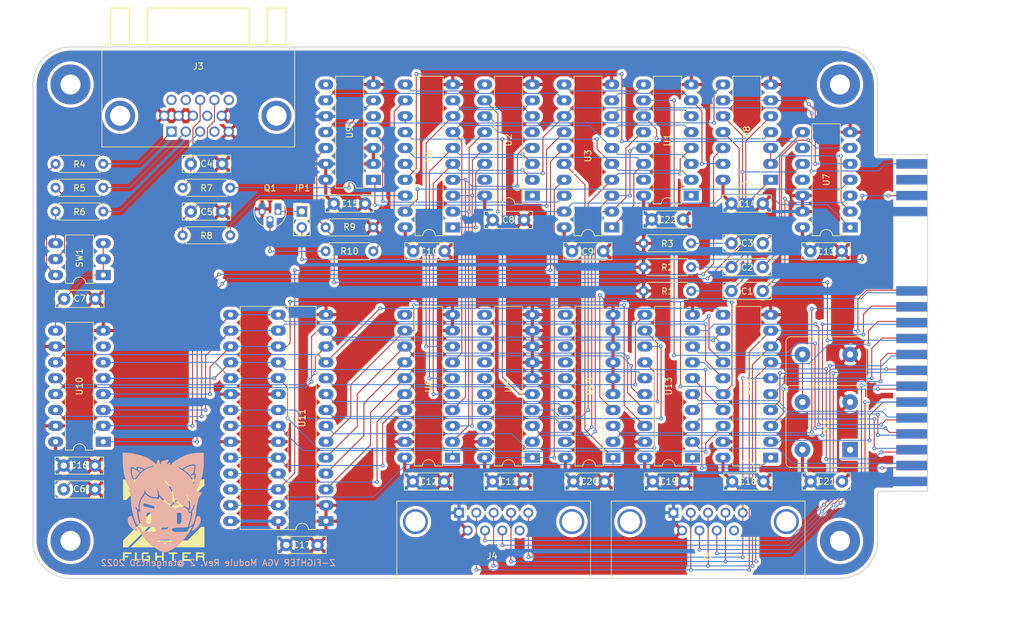
<source format=kicad_pcb>
(kicad_pcb (version 20171130) (host pcbnew 5.1.10)
  (layers (0 F.Cu signal) (31 B.Cu signal) (34 B.Paste user) (35 F.Paste user) (36 B.SilkS user) (37 F.SilkS user) (38 B.Mask user) (39 F.Mask user) (44 Edge.Cuts user))
  (net 0 "")
  (net 1 "Net-(C1-Pad1)")
  (net 2 PRMS)
  (net 3 LRMS)
  (net 4 "Net-(C2-Pad1)")
  (net 5 "Net-(C3-Pad1)")
  (net 6 LDMS)
  (net 7 GND)
  (net 8 PB3)
  (net 9 PB2)
  (net 10 PB1)
  (net 11 PB0)
  (net 12 PA7)
  (net 13 PA6)
  (net 14 PA5)
  (net 15 PA4)
  (net 16 PA3)
  (net 17 PA2)
  (net 18 PA1)
  (net 19 PA0)
  (net 20 VCC)
  (net 21 PB4)
  (net 22 PB5)
  (net 23 PB6)
  (net 24 PB7)
  (net 25 PC6)
  (net 26 PC5)
  (net 27 DATARDY)
  (net 28 PC2)
  (net 29 PC1)
  (net 30 PC0)
  (net 31 "Net-(J3-Pad1)")
  (net 32 "Net-(J3-Pad2)")
  (net 33 "Net-(J3-Pad3)")
  (net 34 "Net-(J3-Pad4)")
  (net 35 "Net-(J3-Pad9)")
  (net 36 "Net-(J3-Pad11)")
  (net 37 "Net-(J3-Pad12)")
  (net 38 "Net-(J3-Pad15)")
  (net 39 "Net-(R4-Pad1)")
  (net 40 "Net-(R5-Pad1)")
  (net 41 "Net-(R6-Pad1)")
  (net 42 "#HSYNC")
  (net 43 "#VSYNC")
  (net 44 "Net-(U1-Pad1)")
  (net 45 P0)
  (net 46 P5)
  (net 47 CLOCK)
  (net 48 P4)
  (net 49 PRESET)
  (net 50 P6)
  (net 51 P8)
  (net 52 P3)
  (net 53 P7)
  (net 54 P2)
  (net 55 P9)
  (net 56 P1)
  (net 57 "Net-(U1-Pad15)")
  (net 58 "Net-(U2-Pad1)")
  (net 59 L0)
  (net 60 L5)
  (net 61 "#PRESET")
  (net 62 L4)
  (net 63 LRESET)
  (net 64 L6)
  (net 65 L8)
  (net 66 L3)
  (net 67 L7)
  (net 68 L2)
  (net 69 L9)
  (net 70 L1)
  (net 71 "Net-(U2-Pad15)")
  (net 72 "#HSET")
  (net 73 "#OE")
  (net 74 "#WE")
  (net 75 CE2)
  (net 76 "#HRESET")
  (net 77 WRDY)
  (net 78 "#LD")
  (net 79 "#LRESET")
  (net 80 "Net-(U5-Pad11)")
  (net 81 "Net-(U5-Pad12)")
  (net 82 "Net-(U5-Pad13)")
  (net 83 "Net-(U5-Pad14)")
  (net 84 A3)
  (net 85 A2)
  (net 86 A1)
  (net 87 A0)
  (net 88 "Net-(U6-Pad11)")
  (net 89 A10)
  (net 90 A9)
  (net 91 A8)
  (net 92 A7)
  (net 93 A6)
  (net 94 A5)
  (net 95 A4)
  (net 96 "#PRPULSE")
  (net 97 "#LDPULSE")
  (net 98 "Net-(U7-Pad11)")
  (net 99 "#LRPULSE")
  (net 100 "#P1")
  (net 101 "Net-(U9-Pad8)")
  (net 102 "Net-(U9-Pad5)")
  (net 103 "Net-(U10-Pad7)")
  (net 104 D3)
  (net 105 D7)
  (net 106 D2)
  (net 107 D6)
  (net 108 D1)
  (net 109 D5)
  (net 110 D0)
  (net 111 D4)
  (net 112 "Net-(U14-Pad15)")
  (net 113 "Net-(U14-Pad14)")
  (net 114 "Net-(U14-Pad13)")
  (net 115 "Net-(U14-Pad12)")
  (net 116 "Net-(U14-Pad11)")
  (net 117 "Net-(X1-Pad1)")
  (net 118 "Net-(C5-Pad1)")
  (net 119 "Net-(J2-Pad32)")
  (net 120 "Net-(J2-Pad30)")
  (net 121 "Net-(J2-Pad33)")
  (net 122 "Net-(J2-Pad31)")
  (net 123 VIDOUT)
  (net 124 "#RESET")
  (net 125 "Net-(C4-Pad2)")
  (net 126 PC4)
  (net 127 PC7)
  (net 128 "Net-(J4-Pad9)")
  (net 129 "Net-(J5-Pad9)")
  (net 130 "#INT")
  (net 131 "Net-(Q1-Pad2)")
  (net 132 VSYNC)
  (net 133 "Net-(JP1-Pad1)")
  (module zf_vga:L77HDE15SD1CH4FVGA (layer F.Cu) (at 108.759058 38.034 180)
    (fp_text reference J3 hide)
    (fp_text value DB15_Female)
    (fp_text user %R (at -4.29 10.435 180) (layer F.SilkS))
    (pad 1 thru_hole rect (at 0 0 180) (size 1.65 1.65) (drill 1.1) (layers *.Cu *.Mask) (net 31 "Net-(J3-Pad1)"))
    (pad 2 thru_hole circle (at -2.29 0 180) (size 1.65 1.65) (drill 1.1) (layers *.Cu *.Mask) (net 32 "Net-(J3-Pad2)"))
    (pad 3 thru_hole circle (at -4.58 0 180) (size 1.65 1.65) (drill 1.1) (layers *.Cu *.Mask) (net 33 "Net-(J3-Pad3)"))
    (pad 4 thru_hole circle (at -6.87 0 180) (size 1.65 1.65) (drill 1.1) (layers *.Cu *.Mask) (net 34 "Net-(J3-Pad4)"))
    (pad 5 thru_hole circle (at -9.16 0 180) (size 1.65 1.65) (drill 1.1) (layers *.Cu *.Mask) (net 7 GND))
    (pad 6 thru_hole circle (at 1.145 2.54 180) (size 1.65 1.65) (drill 1.1) (layers *.Cu *.Mask) (net 7 GND))
    (pad 7 thru_hole circle (at -1.145 2.54 180) (size 1.65 1.65) (drill 1.1) (layers *.Cu *.Mask) (net 7 GND))
    (pad 8 thru_hole circle (at -3.435 2.54 180) (size 1.65 1.65) (drill 1.1) (layers *.Cu *.Mask) (net 7 GND))
    (pad 9 thru_hole circle (at -5.725 2.54 180) (size 1.65 1.65) (drill 1.1) (layers *.Cu *.Mask) (net 35 "Net-(J3-Pad9)"))
    (pad 10 thru_hole circle (at -8.015 2.54 180) (size 1.65 1.65) (drill 1.1) (layers *.Cu *.Mask) (net 7 GND))
    (pad 11 thru_hole circle (at 0 5.08 180) (size 1.65 1.65) (drill 1.1) (layers *.Cu *.Mask) (net 36 "Net-(J3-Pad11)"))
    (pad 12 thru_hole circle (at -2.29 5.08 180) (size 1.65 1.65) (drill 1.1) (layers *.Cu *.Mask) (net 37 "Net-(J3-Pad12)"))
    (pad 13 thru_hole circle (at -4.58 5.08 180) (size 1.65 1.65) (drill 1.1) (layers *.Cu *.Mask) (net 125 "Net-(C4-Pad2)"))
    (pad 14 thru_hole circle (at -6.87 5.08 180) (size 1.65 1.65) (drill 1.1) (layers *.Cu *.Mask) (net 118 "Net-(C5-Pad1)"))
    (pad 15 thru_hole circle (at -9.16 5.08 180) (size 1.65 1.65) (drill 1.1) (layers *.Cu *.Mask) (net 38 "Net-(J3-Pad15)"))
    (pad MH1 thru_hole circle (at 8.205 2.54 180) (size 4.8 4.8) (drill 3.2) (layers *.Cu *.Mask))
    (pad MH2 thru_hole circle (at -16.785 2.54 180) (size 4.8 4.8) (drill 3.2) (layers *.Cu *.Mask))
  )
  (module Package_DIP:DIP-20_W7.62mm_LongPads (layer F.Cu) (at 192.039 90.184 180)
    (fp_text reference U13 hide)
    (fp_text value 74HC541)
    (fp_text user %R (at 3.81 11.43 90) (layer F.SilkS))
    (pad 1 thru_hole rect (at 0 0 180) (size 2.4 1.6) (drill 0.8) (layers *.Cu *.Mask) (net 74 "#WE"))
    (pad 11 thru_hole oval (at 7.62 22.86 180) (size 2.4 1.6) (drill 0.8) (layers *.Cu *.Mask) (net 87 A0))
    (pad 2 thru_hole oval (at 0 2.54 180) (size 2.4 1.6) (drill 0.8) (layers *.Cu *.Mask) (net 21 PB4))
    (pad 12 thru_hole oval (at 7.62 20.32 180) (size 2.4 1.6) (drill 0.8) (layers *.Cu *.Mask) (net 86 A1))
    (pad 3 thru_hole oval (at 0 5.08 180) (size 2.4 1.6) (drill 0.8) (layers *.Cu *.Mask) (net 22 PB5))
    (pad 13 thru_hole oval (at 7.62 17.78 180) (size 2.4 1.6) (drill 0.8) (layers *.Cu *.Mask) (net 85 A2))
    (pad 4 thru_hole oval (at 0 7.62 180) (size 2.4 1.6) (drill 0.8) (layers *.Cu *.Mask) (net 23 PB6))
    (pad 14 thru_hole oval (at 7.62 15.24 180) (size 2.4 1.6) (drill 0.8) (layers *.Cu *.Mask) (net 84 A3))
    (pad 5 thru_hole oval (at 0 10.16 180) (size 2.4 1.6) (drill 0.8) (layers *.Cu *.Mask) (net 24 PB7))
    (pad 15 thru_hole oval (at 7.62 12.7 180) (size 2.4 1.6) (drill 0.8) (layers *.Cu *.Mask) (net 92 A7))
    (pad 6 thru_hole oval (at 0 12.7 180) (size 2.4 1.6) (drill 0.8) (layers *.Cu *.Mask) (net 8 PB3))
    (pad 16 thru_hole oval (at 7.62 10.16 180) (size 2.4 1.6) (drill 0.8) (layers *.Cu *.Mask) (net 93 A6))
    (pad 7 thru_hole oval (at 0 15.24 180) (size 2.4 1.6) (drill 0.8) (layers *.Cu *.Mask) (net 9 PB2))
    (pad 17 thru_hole oval (at 7.62 7.62 180) (size 2.4 1.6) (drill 0.8) (layers *.Cu *.Mask) (net 94 A5))
    (pad 8 thru_hole oval (at 0 17.78 180) (size 2.4 1.6) (drill 0.8) (layers *.Cu *.Mask) (net 10 PB1))
    (pad 18 thru_hole oval (at 7.62 5.08 180) (size 2.4 1.6) (drill 0.8) (layers *.Cu *.Mask) (net 95 A4))
    (pad 9 thru_hole oval (at 0 20.32 180) (size 2.4 1.6) (drill 0.8) (layers *.Cu *.Mask) (net 11 PB0))
    (pad 19 thru_hole oval (at 7.62 2.54 180) (size 2.4 1.6) (drill 0.8) (layers *.Cu *.Mask) (net 7 GND))
    (pad 10 thru_hole oval (at 0 22.86 180) (size 2.4 1.6) (drill 0.8) (layers *.Cu *.Mask) (net 7 GND))
    (pad 20 thru_hole oval (at 7.62 0 180) (size 2.4 1.6) (drill 0.8) (layers *.Cu *.Mask) (net 20 VCC))
  )
  (module "" (layer F.Cu) (at 133.119 20.194)
    (fp_text reference "" (at 108.759058 38.599) (layer F.SilkS) (effects (font (size 1.27 1.27))))
    (fp_text value "" (at 108.759058 38.599) (layer F.SilkS) (effects (font (size 1.27 1.27))))
  )
  (module Package_DIP:DIP-28_W7.62mm_LongPads (layer F.Cu) (at 133.459 100.344 180)
    (fp_text reference U11 hide)
    (fp_text value AS6C6264)
    (fp_text user %R (at 3.81 16.51 270) (layer F.SilkS))
    (pad 28 thru_hole oval (at 7.62 0 180) (size 2.4 1.6) (drill 0.8) (layers *.Cu *.Mask))
    (pad 14 thru_hole oval (at 0 33.02 180) (size 2.4 1.6) (drill 0.8) (layers *.Cu *.Mask) (net 7 GND))
    (pad 27 thru_hole oval (at 7.62 2.54 180) (size 2.4 1.6) (drill 0.8) (layers *.Cu *.Mask) (net 74 "#WE"))
    (pad 13 thru_hole oval (at 0 30.48 180) (size 2.4 1.6) (drill 0.8) (layers *.Cu *.Mask) (net 106 D2))
    (pad 26 thru_hole oval (at 7.62 5.08 180) (size 2.4 1.6) (drill 0.8) (layers *.Cu *.Mask) (net 75 CE2))
    (pad 12 thru_hole oval (at 0 27.94 180) (size 2.4 1.6) (drill 0.8) (layers *.Cu *.Mask) (net 108 D1))
    (pad 25 thru_hole oval (at 7.62 7.62 180) (size 2.4 1.6) (drill 0.8) (layers *.Cu *.Mask) (net 91 A8))
    (pad 11 thru_hole oval (at 0 25.4 180) (size 2.4 1.6) (drill 0.8) (layers *.Cu *.Mask) (net 110 D0))
    (pad 24 thru_hole oval (at 7.62 10.16 180) (size 2.4 1.6) (drill 0.8) (layers *.Cu *.Mask) (net 90 A9))
    (pad 10 thru_hole oval (at 0 22.86 180) (size 2.4 1.6) (drill 0.8) (layers *.Cu *.Mask) (net 87 A0))
    (pad 23 thru_hole oval (at 7.62 12.7 180) (size 2.4 1.6) (drill 0.8) (layers *.Cu *.Mask) (net 7 GND))
    (pad 9 thru_hole oval (at 0 20.32 180) (size 2.4 1.6) (drill 0.8) (layers *.Cu *.Mask) (net 86 A1))
    (pad 22 thru_hole oval (at 7.62 15.24 180) (size 2.4 1.6) (drill 0.8) (layers *.Cu *.Mask) (net 73 "#OE"))
    (pad 8 thru_hole oval (at 0 17.78 180) (size 2.4 1.6) (drill 0.8) (layers *.Cu *.Mask) (net 85 A2))
    (pad 21 thru_hole oval (at 7.62 17.78 180) (size 2.4 1.6) (drill 0.8) (layers *.Cu *.Mask) (net 89 A10))
    (pad 7 thru_hole oval (at 0 15.24 180) (size 2.4 1.6) (drill 0.8) (layers *.Cu *.Mask) (net 84 A3))
    (pad 20 thru_hole oval (at 7.62 20.32 180) (size 2.4 1.6) (drill 0.8) (layers *.Cu *.Mask) (net 7 GND))
    (pad 6 thru_hole oval (at 0 12.7 180) (size 2.4 1.6) (drill 0.8) (layers *.Cu *.Mask) (net 95 A4))
    (pad 19 thru_hole oval (at 7.62 22.86 180) (size 2.4 1.6) (drill 0.8) (layers *.Cu *.Mask) (net 105 D7))
    (pad 5 thru_hole oval (at 0 10.16 180) (size 2.4 1.6) (drill 0.8) (layers *.Cu *.Mask) (net 94 A5))
    (pad 18 thru_hole oval (at 7.62 25.4 180) (size 2.4 1.6) (drill 0.8) (layers *.Cu *.Mask) (net 107 D6))
    (pad 4 thru_hole oval (at 0 7.62 180) (size 2.4 1.6) (drill 0.8) (layers *.Cu *.Mask) (net 93 A6))
    (pad 17 thru_hole oval (at 7.62 27.94 180) (size 2.4 1.6) (drill 0.8) (layers *.Cu *.Mask) (net 109 D5))
    (pad 3 thru_hole oval (at 0 5.08 180) (size 2.4 1.6) (drill 0.8) (layers *.Cu *.Mask) (net 92 A7))
    (pad 16 thru_hole oval (at 7.62 30.48 180) (size 2.4 1.6) (drill 0.8) (layers *.Cu *.Mask) (net 111 D4))
    (pad 2 thru_hole oval (at 0 2.54 180) (size 2.4 1.6) (drill 0.8) (layers *.Cu *.Mask) (net 7 GND))
    (pad 15 thru_hole oval (at 7.62 33.02 180) (size 2.4 1.6) (drill 0.8) (layers *.Cu *.Mask) (net 104 D3))
    (pad 1 thru_hole rect (at 0 0 180) (size 2.4 1.6) (drill 0.8) (layers *.Cu *.Mask) (net 7 GND))
    (pad 15 thru_hole oval (at 15.24 33.02 180) (size 2.4 1.6) (drill 0.8) (layers *.Cu *.Mask) (net 104 D3))
    (pad 17 thru_hole oval (at 15.24 27.94 180) (size 2.4 1.6) (drill 0.8) (layers *.Cu *.Mask) (net 109 D5))
    (pad 22 thru_hole oval (at 15.24 15.24 180) (size 2.4 1.6) (drill 0.8) (layers *.Cu *.Mask) (net 73 "#OE"))
    (pad 20 thru_hole oval (at 15.24 20.32 180) (size 2.4 1.6) (drill 0.8) (layers *.Cu *.Mask) (net 7 GND))
    (pad 21 thru_hole oval (at 15.24 17.78 180) (size 2.4 1.6) (drill 0.8) (layers *.Cu *.Mask) (net 89 A10))
    (pad 25 thru_hole oval (at 15.24 7.62 180) (size 2.4 1.6) (drill 0.8) (layers *.Cu *.Mask) (net 91 A8))
    (pad 24 thru_hole oval (at 15.24 10.16 180) (size 2.4 1.6) (drill 0.8) (layers *.Cu *.Mask) (net 90 A9))
    (pad 26 thru_hole oval (at 15.24 5.08 180) (size 2.4 1.6) (drill 0.8) (layers *.Cu *.Mask) (net 75 CE2))
    (pad 19 thru_hole oval (at 15.24 22.86 180) (size 2.4 1.6) (drill 0.8) (layers *.Cu *.Mask) (net 105 D7))
    (pad 23 thru_hole oval (at 15.24 12.7 180) (size 2.4 1.6) (drill 0.8) (layers *.Cu *.Mask) (net 7 GND))
    (pad 28 thru_hole oval (at 15.24 0 180) (size 2.4 1.6) (drill 0.8) (layers *.Cu *.Mask))
    (pad 16 thru_hole oval (at 15.24 30.48 180) (size 2.4 1.6) (drill 0.8) (layers *.Cu *.Mask) (net 111 D4))
    (pad 18 thru_hole oval (at 15.24 25.4 180) (size 2.4 1.6) (drill 0.8) (layers *.Cu *.Mask) (net 107 D6))
    (pad 27 thru_hole oval (at 15.24 2.54 180) (size 2.4 1.6) (drill 0.8) (layers *.Cu *.Mask) (net 74 "#WE"))
  )
  (module zf_vga:Tangent_Head (layer B.Cu) (at 107.459 97.344 180)
    (fp_text reference G*** hide)
    (fp_text value LOGO hide)
  )
  (module zf_vga:Z-FIGHTER_Logo (layer F.Cu) (at 107.524 100.186599)
    (fp_text reference G*** hide)
    (fp_text value LOGO hide)
  )
  (module Connector_Dsub:DSUB-9_Male_Horizontal_P2.77x2.84mm_EdgePinOffset7.70mm_Housed_MountingHolesOffset9.12mm (layer F.Cu) (at 189 98.994)
    (fp_text reference J5 (at 5.29 7.045) (layer F.SilkS))
    (fp_text value DB9_Male)
    (pad 1 thru_hole rect (at 0 0) (size 1.6 1.6) (drill 1) (layers *.Cu *.Mask) (net 20 VCC))
    (pad 2 thru_hole circle (at 2.77 0) (size 1.6 1.6) (drill 1) (layers *.Cu *.Mask) (net 19 PA0))
    (pad 3 thru_hole circle (at 5.54 0) (size 1.6 1.6) (drill 1) (layers *.Cu *.Mask) (net 18 PA1))
    (pad 4 thru_hole circle (at 8.31 0) (size 1.6 1.6) (drill 1) (layers *.Cu *.Mask) (net 17 PA2))
    (pad 5 thru_hole circle (at 11.08 0) (size 1.6 1.6) (drill 1) (layers *.Cu *.Mask) (net 16 PA3))
    (pad 6 thru_hole circle (at 1.385 2.84) (size 1.6 1.6) (drill 1) (layers *.Cu *.Mask) (net 7 GND))
    (pad 7 thru_hole circle (at 4.155 2.84) (size 1.6 1.6) (drill 1) (layers *.Cu *.Mask) (net 25 PC6))
    (pad 8 thru_hole circle (at 6.925 2.84) (size 1.6 1.6) (drill 1) (layers *.Cu *.Mask) (net 127 PC7))
    (pad 9 thru_hole circle (at 9.695 2.84) (size 1.6 1.6) (drill 1) (layers *.Cu *.Mask) (net 129 "Net-(J5-Pad9)"))
    (pad 0 thru_hole circle (at -6.96 1.42) (size 4 4) (drill 3.2) (layers *.Cu *.Mask))
    (pad 0 thru_hole circle (at 18.04 1.42) (size 4 4) (drill 3.2) (layers *.Cu *.Mask))
  )
  (module Connector_Dsub:DSUB-9_Male_Horizontal_P2.77x2.84mm_EdgePinOffset7.70mm_Housed_MountingHolesOffset9.12mm (layer F.Cu) (at 154.719 98.994)
    (fp_text reference J4 (at 5.29 6.918) (layer F.SilkS))
    (fp_text value DB9_Male)
    (pad 1 thru_hole rect (at 0 0) (size 1.6 1.6) (drill 1) (layers *.Cu *.Mask) (net 20 VCC))
    (pad 2 thru_hole circle (at 2.77 0) (size 1.6 1.6) (drill 1) (layers *.Cu *.Mask) (net 19 PA0))
    (pad 3 thru_hole circle (at 5.54 0) (size 1.6 1.6) (drill 1) (layers *.Cu *.Mask) (net 18 PA1))
    (pad 4 thru_hole circle (at 8.31 0) (size 1.6 1.6) (drill 1) (layers *.Cu *.Mask) (net 17 PA2))
    (pad 5 thru_hole circle (at 11.08 0) (size 1.6 1.6) (drill 1) (layers *.Cu *.Mask) (net 16 PA3))
    (pad 6 thru_hole circle (at 1.385 2.84) (size 1.6 1.6) (drill 1) (layers *.Cu *.Mask) (net 7 GND))
    (pad 7 thru_hole circle (at 4.155 2.84) (size 1.6 1.6) (drill 1) (layers *.Cu *.Mask) (net 126 PC4))
    (pad 8 thru_hole circle (at 6.925 2.84) (size 1.6 1.6) (drill 1) (layers *.Cu *.Mask) (net 26 PC5))
    (pad 9 thru_hole circle (at 9.695 2.84) (size 1.6 1.6) (drill 1) (layers *.Cu *.Mask) (net 128 "Net-(J4-Pad9)"))
    (pad 0 thru_hole circle (at -6.96 1.42) (size 4 4) (drill 3.2) (layers *.Cu *.Mask))
    (pad 0 thru_hole circle (at 18.04 1.42) (size 4 4) (drill 3.2) (layers *.Cu *.Mask))
  )
  (module Oscillator:Oscillator_DIP-8_LargePads (layer F.Cu) (at 217.239 88.914 90)
    (fp_text reference X1 hide)
    (fp_text value CXO_DIP14)
    (fp_text user %R (at 3.873 -3.8775 90) (layer F.SilkS))
    (pad 4 thru_hole circle (at 7.62 0 90) (size 2.5 2.5) (drill 1) (layers *.Cu *.Mask) (net 7 GND))
    (pad 5 thru_hole circle (at 7.62 -7.62 90) (size 2.5 2.5) (drill 1) (layers *.Cu *.Mask) (net 47 CLOCK))
  )
  (module Oscillator:Oscillator_DIP-14_LargePads (layer F.Cu) (at 217.239 88.914 90)
    (fp_text reference X1 hide)
    (fp_text value CXO_DIP14)
    (pad 7 thru_hole circle (at 15.24 0 90) (size 2.5 2.5) (drill 1) (layers *.Cu *.Mask) (net 7 GND))
    (pad 8 thru_hole circle (at 15.24 -7.62 90) (size 2.5 2.5) (drill 1) (layers *.Cu *.Mask) (net 47 CLOCK))
    (pad 14 thru_hole circle (at 0 -7.62 90) (size 2.5 2.5) (drill 1) (layers *.Cu *.Mask) (net 20 VCC))
    (pad 1 thru_hole rect (at 0 0 90) (size 2.5 2.5) (drill 1) (layers *.Cu *.Mask) (net 117 "Net-(X1-Pad1)"))
  )
  (module Capacitor_THT:C_Disc_D7.5mm_W2.5mm_P5.00mm (layer F.Cu) (at 147.414 57.164)
    (fp_text reference C10 (at 2.5 0.064) (layer F.SilkS))
    (fp_text value 0.1uF)
    (pad 1 thru_hole circle (at 0 0) (size 2 2) (drill 1) (layers *.Cu *.Mask) (net 20 VCC))
    (pad 2 thru_hole circle (at 5 0) (size 2 2) (drill 1) (layers *.Cu *.Mask) (net 7 GND))
  )
  (module Package_DIP:DIP-20_W7.62mm_LongPads (layer F.Cu) (at 179.139 53.354 180)
    (fp_text reference U3 hide)
    (fp_text value GAL16V8)
    (fp_text user %R (at 3.81 11.43 90) (layer F.SilkS))
    (pad 1 thru_hole rect (at 0 0 180) (size 2.4 1.6) (drill 0.8) (layers *.Cu *.Mask) (net 55 P9))
    (pad 11 thru_hole oval (at 7.62 22.86 180) (size 2.4 1.6) (drill 0.8) (layers *.Cu *.Mask) (net 45 P0))
    (pad 2 thru_hole oval (at 0 2.54 180) (size 2.4 1.6) (drill 0.8) (layers *.Cu *.Mask) (net 51 P8))
    (pad 12 thru_hole oval (at 7.62 20.32 180) (size 2.4 1.6) (drill 0.8) (layers *.Cu *.Mask) (net 77 WRDY))
    (pad 3 thru_hole oval (at 0 5.08 180) (size 2.4 1.6) (drill 0.8) (layers *.Cu *.Mask) (net 53 P7))
    (pad 13 thru_hole oval (at 7.62 17.78 180) (size 2.4 1.6) (drill 0.8) (layers *.Cu *.Mask) (net 124 "#RESET"))
    (pad 4 thru_hole oval (at 0 7.62 180) (size 2.4 1.6) (drill 0.8) (layers *.Cu *.Mask) (net 50 P6))
    (pad 14 thru_hole oval (at 7.62 15.24 180) (size 2.4 1.6) (drill 0.8) (layers *.Cu *.Mask) (net 76 "#HRESET"))
    (pad 5 thru_hole oval (at 0 10.16 180) (size 2.4 1.6) (drill 0.8) (layers *.Cu *.Mask) (net 46 P5))
    (pad 15 thru_hole oval (at 7.62 12.7 180) (size 2.4 1.6) (drill 0.8) (layers *.Cu *.Mask) (net 75 CE2))
    (pad 6 thru_hole oval (at 0 12.7 180) (size 2.4 1.6) (drill 0.8) (layers *.Cu *.Mask) (net 48 P4))
    (pad 16 thru_hole oval (at 7.62 10.16 180) (size 2.4 1.6) (drill 0.8) (layers *.Cu *.Mask) (net 74 "#WE"))
    (pad 7 thru_hole oval (at 0 15.24 180) (size 2.4 1.6) (drill 0.8) (layers *.Cu *.Mask) (net 52 P3))
    (pad 17 thru_hole oval (at 7.62 7.62 180) (size 2.4 1.6) (drill 0.8) (layers *.Cu *.Mask) (net 73 "#OE"))
    (pad 8 thru_hole oval (at 0 17.78 180) (size 2.4 1.6) (drill 0.8) (layers *.Cu *.Mask) (net 54 P2))
    (pad 18 thru_hole oval (at 7.62 5.08 180) (size 2.4 1.6) (drill 0.8) (layers *.Cu *.Mask) (net 72 "#HSET"))
    (pad 9 thru_hole oval (at 0 20.32 180) (size 2.4 1.6) (drill 0.8) (layers *.Cu *.Mask) (net 56 P1))
    (pad 19 thru_hole oval (at 7.62 2.54 180) (size 2.4 1.6) (drill 0.8) (layers *.Cu *.Mask) (net 61 "#PRESET"))
    (pad 10 thru_hole oval (at 0 22.86 180) (size 2.4 1.6) (drill 0.8) (layers *.Cu *.Mask) (net 7 GND))
    (pad 20 thru_hole oval (at 7.62 0 180) (size 2.4 1.6) (drill 0.8) (layers *.Cu *.Mask) (net 20 VCC))
  )
  (module MountingHole:MountingHole_3.2mm_M3_Pad (layer F.Cu) (at 92.619 30.494)
    (fp_text reference Mount1 hide)
    (fp_text value MountingHole_3.2mm_M3_Pad hide)
    (pad 1 thru_hole circle (at 0 0) (size 6.4 6.4) (drill 3.200001) (layers *.Cu *.Mask))
  )
  (module MountingHole:MountingHole_3.2mm_M3_Pad (layer F.Cu) (at 215.619 103.494)
    (fp_text reference Mount4 hide)
    (fp_text value MountingHole_3.2mm_M3_Pad)
    (pad 1 thru_hole circle (at 0 0) (size 6.4 6.4) (drill 3.200001) (layers *.Cu *.Mask))
  )
  (module MountingHole:MountingHole_3.2mm_M3_Pad (layer F.Cu) (at 215.619 30.494)
    (fp_text reference Mount2 hide)
    (fp_text value MountingHole_3.2mm_M3_Pad)
    (pad 1 thru_hole circle (at 0 0) (size 6.4 6.4) (drill 3.200001) (layers *.Cu *.Mask))
  )
  (module MountingHole:MountingHole_3.2mm_M3_Pad (layer F.Cu) (at 92.619 103.494)
    (fp_text reference Mount3 hide)
    (fp_text value MountingHole_3.2mm_M3_Pad)
    (pad 1 thru_hole circle (at 0 0) (size 6.4 6.4) (drill 3.200001) (layers *.Cu *.Mask))
  )
  (module Package_DIP:DIP-20_W7.62mm_LongPads (layer F.Cu) (at 204.539 90.184 180)
    (fp_text reference U12 hide)
    (fp_text value 74HC541)
    (fp_text user %R (at 3.81 11.43 90) (layer F.SilkS))
    (pad 1 thru_hole rect (at 0 0 180) (size 2.4 1.6) (drill 0.8) (layers *.Cu *.Mask) (net 74 "#WE"))
    (pad 11 thru_hole oval (at 7.62 22.86 180) (size 2.4 1.6) (drill 0.8) (layers *.Cu *.Mask) (net 110 D0))
    (pad 2 thru_hole oval (at 0 2.54 180) (size 2.4 1.6) (drill 0.8) (layers *.Cu *.Mask) (net 12 PA7))
    (pad 12 thru_hole oval (at 7.62 20.32 180) (size 2.4 1.6) (drill 0.8) (layers *.Cu *.Mask) (net 108 D1))
    (pad 3 thru_hole oval (at 0 5.08 180) (size 2.4 1.6) (drill 0.8) (layers *.Cu *.Mask) (net 13 PA6))
    (pad 13 thru_hole oval (at 7.62 17.78 180) (size 2.4 1.6) (drill 0.8) (layers *.Cu *.Mask) (net 106 D2))
    (pad 4 thru_hole oval (at 0 7.62 180) (size 2.4 1.6) (drill 0.8) (layers *.Cu *.Mask) (net 14 PA5))
    (pad 14 thru_hole oval (at 7.62 15.24 180) (size 2.4 1.6) (drill 0.8) (layers *.Cu *.Mask) (net 104 D3))
    (pad 5 thru_hole oval (at 0 10.16 180) (size 2.4 1.6) (drill 0.8) (layers *.Cu *.Mask) (net 15 PA4))
    (pad 15 thru_hole oval (at 7.62 12.7 180) (size 2.4 1.6) (drill 0.8) (layers *.Cu *.Mask) (net 111 D4))
    (pad 6 thru_hole oval (at 0 12.7 180) (size 2.4 1.6) (drill 0.8) (layers *.Cu *.Mask) (net 16 PA3))
    (pad 16 thru_hole oval (at 7.62 10.16 180) (size 2.4 1.6) (drill 0.8) (layers *.Cu *.Mask) (net 109 D5))
    (pad 7 thru_hole oval (at 0 15.24 180) (size 2.4 1.6) (drill 0.8) (layers *.Cu *.Mask) (net 17 PA2))
    (pad 17 thru_hole oval (at 7.62 7.62 180) (size 2.4 1.6) (drill 0.8) (layers *.Cu *.Mask) (net 107 D6))
    (pad 8 thru_hole oval (at 0 17.78 180) (size 2.4 1.6) (drill 0.8) (layers *.Cu *.Mask) (net 18 PA1))
    (pad 18 thru_hole oval (at 7.62 5.08 180) (size 2.4 1.6) (drill 0.8) (layers *.Cu *.Mask) (net 105 D7))
    (pad 9 thru_hole oval (at 0 20.32 180) (size 2.4 1.6) (drill 0.8) (layers *.Cu *.Mask) (net 19 PA0))
    (pad 19 thru_hole oval (at 7.62 2.54 180) (size 2.4 1.6) (drill 0.8) (layers *.Cu *.Mask) (net 7 GND))
    (pad 10 thru_hole oval (at 0 22.86 180) (size 2.4 1.6) (drill 0.8) (layers *.Cu *.Mask) (net 7 GND))
    (pad 20 thru_hole oval (at 7.62 0 180) (size 2.4 1.6) (drill 0.8) (layers *.Cu *.Mask) (net 20 VCC))
  )
  (module Package_DIP:DIP-16_W7.62mm_LongPads (layer F.Cu) (at 191.839 48.274 180)
    (fp_text reference U1 hide)
    (fp_text value 4040)
    (fp_text user %R (at 3.81 8.89 90) (layer F.SilkS))
    (pad 1 thru_hole rect (at 0 0 180) (size 2.4 1.6) (drill 0.8) (layers *.Cu *.Mask) (net 44 "Net-(U1-Pad1)"))
    (pad 9 thru_hole oval (at 7.62 17.78 180) (size 2.4 1.6) (drill 0.8) (layers *.Cu *.Mask) (net 45 P0))
    (pad 2 thru_hole oval (at 0 2.54 180) (size 2.4 1.6) (drill 0.8) (layers *.Cu *.Mask) (net 46 P5))
    (pad 10 thru_hole oval (at 7.62 15.24 180) (size 2.4 1.6) (drill 0.8) (layers *.Cu *.Mask) (net 47 CLOCK))
    (pad 3 thru_hole oval (at 0 5.08 180) (size 2.4 1.6) (drill 0.8) (layers *.Cu *.Mask) (net 48 P4))
    (pad 11 thru_hole oval (at 7.62 12.7 180) (size 2.4 1.6) (drill 0.8) (layers *.Cu *.Mask) (net 49 PRESET))
    (pad 4 thru_hole oval (at 0 7.62 180) (size 2.4 1.6) (drill 0.8) (layers *.Cu *.Mask) (net 50 P6))
    (pad 12 thru_hole oval (at 7.62 10.16 180) (size 2.4 1.6) (drill 0.8) (layers *.Cu *.Mask) (net 51 P8))
    (pad 5 thru_hole oval (at 0 10.16 180) (size 2.4 1.6) (drill 0.8) (layers *.Cu *.Mask) (net 52 P3))
    (pad 13 thru_hole oval (at 7.62 7.62 180) (size 2.4 1.6) (drill 0.8) (layers *.Cu *.Mask) (net 53 P7))
    (pad 6 thru_hole oval (at 0 12.7 180) (size 2.4 1.6) (drill 0.8) (layers *.Cu *.Mask) (net 54 P2))
    (pad 14 thru_hole oval (at 7.62 5.08 180) (size 2.4 1.6) (drill 0.8) (layers *.Cu *.Mask) (net 55 P9))
    (pad 7 thru_hole oval (at 0 15.24 180) (size 2.4 1.6) (drill 0.8) (layers *.Cu *.Mask) (net 56 P1))
    (pad 15 thru_hole oval (at 7.62 2.54 180) (size 2.4 1.6) (drill 0.8) (layers *.Cu *.Mask) (net 57 "Net-(U1-Pad15)"))
    (pad 8 thru_hole oval (at 0 17.78 180) (size 2.4 1.6) (drill 0.8) (layers *.Cu *.Mask) (net 7 GND))
    (pad 16 thru_hole oval (at 7.62 0 180) (size 2.4 1.6) (drill 0.8) (layers *.Cu *.Mask) (net 20 VCC))
  )
  (module Package_DIP:DIP-20_W7.62mm_LongPads (layer F.Cu) (at 179.339 90.184 180)
    (fp_text reference U14 hide)
    (fp_text value 74HC541)
    (fp_text user %R (at 3.81 11.43 90) (layer F.SilkS))
    (pad 1 thru_hole rect (at 0 0 180) (size 2.4 1.6) (drill 0.8) (layers *.Cu *.Mask) (net 74 "#WE"))
    (pad 11 thru_hole oval (at 7.62 22.86 180) (size 2.4 1.6) (drill 0.8) (layers *.Cu *.Mask) (net 116 "Net-(U14-Pad11)"))
    (pad 2 thru_hole oval (at 0 2.54 180) (size 2.4 1.6) (drill 0.8) (layers *.Cu *.Mask) (net 28 PC2))
    (pad 12 thru_hole oval (at 7.62 20.32 180) (size 2.4 1.6) (drill 0.8) (layers *.Cu *.Mask) (net 115 "Net-(U14-Pad12)"))
    (pad 3 thru_hole oval (at 0 5.08 180) (size 2.4 1.6) (drill 0.8) (layers *.Cu *.Mask) (net 29 PC1))
    (pad 13 thru_hole oval (at 7.62 17.78 180) (size 2.4 1.6) (drill 0.8) (layers *.Cu *.Mask) (net 114 "Net-(U14-Pad13)"))
    (pad 4 thru_hole oval (at 0 7.62 180) (size 2.4 1.6) (drill 0.8) (layers *.Cu *.Mask) (net 30 PC0))
    (pad 14 thru_hole oval (at 7.62 15.24 180) (size 2.4 1.6) (drill 0.8) (layers *.Cu *.Mask) (net 113 "Net-(U14-Pad14)"))
    (pad 5 thru_hole oval (at 0 10.16 180) (size 2.4 1.6) (drill 0.8) (layers *.Cu *.Mask) (net 7 GND))
    (pad 15 thru_hole oval (at 7.62 12.7 180) (size 2.4 1.6) (drill 0.8) (layers *.Cu *.Mask) (net 112 "Net-(U14-Pad15)"))
    (pad 6 thru_hole oval (at 0 12.7 180) (size 2.4 1.6) (drill 0.8) (layers *.Cu *.Mask) (net 7 GND))
    (pad 16 thru_hole oval (at 7.62 10.16 180) (size 2.4 1.6) (drill 0.8) (layers *.Cu *.Mask) (net 91 A8))
    (pad 7 thru_hole oval (at 0 15.24 180) (size 2.4 1.6) (drill 0.8) (layers *.Cu *.Mask) (net 7 GND))
    (pad 17 thru_hole oval (at 7.62 7.62 180) (size 2.4 1.6) (drill 0.8) (layers *.Cu *.Mask) (net 90 A9))
    (pad 8 thru_hole oval (at 0 17.78 180) (size 2.4 1.6) (drill 0.8) (layers *.Cu *.Mask) (net 7 GND))
    (pad 18 thru_hole oval (at 7.62 5.08 180) (size 2.4 1.6) (drill 0.8) (layers *.Cu *.Mask) (net 89 A10))
    (pad 9 thru_hole oval (at 0 20.32 180) (size 2.4 1.6) (drill 0.8) (layers *.Cu *.Mask) (net 7 GND))
    (pad 19 thru_hole oval (at 7.62 2.54 180) (size 2.4 1.6) (drill 0.8) (layers *.Cu *.Mask) (net 7 GND))
    (pad 10 thru_hole oval (at 0 22.86 180) (size 2.4 1.6) (drill 0.8) (layers *.Cu *.Mask) (net 7 GND))
    (pad 20 thru_hole oval (at 7.62 0 180) (size 2.4 1.6) (drill 0.8) (layers *.Cu *.Mask) (net 20 VCC))
  )
  (module Package_DIP:DIP-16_W7.62mm_LongPads (layer F.Cu) (at 166.439 48.274 180)
    (fp_text reference U2 hide)
    (fp_text value 4040)
    (fp_text user %R (at 3.81 8.89 90) (layer F.SilkS))
    (pad 1 thru_hole rect (at 0 0 180) (size 2.4 1.6) (drill 0.8) (layers *.Cu *.Mask) (net 58 "Net-(U2-Pad1)"))
    (pad 9 thru_hole oval (at 7.62 17.78 180) (size 2.4 1.6) (drill 0.8) (layers *.Cu *.Mask) (net 59 L0))
    (pad 2 thru_hole oval (at 0 2.54 180) (size 2.4 1.6) (drill 0.8) (layers *.Cu *.Mask) (net 60 L5))
    (pad 10 thru_hole oval (at 7.62 15.24 180) (size 2.4 1.6) (drill 0.8) (layers *.Cu *.Mask) (net 61 "#PRESET"))
    (pad 3 thru_hole oval (at 0 5.08 180) (size 2.4 1.6) (drill 0.8) (layers *.Cu *.Mask) (net 62 L4))
    (pad 11 thru_hole oval (at 7.62 12.7 180) (size 2.4 1.6) (drill 0.8) (layers *.Cu *.Mask) (net 63 LRESET))
    (pad 4 thru_hole oval (at 0 7.62 180) (size 2.4 1.6) (drill 0.8) (layers *.Cu *.Mask) (net 64 L6))
    (pad 12 thru_hole oval (at 7.62 10.16 180) (size 2.4 1.6) (drill 0.8) (layers *.Cu *.Mask) (net 65 L8))
    (pad 5 thru_hole oval (at 0 10.16 180) (size 2.4 1.6) (drill 0.8) (layers *.Cu *.Mask) (net 66 L3))
    (pad 13 thru_hole oval (at 7.62 7.62 180) (size 2.4 1.6) (drill 0.8) (layers *.Cu *.Mask) (net 67 L7))
    (pad 6 thru_hole oval (at 0 12.7 180) (size 2.4 1.6) (drill 0.8) (layers *.Cu *.Mask) (net 68 L2))
    (pad 14 thru_hole oval (at 7.62 5.08 180) (size 2.4 1.6) (drill 0.8) (layers *.Cu *.Mask) (net 69 L9))
    (pad 7 thru_hole oval (at 0 15.24 180) (size 2.4 1.6) (drill 0.8) (layers *.Cu *.Mask) (net 70 L1))
    (pad 15 thru_hole oval (at 7.62 2.54 180) (size 2.4 1.6) (drill 0.8) (layers *.Cu *.Mask) (net 71 "Net-(U2-Pad15)"))
    (pad 8 thru_hole oval (at 0 17.78 180) (size 2.4 1.6) (drill 0.8) (layers *.Cu *.Mask) (net 7 GND))
    (pad 16 thru_hole oval (at 7.62 0 180) (size 2.4 1.6) (drill 0.8) (layers *.Cu *.Mask) (net 20 VCC))
  )
  (module Package_DIP:DIP-20_W7.62mm_LongPads (layer F.Cu) (at 166.439 90.184 180)
    (fp_text reference U5 hide)
    (fp_text value 74HC541)
    (fp_text user %R (at 3.81 11.43 90) (layer F.SilkS))
    (pad 1 thru_hole rect (at 0 0 180) (size 2.4 1.6) (drill 0.8) (layers *.Cu *.Mask) (net 73 "#OE"))
    (pad 11 thru_hole oval (at 7.62 22.86 180) (size 2.4 1.6) (drill 0.8) (layers *.Cu *.Mask) (net 80 "Net-(U5-Pad11)"))
    (pad 2 thru_hole oval (at 0 2.54 180) (size 2.4 1.6) (drill 0.8) (layers *.Cu *.Mask) (net 51 P8))
    (pad 12 thru_hole oval (at 7.62 20.32 180) (size 2.4 1.6) (drill 0.8) (layers *.Cu *.Mask) (net 81 "Net-(U5-Pad12)"))
    (pad 3 thru_hole oval (at 0 5.08 180) (size 2.4 1.6) (drill 0.8) (layers *.Cu *.Mask) (net 53 P7))
    (pad 13 thru_hole oval (at 7.62 17.78 180) (size 2.4 1.6) (drill 0.8) (layers *.Cu *.Mask) (net 82 "Net-(U5-Pad13)"))
    (pad 4 thru_hole oval (at 0 7.62 180) (size 2.4 1.6) (drill 0.8) (layers *.Cu *.Mask) (net 50 P6))
    (pad 14 thru_hole oval (at 7.62 15.24 180) (size 2.4 1.6) (drill 0.8) (layers *.Cu *.Mask) (net 83 "Net-(U5-Pad14)"))
    (pad 5 thru_hole oval (at 0 10.16 180) (size 2.4 1.6) (drill 0.8) (layers *.Cu *.Mask) (net 46 P5))
    (pad 15 thru_hole oval (at 7.62 12.7 180) (size 2.4 1.6) (drill 0.8) (layers *.Cu *.Mask) (net 87 A0))
    (pad 6 thru_hole oval (at 0 12.7 180) (size 2.4 1.6) (drill 0.8) (layers *.Cu *.Mask) (net 7 GND))
    (pad 16 thru_hole oval (at 7.62 10.16 180) (size 2.4 1.6) (drill 0.8) (layers *.Cu *.Mask) (net 86 A1))
    (pad 7 thru_hole oval (at 0 15.24 180) (size 2.4 1.6) (drill 0.8) (layers *.Cu *.Mask) (net 7 GND))
    (pad 17 thru_hole oval (at 7.62 7.62 180) (size 2.4 1.6) (drill 0.8) (layers *.Cu *.Mask) (net 85 A2))
    (pad 8 thru_hole oval (at 0 17.78 180) (size 2.4 1.6) (drill 0.8) (layers *.Cu *.Mask) (net 7 GND))
    (pad 18 thru_hole oval (at 7.62 5.08 180) (size 2.4 1.6) (drill 0.8) (layers *.Cu *.Mask) (net 84 A3))
    (pad 9 thru_hole oval (at 0 20.32 180) (size 2.4 1.6) (drill 0.8) (layers *.Cu *.Mask) (net 7 GND))
    (pad 19 thru_hole oval (at 7.62 2.54 180) (size 2.4 1.6) (drill 0.8) (layers *.Cu *.Mask) (net 7 GND))
    (pad 10 thru_hole oval (at 0 22.86 180) (size 2.4 1.6) (drill 0.8) (layers *.Cu *.Mask) (net 7 GND))
    (pad 20 thru_hole oval (at 7.62 0 180) (size 2.4 1.6) (drill 0.8) (layers *.Cu *.Mask) (net 20 VCC))
  )
  (module Package_DIP:DIP-20_W7.62mm_LongPads (layer F.Cu) (at 153.67 90.184 180)
    (fp_text reference U6 hide)
    (fp_text value 74HC541)
    (fp_text user %R (at 3.81 11.43 90) (layer F.SilkS))
    (pad 20 thru_hole oval (at 7.62 0 180) (size 2.4 1.6) (drill 0.8) (layers *.Cu *.Mask) (net 20 VCC))
    (pad 10 thru_hole oval (at 0 22.86 180) (size 2.4 1.6) (drill 0.8) (layers *.Cu *.Mask) (net 7 GND))
    (pad 19 thru_hole oval (at 7.62 2.54 180) (size 2.4 1.6) (drill 0.8) (layers *.Cu *.Mask) (net 7 GND))
    (pad 9 thru_hole oval (at 0 20.32 180) (size 2.4 1.6) (drill 0.8) (layers *.Cu *.Mask) (net 7 GND))
    (pad 18 thru_hole oval (at 7.62 5.08 180) (size 2.4 1.6) (drill 0.8) (layers *.Cu *.Mask) (net 89 A10))
    (pad 8 thru_hole oval (at 0 17.78 180) (size 2.4 1.6) (drill 0.8) (layers *.Cu *.Mask) (net 68 L2))
    (pad 17 thru_hole oval (at 7.62 7.62 180) (size 2.4 1.6) (drill 0.8) (layers *.Cu *.Mask) (net 90 A9))
    (pad 7 thru_hole oval (at 0 15.24 180) (size 2.4 1.6) (drill 0.8) (layers *.Cu *.Mask) (net 66 L3))
    (pad 16 thru_hole oval (at 7.62 10.16 180) (size 2.4 1.6) (drill 0.8) (layers *.Cu *.Mask) (net 91 A8))
    (pad 6 thru_hole oval (at 0 12.7 180) (size 2.4 1.6) (drill 0.8) (layers *.Cu *.Mask) (net 62 L4))
    (pad 15 thru_hole oval (at 7.62 12.7 180) (size 2.4 1.6) (drill 0.8) (layers *.Cu *.Mask) (net 92 A7))
    (pad 5 thru_hole oval (at 0 10.16 180) (size 2.4 1.6) (drill 0.8) (layers *.Cu *.Mask) (net 60 L5))
    (pad 14 thru_hole oval (at 7.62 15.24 180) (size 2.4 1.6) (drill 0.8) (layers *.Cu *.Mask) (net 93 A6))
    (pad 4 thru_hole oval (at 0 7.62 180) (size 2.4 1.6) (drill 0.8) (layers *.Cu *.Mask) (net 64 L6))
    (pad 13 thru_hole oval (at 7.62 17.78 180) (size 2.4 1.6) (drill 0.8) (layers *.Cu *.Mask) (net 94 A5))
    (pad 3 thru_hole oval (at 0 5.08 180) (size 2.4 1.6) (drill 0.8) (layers *.Cu *.Mask) (net 67 L7))
    (pad 12 thru_hole oval (at 7.62 20.32 180) (size 2.4 1.6) (drill 0.8) (layers *.Cu *.Mask) (net 95 A4))
    (pad 2 thru_hole oval (at 0 2.54 180) (size 2.4 1.6) (drill 0.8) (layers *.Cu *.Mask) (net 65 L8))
    (pad 11 thru_hole oval (at 7.62 22.86 180) (size 2.4 1.6) (drill 0.8) (layers *.Cu *.Mask) (net 88 "Net-(U6-Pad11)"))
    (pad 1 thru_hole rect (at 0 0 180) (size 2.4 1.6) (drill 0.8) (layers *.Cu *.Mask) (net 73 "#OE"))
  )
  (module Package_DIP:DIP-20_W7.62mm_LongPads (layer F.Cu) (at 153.739 53.354 180)
    (fp_text reference U4 hide)
    (fp_text value GAL16V8)
    (fp_text user %R (at 3.81 11.43 90) (layer F.SilkS))
    (pad 1 thru_hole rect (at 0 0 180) (size 2.4 1.6) (drill 0.8) (layers *.Cu *.Mask) (net 69 L9))
    (pad 11 thru_hole oval (at 7.62 22.86 180) (size 2.4 1.6) (drill 0.8) (layers *.Cu *.Mask) (net 59 L0))
    (pad 2 thru_hole oval (at 0 2.54 180) (size 2.4 1.6) (drill 0.8) (layers *.Cu *.Mask) (net 65 L8))
    (pad 12 thru_hole oval (at 7.62 20.32 180) (size 2.4 1.6) (drill 0.8) (layers *.Cu *.Mask) (net 132 VSYNC))
    (pad 3 thru_hole oval (at 0 5.08 180) (size 2.4 1.6) (drill 0.8) (layers *.Cu *.Mask) (net 67 L7))
    (pad 13 thru_hole oval (at 7.62 17.78 180) (size 2.4 1.6) (drill 0.8) (layers *.Cu *.Mask) (net 48 P4))
    (pad 4 thru_hole oval (at 0 7.62 180) (size 2.4 1.6) (drill 0.8) (layers *.Cu *.Mask) (net 64 L6))
    (pad 14 thru_hole oval (at 7.62 15.24 180) (size 2.4 1.6) (drill 0.8) (layers *.Cu *.Mask) (net 46 P5))
    (pad 5 thru_hole oval (at 0 10.16 180) (size 2.4 1.6) (drill 0.8) (layers *.Cu *.Mask) (net 60 L5))
    (pad 15 thru_hole oval (at 7.62 12.7 180) (size 2.4 1.6) (drill 0.8) (layers *.Cu *.Mask) (net 55 P9))
    (pad 6 thru_hole oval (at 0 12.7 180) (size 2.4 1.6) (drill 0.8) (layers *.Cu *.Mask) (net 62 L4))
    (pad 16 thru_hole oval (at 7.62 10.16 180) (size 2.4 1.6) (drill 0.8) (layers *.Cu *.Mask) (net 124 "#RESET"))
    (pad 7 thru_hole oval (at 0 15.24 180) (size 2.4 1.6) (drill 0.8) (layers *.Cu *.Mask) (net 66 L3))
    (pad 17 thru_hole oval (at 7.62 7.62 180) (size 2.4 1.6) (drill 0.8) (layers *.Cu *.Mask) (net 78 "#LD"))
    (pad 8 thru_hole oval (at 0 17.78 180) (size 2.4 1.6) (drill 0.8) (layers *.Cu *.Mask) (net 68 L2))
    (pad 18 thru_hole oval (at 7.62 5.08 180) (size 2.4 1.6) (drill 0.8) (layers *.Cu *.Mask) (net 43 "#VSYNC"))
    (pad 9 thru_hole oval (at 0 20.32 180) (size 2.4 1.6) (drill 0.8) (layers *.Cu *.Mask) (net 70 L1))
    (pad 19 thru_hole oval (at 7.62 2.54 180) (size 2.4 1.6) (drill 0.8) (layers *.Cu *.Mask) (net 79 "#LRESET"))
    (pad 10 thru_hole oval (at 0 22.86 180) (size 2.4 1.6) (drill 0.8) (layers *.Cu *.Mask) (net 7 GND))
    (pad 20 thru_hole oval (at 7.62 0 180) (size 2.4 1.6) (drill 0.8) (layers *.Cu *.Mask) (net 20 VCC))
  )
  (module Package_DIP:DIP-14_W7.62mm_LongPads (layer F.Cu) (at 217.239 53.354 180)
    (fp_text reference U7 hide)
    (fp_text value 74HC00)
    (fp_text user %R (at 3.81 7.62 90) (layer F.SilkS))
    (pad 14 thru_hole oval (at 7.62 0 180) (size 2.4 1.6) (drill 0.8) (layers *.Cu *.Mask) (net 20 VCC))
    (pad 7 thru_hole oval (at 0 15.24 180) (size 2.4 1.6) (drill 0.8) (layers *.Cu *.Mask) (net 7 GND))
    (pad 13 thru_hole oval (at 7.62 2.54 180) (size 2.4 1.6) (drill 0.8) (layers *.Cu *.Mask) (net 7 GND))
    (pad 6 thru_hole oval (at 0 12.7 180) (size 2.4 1.6) (drill 0.8) (layers *.Cu *.Mask) (net 4 "Net-(C2-Pad1)"))
    (pad 12 thru_hole oval (at 7.62 5.08 180) (size 2.4 1.6) (drill 0.8) (layers *.Cu *.Mask) (net 7 GND))
    (pad 5 thru_hole oval (at 0 10.16 180) (size 2.4 1.6) (drill 0.8) (layers *.Cu *.Mask) (net 99 "#LRPULSE"))
    (pad 11 thru_hole oval (at 7.62 7.62 180) (size 2.4 1.6) (drill 0.8) (layers *.Cu *.Mask) (net 98 "Net-(U7-Pad11)"))
    (pad 4 thru_hole oval (at 0 7.62 180) (size 2.4 1.6) (drill 0.8) (layers *.Cu *.Mask) (net 79 "#LRESET"))
    (pad 10 thru_hole oval (at 7.62 10.16 180) (size 2.4 1.6) (drill 0.8) (layers *.Cu *.Mask) (net 97 "#LDPULSE"))
    (pad 3 thru_hole oval (at 0 5.08 180) (size 2.4 1.6) (drill 0.8) (layers *.Cu *.Mask) (net 1 "Net-(C1-Pad1)"))
    (pad 9 thru_hole oval (at 7.62 12.7 180) (size 2.4 1.6) (drill 0.8) (layers *.Cu *.Mask) (net 78 "#LD"))
    (pad 2 thru_hole oval (at 0 2.54 180) (size 2.4 1.6) (drill 0.8) (layers *.Cu *.Mask) (net 96 "#PRPULSE"))
    (pad 8 thru_hole oval (at 7.62 15.24 180) (size 2.4 1.6) (drill 0.8) (layers *.Cu *.Mask) (net 5 "Net-(C3-Pad1)"))
    (pad 1 thru_hole rect (at 0 0 180) (size 2.4 1.6) (drill 0.8) (layers *.Cu *.Mask) (net 61 "#PRESET"))
  )
  (module Package_DIP:DIP-14_W7.62mm_LongPads (layer F.Cu) (at 141.039 45.734 180)
    (fp_text reference U9 hide)
    (fp_text value 74HC74)
    (fp_text user %R (at 3.81 7.62 90) (layer F.SilkS))
    (pad 1 thru_hole rect (at 0 0 180) (size 2.4 1.6) (drill 0.8) (layers *.Cu *.Mask) (net 76 "#HRESET"))
    (pad 8 thru_hole oval (at 7.62 15.24 180) (size 2.4 1.6) (drill 0.8) (layers *.Cu *.Mask) (net 101 "Net-(U9-Pad8)"))
    (pad 2 thru_hole oval (at 0 2.54 180) (size 2.4 1.6) (drill 0.8) (layers *.Cu *.Mask) (net 7 GND))
    (pad 9 thru_hole oval (at 7.62 12.7 180) (size 2.4 1.6) (drill 0.8) (layers *.Cu *.Mask) (net 77 WRDY))
    (pad 3 thru_hole oval (at 0 5.08 180) (size 2.4 1.6) (drill 0.8) (layers *.Cu *.Mask) (net 7 GND))
    (pad 10 thru_hole oval (at 7.62 10.16 180) (size 2.4 1.6) (drill 0.8) (layers *.Cu *.Mask) (net 20 VCC))
    (pad 4 thru_hole oval (at 0 7.62 180) (size 2.4 1.6) (drill 0.8) (layers *.Cu *.Mask) (net 72 "#HSET"))
    (pad 11 thru_hole oval (at 7.62 7.62 180) (size 2.4 1.6) (drill 0.8) (layers *.Cu *.Mask) (net 48 P4))
    (pad 5 thru_hole oval (at 0 10.16 180) (size 2.4 1.6) (drill 0.8) (layers *.Cu *.Mask) (net 102 "Net-(U9-Pad5)"))
    (pad 12 thru_hole oval (at 7.62 5.08 180) (size 2.4 1.6) (drill 0.8) (layers *.Cu *.Mask) (net 27 DATARDY))
    (pad 6 thru_hole oval (at 0 12.7 180) (size 2.4 1.6) (drill 0.8) (layers *.Cu *.Mask) (net 42 "#HSYNC"))
    (pad 13 thru_hole oval (at 7.62 2.54 180) (size 2.4 1.6) (drill 0.8) (layers *.Cu *.Mask) (net 20 VCC))
    (pad 7 thru_hole oval (at 0 15.24 180) (size 2.4 1.6) (drill 0.8) (layers *.Cu *.Mask) (net 7 GND))
    (pad 14 thru_hole oval (at 7.62 0 180) (size 2.4 1.6) (drill 0.8) (layers *.Cu *.Mask) (net 20 VCC))
  )
  (module Package_DIP:DIP-14_W7.62mm_LongPads (layer F.Cu) (at 204.539 45.734 180)
    (fp_text reference U8 hide)
    (fp_text value 74HC04)
    (fp_text user %R (at 3.81 7.62 90) (layer F.SilkS))
    (pad 1 thru_hole rect (at 0 0 180) (size 2.4 1.6) (drill 0.8) (layers *.Cu *.Mask) (net 2 PRMS))
    (pad 8 thru_hole oval (at 7.62 15.24 180) (size 2.4 1.6) (drill 0.8) (layers *.Cu *.Mask) (net 63 LRESET))
    (pad 2 thru_hole oval (at 0 2.54 180) (size 2.4 1.6) (drill 0.8) (layers *.Cu *.Mask) (net 96 "#PRPULSE"))
    (pad 9 thru_hole oval (at 7.62 12.7 180) (size 2.4 1.6) (drill 0.8) (layers *.Cu *.Mask) (net 99 "#LRPULSE"))
    (pad 3 thru_hole oval (at 0 5.08 180) (size 2.4 1.6) (drill 0.8) (layers *.Cu *.Mask) (net 96 "#PRPULSE"))
    (pad 10 thru_hole oval (at 7.62 10.16 180) (size 2.4 1.6) (drill 0.8) (layers *.Cu *.Mask) (net 97 "#LDPULSE"))
    (pad 4 thru_hole oval (at 0 7.62 180) (size 2.4 1.6) (drill 0.8) (layers *.Cu *.Mask) (net 49 PRESET))
    (pad 11 thru_hole oval (at 7.62 7.62 180) (size 2.4 1.6) (drill 0.8) (layers *.Cu *.Mask) (net 6 LDMS))
    (pad 5 thru_hole oval (at 0 10.16 180) (size 2.4 1.6) (drill 0.8) (layers *.Cu *.Mask) (net 3 LRMS))
    (pad 12 thru_hole oval (at 7.62 5.08 180) (size 2.4 1.6) (drill 0.8) (layers *.Cu *.Mask) (net 100 "#P1"))
    (pad 6 thru_hole oval (at 0 12.7 180) (size 2.4 1.6) (drill 0.8) (layers *.Cu *.Mask) (net 99 "#LRPULSE"))
    (pad 13 thru_hole oval (at 7.62 2.54 180) (size 2.4 1.6) (drill 0.8) (layers *.Cu *.Mask) (net 56 P1))
    (pad 7 thru_hole oval (at 0 15.24 180) (size 2.4 1.6) (drill 0.8) (layers *.Cu *.Mask) (net 7 GND))
    (pad 14 thru_hole oval (at 7.62 0 180) (size 2.4 1.6) (drill 0.8) (layers *.Cu *.Mask) (net 20 VCC))
  )
  (module Package_DIP:DIP-16_W7.62mm_LongPads (layer F.Cu) (at 97.859 87.644 180)
    (fp_text reference U10 hide)
    (fp_text value 74HC165)
    (fp_text user %R (at 3.81 8.89 90) (layer F.SilkS))
    (pad 16 thru_hole oval (at 7.62 0 180) (size 2.4 1.6) (drill 0.8) (layers *.Cu *.Mask) (net 20 VCC))
    (pad 8 thru_hole oval (at 0 17.78 180) (size 2.4 1.6) (drill 0.8) (layers *.Cu *.Mask) (net 7 GND))
    (pad 15 thru_hole oval (at 7.62 2.54 180) (size 2.4 1.6) (drill 0.8) (layers *.Cu *.Mask) (net 7 GND))
    (pad 7 thru_hole oval (at 0 15.24 180) (size 2.4 1.6) (drill 0.8) (layers *.Cu *.Mask) (net 103 "Net-(U10-Pad7)"))
    (pad 14 thru_hole oval (at 7.62 5.08 180) (size 2.4 1.6) (drill 0.8) (layers *.Cu *.Mask) (net 104 D3))
    (pad 6 thru_hole oval (at 0 12.7 180) (size 2.4 1.6) (drill 0.8) (layers *.Cu *.Mask) (net 105 D7))
    (pad 13 thru_hole oval (at 7.62 7.62 180) (size 2.4 1.6) (drill 0.8) (layers *.Cu *.Mask) (net 106 D2))
    (pad 5 thru_hole oval (at 0 10.16 180) (size 2.4 1.6) (drill 0.8) (layers *.Cu *.Mask) (net 107 D6))
    (pad 12 thru_hole oval (at 7.62 10.16 180) (size 2.4 1.6) (drill 0.8) (layers *.Cu *.Mask) (net 108 D1))
    (pad 4 thru_hole oval (at 0 7.62 180) (size 2.4 1.6) (drill 0.8) (layers *.Cu *.Mask) (net 109 D5))
    (pad 11 thru_hole oval (at 7.62 12.7 180) (size 2.4 1.6) (drill 0.8) (layers *.Cu *.Mask) (net 110 D0))
    (pad 3 thru_hole oval (at 0 5.08 180) (size 2.4 1.6) (drill 0.8) (layers *.Cu *.Mask) (net 111 D4))
    (pad 10 thru_hole oval (at 7.62 15.24 180) (size 2.4 1.6) (drill 0.8) (layers *.Cu *.Mask) (net 7 GND))
    (pad 2 thru_hole oval (at 0 2.54 180) (size 2.4 1.6) (drill 0.8) (layers *.Cu *.Mask) (net 100 "#P1"))
    (pad 9 thru_hole oval (at 7.62 17.78 180) (size 2.4 1.6) (drill 0.8) (layers *.Cu *.Mask) (net 123 VIDOUT))
    (pad 1 thru_hole rect (at 0 0 180) (size 2.4 1.6) (drill 0.8) (layers *.Cu *.Mask) (net 97 "#LDPULSE"))
  )
  (module Capacitor_THT:C_Disc_D7.5mm_W2.5mm_P5.00mm (layer F.Cu) (at 203.269 63.514 180)
    (fp_text reference C1 (at 2.5 -0.064) (layer F.SilkS))
    (fp_text value C_Small)
    (pad 1 thru_hole circle (at 0 0 180) (size 2 2) (drill 1) (layers *.Cu *.Mask) (net 1 "Net-(C1-Pad1)"))
    (pad 2 thru_hole circle (at 5 0 180) (size 2 2) (drill 1) (layers *.Cu *.Mask) (net 2 PRMS))
  )
  (module Capacitor_THT:C_Disc_D7.5mm_W2.5mm_P5.00mm (layer F.Cu) (at 203.269 59.704 180)
    (fp_text reference C2 (at 2.5 -0.064) (layer F.SilkS))
    (fp_text value C_Small)
    (pad 2 thru_hole circle (at 5 0 180) (size 2 2) (drill 1) (layers *.Cu *.Mask) (net 3 LRMS))
    (pad 1 thru_hole circle (at 0 0 180) (size 2 2) (drill 1) (layers *.Cu *.Mask) (net 4 "Net-(C2-Pad1)"))
  )
  (module Capacitor_THT:C_Disc_D7.5mm_W2.5mm_P5.00mm (layer F.Cu) (at 203.269 55.894 180)
    (fp_text reference C3 (at 2.477001 0) (layer F.SilkS))
    (fp_text value C_Small)
    (pad 1 thru_hole circle (at 0 0 180) (size 2 2) (drill 1) (layers *.Cu *.Mask) (net 5 "Net-(C3-Pad1)"))
    (pad 2 thru_hole circle (at 5 0 180) (size 2 2) (drill 1) (layers *.Cu *.Mask) (net 6 LDMS))
  )
  (module Capacitor_THT:C_Disc_D7.5mm_W2.5mm_P5.00mm (layer F.Cu) (at 111.854 50.814)
    (fp_text reference C5 hide)
    (fp_text value 22pF hide)
    (fp_text user %R (at 2.54 0.064) (layer F.SilkS))
    (pad 1 thru_hole circle (at 0 0) (size 2 2) (drill 1) (layers *.Cu *.Mask) (net 118 "Net-(C5-Pad1)"))
    (pad 2 thru_hole circle (at 5 0) (size 2 2) (drill 1) (layers *.Cu *.Mask) (net 7 GND))
  )
  (module Resistor_THT:R_Axial_DIN0207_L6.3mm_D2.5mm_P7.62mm_Horizontal (layer F.Cu) (at 191.839 63.514 180)
    (fp_text reference R1 (at 3.81 -0.064) (layer F.SilkS))
    (fp_text value 220)
    (pad 2 thru_hole oval (at 7.62 0 180) (size 1.6 1.6) (drill 0.8) (layers *.Cu *.Mask) (net 7 GND))
    (pad 1 thru_hole circle (at 0 0 180) (size 1.6 1.6) (drill 0.8) (layers *.Cu *.Mask) (net 2 PRMS))
  )
  (module Resistor_THT:R_Axial_DIN0207_L6.3mm_D2.5mm_P7.62mm_Horizontal (layer F.Cu) (at 191.824 59.704 180)
    (fp_text reference R2 (at 3.81 -0.064) (layer F.SilkS))
    (fp_text value 220)
    (pad 1 thru_hole circle (at 0 0 180) (size 1.6 1.6) (drill 0.8) (layers *.Cu *.Mask) (net 3 LRMS))
    (pad 2 thru_hole oval (at 7.62 0 180) (size 1.6 1.6) (drill 0.8) (layers *.Cu *.Mask) (net 7 GND))
  )
  (module Resistor_THT:R_Axial_DIN0207_L6.3mm_D2.5mm_P7.62mm_Horizontal (layer F.Cu) (at 191.824 55.894 180)
    (fp_text reference R3 (at 3.81 -0.064) (layer F.SilkS))
    (fp_text value 200)
    (pad 2 thru_hole oval (at 7.62 0 180) (size 1.6 1.6) (drill 0.8) (layers *.Cu *.Mask) (net 7 GND))
    (pad 1 thru_hole circle (at 0 0 180) (size 1.6 1.6) (drill 0.8) (layers *.Cu *.Mask) (net 6 LDMS))
  )
  (module Resistor_THT:R_Axial_DIN0207_L6.3mm_D2.5mm_P7.62mm_Horizontal (layer F.Cu) (at 90.239 43.194)
    (fp_text reference R4 (at 3.81 0.064) (layer F.SilkS))
    (fp_text value 75Ω)
    (pad 2 thru_hole oval (at 7.62 0) (size 1.6 1.6) (drill 0.8) (layers *.Cu *.Mask) (net 31 "Net-(J3-Pad1)"))
    (pad 1 thru_hole circle (at 0 0) (size 1.6 1.6) (drill 0.8) (layers *.Cu *.Mask) (net 39 "Net-(R4-Pad1)"))
  )
  (module Resistor_THT:R_Axial_DIN0207_L6.3mm_D2.5mm_P7.62mm_Horizontal (layer F.Cu) (at 90.239 47.004)
    (fp_text reference R5 (at 3.81 0.064) (layer F.SilkS))
    (fp_text value 75Ω)
    (pad 2 thru_hole oval (at 7.62 0) (size 1.6 1.6) (drill 0.8) (layers *.Cu *.Mask) (net 32 "Net-(J3-Pad2)"))
    (pad 1 thru_hole circle (at 0 0) (size 1.6 1.6) (drill 0.8) (layers *.Cu *.Mask) (net 40 "Net-(R5-Pad1)"))
  )
  (module Resistor_THT:R_Axial_DIN0207_L6.3mm_D2.5mm_P7.62mm_Horizontal (layer F.Cu) (at 90.239 50.814)
    (fp_text reference R6 (at 3.81 0.064) (layer F.SilkS))
    (fp_text value 75Ω)
    (pad 2 thru_hole oval (at 7.62 0) (size 1.6 1.6) (drill 0.8) (layers *.Cu *.Mask) (net 33 "Net-(J3-Pad3)"))
    (pad 1 thru_hole circle (at 0 0) (size 1.6 1.6) (drill 0.8) (layers *.Cu *.Mask) (net 41 "Net-(R6-Pad1)"))
  )
  (module Resistor_THT:R_Axial_DIN0207_L6.3mm_D2.5mm_P7.62mm_Horizontal (layer F.Cu) (at 118.164 47.004 180)
    (fp_text reference R7 hide)
    (fp_text value 75Ω hide)
    (fp_text user %R (at 3.81 -0.064) (layer F.SilkS))
    (pad 2 thru_hole oval (at 7.62 0 180) (size 1.6 1.6) (drill 0.8) (layers *.Cu *.Mask) (net 125 "Net-(C4-Pad2)"))
    (pad 1 thru_hole circle (at 0 0 180) (size 1.6 1.6) (drill 0.8) (layers *.Cu *.Mask) (net 42 "#HSYNC"))
  )
  (module Resistor_THT:R_Axial_DIN0207_L6.3mm_D2.5mm_P7.62mm_Horizontal (layer F.Cu) (at 118.164 54.624 180)
    (fp_text reference R8 hide)
    (fp_text value 75Ω hide)
    (fp_text user %R (at 3.81 -0.064 180) (layer F.SilkS))
    (pad 2 thru_hole oval (at 7.62 0 180) (size 1.6 1.6) (drill 0.8) (layers *.Cu *.Mask) (net 118 "Net-(C5-Pad1)"))
    (pad 1 thru_hole circle (at 0 0 180) (size 1.6 1.6) (drill 0.8) (layers *.Cu *.Mask) (net 43 "#VSYNC"))
  )
  (module Capacitor_THT:C_Disc_D7.5mm_W2.5mm_P5.00mm (layer F.Cu) (at 210.929 93.994)
    (fp_text reference C21 hide)
    (fp_text value 0.1uF)
    (fp_text user %R (at 2.5 0) (layer F.SilkS))
    (pad 2 thru_hole circle (at 5 0) (size 2 2) (drill 1) (layers *.Cu *.Mask) (net 7 GND))
    (pad 1 thru_hole circle (at 0 0) (size 2 2) (drill 1) (layers *.Cu *.Mask) (net 20 VCC))
  )
  (module Capacitor_THT:C_Disc_D7.5mm_W2.5mm_P5.00mm (layer F.Cu) (at 185.514 52.084)
    (fp_text reference C22 (at 2.5 0.064) (layer F.SilkS))
    (fp_text value 0.1uF)
    (pad 1 thru_hole circle (at 0 0) (size 2 2) (drill 1) (layers *.Cu *.Mask) (net 20 VCC))
    (pad 2 thru_hole circle (at 5 0) (size 2 2) (drill 1) (layers *.Cu *.Mask) (net 7 GND))
  )
  (module Capacitor_THT:C_Disc_D7.5mm_W2.5mm_P5.00mm (layer F.Cu) (at 160.114 52.164)
    (fp_text reference C8 (at 2.5 -0.016) (layer F.SilkS))
    (fp_text value 0.1uF)
    (pad 2 thru_hole circle (at 5 0) (size 2 2) (drill 1) (layers *.Cu *.Mask) (net 7 GND))
    (pad 1 thru_hole circle (at 0 0) (size 2 2) (drill 1) (layers *.Cu *.Mask) (net 20 VCC))
  )
  (module Capacitor_THT:C_Disc_D7.5mm_W2.5mm_P5.00mm (layer F.Cu) (at 172.789 57.164)
    (fp_text reference C9 (at 2.5 0.064) (layer F.SilkS))
    (fp_text value 0.1uF)
    (pad 1 thru_hole circle (at 0 0) (size 2 2) (drill 1) (layers *.Cu *.Mask) (net 20 VCC))
    (pad 2 thru_hole circle (at 5 0) (size 2 2) (drill 1) (layers *.Cu *.Mask) (net 7 GND))
  )
  (module Capacitor_THT:C_Disc_D7.5mm_W2.5mm_P5.00mm (layer F.Cu) (at 160.114 93.994)
    (fp_text reference C11 hide)
    (fp_text value 0.1uF hide)
    (fp_text user %R (at 2.5 0) (layer F.SilkS))
    (pad 2 thru_hole circle (at 5 0) (size 2 2) (drill 1) (layers *.Cu *.Mask) (net 7 GND))
    (pad 1 thru_hole circle (at 0 0) (size 2 2) (drill 1) (layers *.Cu *.Mask) (net 20 VCC))
  )
  (module Capacitor_THT:C_Disc_D7.5mm_W2.5mm_P5.00mm (layer F.Cu) (at 147.345 93.994)
    (fp_text reference C12 hide)
    (fp_text value 0.1uF)
    (fp_text user %R (at 2.5 0) (layer F.SilkS))
    (pad 1 thru_hole circle (at 0 0) (size 2 2) (drill 1) (layers *.Cu *.Mask) (net 20 VCC))
    (pad 2 thru_hole circle (at 5 0) (size 2 2) (drill 1) (layers *.Cu *.Mask) (net 7 GND))
  )
  (module Capacitor_THT:C_Disc_D7.5mm_W2.5mm_P5.00mm (layer F.Cu) (at 210.889 57.164)
    (fp_text reference C13 (at 2.5 0.064) (layer F.SilkS))
    (fp_text value 0.1uF)
    (pad 2 thru_hole circle (at 5 0) (size 2 2) (drill 1) (layers *.Cu *.Mask) (net 7 GND))
    (pad 1 thru_hole circle (at 0 0) (size 2 2) (drill 1) (layers *.Cu *.Mask) (net 20 VCC))
  )
  (module Capacitor_THT:C_Disc_D7.5mm_W2.5mm_P5.00mm (layer F.Cu) (at 198.269 49.544)
    (fp_text reference C14 (at 2.5 0.064) (layer F.SilkS))
    (fp_text value 0.1uF)
    (pad 1 thru_hole circle (at 0 0) (size 2 2) (drill 1) (layers *.Cu *.Mask) (net 20 VCC))
    (pad 2 thru_hole circle (at 5 0) (size 2 2) (drill 1) (layers *.Cu *.Mask) (net 7 GND))
  )
  (module Capacitor_THT:C_Disc_D7.5mm_W2.5mm_P5.00mm (layer F.Cu) (at 134.714 49.544)
    (fp_text reference C15 hide)
    (fp_text value 0.1uF hide)
    (fp_text user %R (at 2.5 0) (layer F.SilkS))
    (pad 2 thru_hole circle (at 5 0) (size 2 2) (drill 1) (layers *.Cu *.Mask) (net 7 GND))
    (pad 1 thru_hole circle (at 0 0) (size 2 2) (drill 1) (layers *.Cu *.Mask) (net 20 VCC))
  )
  (module Capacitor_THT:C_Disc_D7.5mm_W2.5mm_P5.00mm (layer F.Cu) (at 91.534 91.454)
    (fp_text reference C16 (at 2.5 -0.063) (layer F.SilkS))
    (fp_text value 0.1uF)
    (pad 2 thru_hole circle (at 5 0) (size 2 2) (drill 1) (layers *.Cu *.Mask) (net 7 GND))
    (pad 1 thru_hole circle (at 0 0) (size 2 2) (drill 1) (layers *.Cu *.Mask) (net 20 VCC))
  )
  (module Capacitor_THT:C_Disc_D7.5mm_W2.5mm_P5.00mm (layer F.Cu) (at 127.109 104.154)
    (fp_text reference C17 hide)
    (fp_text value 0.1uF)
    (fp_text user %R (at 2.5 0) (layer F.SilkS))
    (pad 1 thru_hole circle (at 0 0) (size 2 2) (drill 1) (layers *.Cu *.Mask) (net 20 VCC))
    (pad 2 thru_hole circle (at 5 0) (size 2 2) (drill 1) (layers *.Cu *.Mask) (net 7 GND))
  )
  (module Capacitor_THT:C_Disc_D7.5mm_W2.5mm_P5.00mm (layer F.Cu) (at 198.389 93.994)
    (fp_text reference C18 hide)
    (fp_text value 0.1uF)
    (fp_text user %R (at 2.5 0) (layer F.SilkS))
    (pad 2 thru_hole circle (at 5 0) (size 2 2) (drill 1) (layers *.Cu *.Mask) (net 7 GND))
    (pad 1 thru_hole circle (at 0 0) (size 2 2) (drill 1) (layers *.Cu *.Mask) (net 20 VCC))
  )
  (module Capacitor_THT:C_Disc_D7.5mm_W2.5mm_P5.00mm (layer F.Cu) (at 185.714 93.994)
    (fp_text reference C19 hide)
    (fp_text value 0.1uF)
    (fp_text user %R (at 2.5 0) (layer F.SilkS))
    (pad 1 thru_hole circle (at 0 0) (size 2 2) (drill 1) (layers *.Cu *.Mask) (net 20 VCC))
    (pad 2 thru_hole circle (at 5 0) (size 2 2) (drill 1) (layers *.Cu *.Mask) (net 7 GND))
  )
  (module Capacitor_THT:C_Disc_D7.5mm_W2.5mm_P5.00mm (layer F.Cu) (at 173.014 93.994)
    (fp_text reference C20 hide)
    (fp_text value 0.1uF hide)
    (fp_text user %R (at 2.54 0) (layer F.SilkS))
    (pad 1 thru_hole circle (at 0 0) (size 2 2) (drill 1) (layers *.Cu *.Mask) (net 20 VCC))
    (pad 2 thru_hole circle (at 5 0) (size 2 2) (drill 1) (layers *.Cu *.Mask) (net 7 GND))
  )
  (module Package_DIP:DIP-6_W7.62mm_LongPads (layer F.Cu) (at 97.859 60.974 180)
    (fp_text reference SW1 (at 3.81 2.73 90) (layer F.SilkS))
    (fp_text value SW_DIP_x03)
    (pad 1 thru_hole rect (at 0 0 180) (size 2.4 1.6) (drill 0.8) (layers *.Cu *.Mask) (net 123 VIDOUT))
    (pad 4 thru_hole oval (at 7.62 5.08 180) (size 2.4 1.6) (drill 0.8) (layers *.Cu *.Mask) (net 41 "Net-(R6-Pad1)"))
    (pad 2 thru_hole oval (at 0 2.54 180) (size 2.4 1.6) (drill 0.8) (layers *.Cu *.Mask) (net 123 VIDOUT))
    (pad 5 thru_hole oval (at 7.62 2.54 180) (size 2.4 1.6) (drill 0.8) (layers *.Cu *.Mask) (net 40 "Net-(R5-Pad1)"))
    (pad 3 thru_hole oval (at 0 5.08 180) (size 2.4 1.6) (drill 0.8) (layers *.Cu *.Mask) (net 123 VIDOUT))
    (pad 6 thru_hole oval (at 7.62 0 180) (size 2.4 1.6) (drill 0.8) (layers *.Cu *.Mask) (net 39 "Net-(R4-Pad1)"))
  )
  (module Z-FIGHTER:Z-FIGHTER_Expansion_Port (layer F.Cu) (at 227.119 68.594 270)
    (fp_text reference J2 hide)
    (fp_text value "Z-FIGHTER Expansion Port" hide)
    (pad 34 connect rect (at -25.4 0 90) (size 1.5 5) (layers B.Cu) (net 124 "#RESET"))
    (pad 31 connect rect (at -22.86 0 90) (size 1.5 5) (layers F.Cu) (net 122 "Net-(J2-Pad31)"))
    (pad 27 connect rect (at -17.78 0 90) (size 1.5 5) (layers F.Cu) (net 7 GND))
    (pad 29 connect rect (at -20.32 0 90) (size 1.5 5) (layers F.Cu) (net 130 "#INT"))
    (pad 33 connect rect (at -25.4 0 90) (size 1.5 5) (layers F.Cu) (net 121 "Net-(J2-Pad33)"))
    (pad 28 connect rect (at -17.78 0 90) (size 1.5 5) (layers B.Cu) (net 20 VCC))
    (pad 30 connect rect (at -20.32 0 90) (size 1.5 5) (layers B.Cu) (net 120 "Net-(J2-Pad30)"))
    (pad 32 connect rect (at -22.86 0 90) (size 1.5 5) (layers B.Cu) (net 119 "Net-(J2-Pad32)"))
    (pad 25 connect rect (at -5.08 0 90) (size 1.5 5) (layers F.Cu) (net 19 PA0))
    (pad 26 connect rect (at -5.08 0 90) (size 1.5 5) (layers B.Cu) (net 30 PC0))
    (pad 23 connect rect (at -2.54 0 90) (size 1.5 5) (layers F.Cu) (net 18 PA1))
    (pad 24 connect rect (at -2.54 0 90) (size 1.5 5) (layers B.Cu) (net 29 PC1))
    (pad 21 connect rect (at 0 0 90) (size 1.5 5) (layers F.Cu) (net 17 PA2))
    (pad 22 connect rect (at 0 0 90) (size 1.5 5) (layers B.Cu) (net 28 PC2))
    (pad 19 connect rect (at 2.54 0 90) (size 1.5 5) (layers F.Cu) (net 16 PA3))
    (pad 20 connect rect (at 2.54 0 90) (size 1.5 5) (layers B.Cu) (net 27 DATARDY))
    (pad 17 connect rect (at 5.08 0 90) (size 1.5 5) (layers F.Cu) (net 15 PA4))
    (pad 18 connect rect (at 5.08 0 90) (size 1.5 5) (layers B.Cu) (net 126 PC4))
    (pad 15 connect rect (at 7.62 0 90) (size 1.5 5) (layers F.Cu) (net 14 PA5))
    (pad 16 connect rect (at 7.62 0 90) (size 1.5 5) (layers B.Cu) (net 26 PC5))
    (pad 13 connect rect (at 10.16 0 90) (size 1.5 5) (layers F.Cu) (net 13 PA6))
    (pad 14 connect rect (at 10.16 0 90) (size 1.5 5) (layers B.Cu) (net 25 PC6))
    (pad 11 connect rect (at 12.7 0 90) (size 1.5 5) (layers F.Cu) (net 12 PA7))
    (pad 12 connect rect (at 12.7 0 90) (size 1.5 5) (layers B.Cu) (net 127 PC7))
    (pad 9 connect rect (at 15.24 0 90) (size 1.5 5) (layers F.Cu) (net 11 PB0))
    (pad 10 connect rect (at 15.24 0 90) (size 1.5 5) (layers B.Cu) (net 24 PB7))
    (pad 7 connect rect (at 17.78 0 90) (size 1.5 5) (layers F.Cu) (net 10 PB1))
    (pad 8 connect rect (at 17.78 0 90) (size 1.5 5) (layers B.Cu) (net 23 PB6))
    (pad 5 connect rect (at 20.32 0 90) (size 1.5 5) (layers F.Cu) (net 9 PB2))
    (pad 6 connect rect (at 20.32 0 90) (size 1.5 5) (layers B.Cu) (net 22 PB5))
    (pad 3 connect rect (at 22.86 0 90) (size 1.5 5) (layers F.Cu) (net 8 PB3))
    (pad 4 connect rect (at 22.86 0 90) (size 1.5 5) (layers B.Cu) (net 21 PB4))
    (pad 1 connect rect (at 25.4 0 90) (size 1.5 5) (layers F.Cu) (net 7 GND))
    (pad 2 connect custom (at 25.4 0 90) (size 1.5 5) (layers B.Cu) (net 20 VCC) (options (clearance outline) (anchor rect)) (primitives))
  )
  (module Capacitor_THT:C_Disc_D7.5mm_W2.5mm_P5.00mm (layer F.Cu) (at 91.534 95.264)
    (fp_text reference C6 (at 2.5 -0.0675) (layer F.SilkS))
    (fp_text value 470pF)
    (pad 2 thru_hole circle (at 5 0) (size 2 2) (drill 1) (layers *.Cu *.Mask) (net 7 GND))
    (pad 1 thru_hole circle (at 0 0) (size 2 2) (drill 1) (layers *.Cu *.Mask) (net 100 "#P1"))
  )
  (module Capacitor_THT:C_Disc_D7.5mm_W2.5mm_P5.00mm (layer F.Cu) (at 96.589 64.784 180)
    (fp_text reference C7 (at 2.5 0.0675) (layer F.SilkS))
    (fp_text value 470pF)
    (pad 1 thru_hole circle (at 0 0 180) (size 2 2) (drill 1) (layers *.Cu *.Mask) (net 7 GND))
    (pad 2 thru_hole circle (at 5 0 180) (size 2 2) (drill 1) (layers *.Cu *.Mask) (net 123 VIDOUT))
  )
  (module Resistor_THT:R_Axial_DIN0207_L6.3mm_D2.5mm_P7.62mm_Horizontal (layer F.Cu) (at 141.024 53.354 180)
    (fp_text reference R9 (at 3.81 0.0675) (layer F.SilkS))
    (fp_text value 1KΩ)
    (pad 1 thru_hole circle (at 0 0 180) (size 1.6 1.6) (drill 0.8) (layers *.Cu *.Mask) (net 7 GND))
    (pad 2 thru_hole oval (at 7.62 0 180) (size 1.6 1.6) (drill 0.8) (layers *.Cu *.Mask) (net 27 DATARDY))
  )
  (module Capacitor_THT:C_Disc_D7.5mm_W2.5mm_P5.00mm (layer F.Cu) (at 116.854 43.194 180)
    (fp_text reference C4 (at 2.5 0.01) (layer F.SilkS))
    (fp_text value 22pF)
    (pad 1 thru_hole circle (at 0 0 180) (size 2 2) (drill 1) (layers *.Cu *.Mask) (net 7 GND))
    (pad 2 thru_hole circle (at 5 0 180) (size 2 2) (drill 1) (layers *.Cu *.Mask) (net 125 "Net-(C4-Pad2)"))
  )
  (module Resistor_THT:R_Axial_DIN0207_L6.3mm_D2.5mm_P7.62mm_Horizontal (layer F.Cu) (at 141.024 57.164 180)
    (fp_text reference R10 (at 3.81 0) (layer F.SilkS))
    (fp_text value 1K)
    (pad 1 thru_hole circle (at 0 0 180) (size 1.6 1.6) (drill 0.8) (layers *.Cu *.Mask) (net 132 VSYNC))
    (pad 2 thru_hole oval (at 7.62 0 180) (size 1.6 1.6) (drill 0.8) (layers *.Cu *.Mask) (net 131 "Net-(Q1-Pad2)"))
  )
  (module Package_TO_SOT_THT:TO-92_HandSolder (layer F.Cu) (at 125.784 50.814 180)
    (fp_text reference Q1 (at 1.27 3.746) (layer F.SilkS))
    (fp_text value BC547)
    (pad 1 thru_hole rect (at 0 0 180) (size 1.1 1.8) (drill 0.75 (offset 0 0.4)) (layers *.Cu *.Mask) (net 133 "Net-(JP1-Pad1)"))
    (pad 3 thru_hole roundrect (at 2.54 0 180) (size 1.1 1.8) (drill 0.75 (offset 0 0.4)) (layers *.Cu *.Mask) (net 7 GND))
    (pad 2 thru_hole roundrect (at 1.27 -1.27 180) (size 1.1 1.8) (drill 0.75 (offset 0 -0.4)) (layers *.Cu *.Mask) (net 131 "Net-(Q1-Pad2)"))
  )
  (module Connector_PinHeader_2.54mm:PinHeader_1x02_P2.54mm_Vertical (layer F.Cu) (at 129.594 50.814)
    (fp_text reference JP1 (at 0 -3.746) (layer F.SilkS))
    (fp_text value Jumper)
    (pad 1 thru_hole rect (at 0 0) (size 1.7 1.7) (drill 1) (layers *.Cu *.Mask) (net 133 "Net-(JP1-Pad1)"))
    (pad 2 thru_hole oval (at 0 2.54) (size 1.7 1.7) (drill 1) (layers *.Cu *.Mask) (net 130 "#INT"))
  )
  (gr_arc (start 215.619 30.494) (end 221.619 30.494) (angle -90) (layer Edge.Cuts) (width 0.15))
  (gr_arc (start 215.619 103.494) (end 215.619 109.494) (angle -90) (layer Edge.Cuts) (width 0.15))
  (gr_arc (start 92.619 103.494) (end 86.619 103.494) (angle -90) (layer Edge.Cuts) (width 0.15))
  (gr_arc (start 92.619 30.494) (end 92.619 24.494) (angle -90) (layer Edge.Cuts) (width 0.15))
  (gr_text "Z-FIGHTER VGA Module Rev. 2 @tangent3D 2022" (at 116.209999 107.012) (layer B.SilkS) (effects (font (size 1 1)) (justify mirror)))
  (gr_line (start 92.619 109.494) (end 215.619 109.494) (layer Edge.Cuts) (width 0.15))
  (gr_line (start 86.619 30.494) (end 86.618999 103.494) (layer Edge.Cuts) (width 0.15))
  (gr_line (start 229.618999 95.539) (end 221.618999 95.539) (layer Edge.Cuts) (width 0.15))
  (gr_line (start 229.618999 41.719) (end 229.618999 95.539) (layer Edge.Cuts) (width 0.15))
  (gr_line (start 221.618999 41.719) (end 229.618999 41.719) (layer Edge.Cuts) (width 0.15))
  (gr_line (start 221.618999 103.494) (end 221.618999 95.539) (layer Edge.Cuts) (width 0.15))
  (gr_line (start 221.618999 30.494) (end 221.618999 41.719) (layer Edge.Cuts) (width 0.15))
  (gr_line (start 92.619 24.494) (end 215.619 24.494) (layer Edge.Cuts) (width 0.15))
  (segment (start 125.839 100.344) (end 125.839 102.884) (width 0.508) (layer F.Cu) (net 0))
  (segment (start 125.839 102.884) (end 127.109 104.154) (width 0.508) (layer F.Cu) (net 0))
  (segment (start 125.839 100.344) (end 118.219 100.344) (width 0.508) (layer B.Cu) (net 0))
  (via (at 206.808999 48.744) (size 0.6) (drill 0.3) (layers F.Cu B.Cu) (net 1))
  (segment (start 217.239 48.274) (end 216.179001 49.333999) (width 0.1524) (layer B.Cu) (net 1))
  (segment (start 203.269 63.514) (end 206.808999 59.974001) (width 0.1524) (layer F.Cu) (net 1))
  (segment (start 206.808999 59.974001) (end 206.808999 48.744) (width 0.1524) (layer F.Cu) (net 1))
  (segment (start 216.179001 49.333999) (end 207.398998 49.333999) (width 0.1524) (layer B.Cu) (net 1))
  (segment (start 207.398998 49.333999) (end 206.808999 48.744) (width 0.1524) (layer B.Cu) (net 1))
  (segment (start 191.839 63.514) (end 198.269 63.514) (width 0.1524) (layer B.Cu) (net 2))
  (segment (start 204.539 45.734) (end 200.881021 49.391979) (width 0.1524) (layer F.Cu) (net 2))
  (segment (start 200.881021 49.391979) (end 200.881021 60.901979) (width 0.1524) (layer F.Cu) (net 2))
  (segment (start 200.881021 60.901979) (end 199.268999 62.514001) (width 0.1524) (layer F.Cu) (net 2))
  (segment (start 199.268999 62.514001) (end 198.269 63.514) (width 0.1524) (layer F.Cu) (net 2))
  (segment (start 200.558999 57.414001) (end 198.269 59.704) (width 0.1524) (layer F.Cu) (net 3))
  (segment (start 200.558999 39.554001) (end 200.558999 57.414001) (width 0.1524) (layer F.Cu) (net 3))
  (segment (start 204.539 35.574) (end 200.558999 39.554001) (width 0.1524) (layer F.Cu) (net 3))
  (segment (start 191.824 59.704) (end 198.269 59.704) (width 0.1524) (layer B.Cu) (net 3))
  (segment (start 211.820393 40.654) (end 210.570393 39.404) (width 0.1524) (layer B.Cu) (net 4))
  (segment (start 217.239 40.654) (end 211.820393 40.654) (width 0.1524) (layer B.Cu) (net 4))
  (via (at 210.570393 39.404) (size 0.6) (drill 0.3) (layers F.Cu B.Cu) (net 4))
  (segment (start 203.269 59.704) (end 206.278999 56.694001) (width 0.1524) (layer F.Cu) (net 4))
  (segment (start 206.278999 56.694001) (end 206.278999 41.904) (width 0.1524) (layer F.Cu) (net 4))
  (segment (start 206.278999 41.904) (end 208.778999 39.404) (width 0.1524) (layer F.Cu) (net 4))
  (segment (start 208.778999 39.404) (end 210.570393 39.404) (width 0.1524) (layer F.Cu) (net 4))
  (segment (start 205.974188 53.188812) (end 205.974188 41.758812) (width 0.1524) (layer F.Cu) (net 5))
  (segment (start 203.269 55.894) (end 205.974188 53.188812) (width 0.1524) (layer F.Cu) (net 5))
  (segment (start 205.974188 41.758812) (end 209.619 38.114) (width 0.1524) (layer F.Cu) (net 5))
  (segment (start 191.824 55.894) (end 198.269 55.894) (width 0.1524) (layer B.Cu) (net 6))
  (segment (start 199.498999 40.693999) (end 199.498999 54.664001) (width 0.1524) (layer F.Cu) (net 6))
  (segment (start 199.498999 54.664001) (end 198.269 55.894) (width 0.1524) (layer F.Cu) (net 6))
  (segment (start 196.919 38.114) (end 199.498999 40.693999) (width 0.1524) (layer F.Cu) (net 6))
  (segment (start 177.868999 94.139001) (end 178.014 93.994) (width 0.508) (layer F.Cu) (net 7))
  (segment (start 184.204 63.499) (end 184.219 63.514) (width 0.508) (layer F.Cu) (net 7))
  (segment (start 209.618999 50.814001) (end 209.619 50.814) (width 0.508) (layer F.Cu) (net 7))
  (segment (start 209.619 50.814) (end 209.619 48.274) (width 0.508) (layer F.Cu) (net 7))
  (segment (start 184.204 55.894) (end 184.204 63.499) (width 0.508) (layer F.Cu) (net 7))
  (segment (start 227.119 50.814) (end 222.698999 50.814) (width 1.5) (layer F.Cu) (net 7))
  (segment (start 203.389 93.994) (end 203.269 93.994) (width 0.508) (layer F.Cu) (net 7))
  (segment (start 190.714 93.939) (end 190.714 93.994) (width 0.508) (layer F.Cu) (net 7))
  (segment (start 178.014 93.994) (end 178.014 93.939) (width 0.508) (layer F.Cu) (net 7))
  (segment (start 227.119 93.994) (end 223.008999 93.994) (width 1.5) (layer F.Cu) (net 7))
  (segment (start 204.539 50.814) (end 203.269 49.544) (width 0.508) (layer B.Cu) (net 7))
  (segment (start 209.619 50.814) (end 204.539 50.814) (width 0.508) (layer B.Cu) (net 7))
  (segment (start 125.839 87.644) (end 125.299 87.644) (width 0.508) (layer B.Cu) (net 7))
  (segment (start 118.718999 80.024) (end 118.728999 80.014) (width 0.1524) (layer B.Cu) (net 7))
  (segment (start 190.714 93.994) (end 192.120401 92.587599) (width 0.508) (layer B.Cu) (net 7))
  (segment (start 192.120401 92.587599) (end 201.982599 92.587599) (width 0.508) (layer B.Cu) (net 7))
  (segment (start 201.982599 92.587599) (end 203.389 93.994) (width 0.508) (layer B.Cu) (net 7))
  (via (at 193.53 91.83861) (size 0.6) (drill 0.3) (layers F.Cu B.Cu) (net 8))
  (segment (start 192.039 77.484) (end 193.53 78.975) (width 0.1524) (layer F.Cu) (net 8))
  (segment (start 193.53 78.975) (end 193.53 91.83861) (width 0.1524) (layer F.Cu) (net 8))
  (segment (start 222.35039 91.83861) (end 222.359 91.83) (width 0.1524) (layer B.Cu) (net 8))
  (segment (start 193.53 91.83861) (end 222.35039 91.83861) (width 0.1524) (layer B.Cu) (net 8))
  (via (at 222.359 91.83) (size 0.6) (drill 0.3) (layers F.Cu B.Cu) (net 8))
  (segment (start 226.743 91.83) (end 222.359 91.83) (width 0.1524) (layer F.Cu) (net 8))
  (segment (start 227.119 91.454) (end 226.743 91.83) (width 0.1524) (layer F.Cu) (net 8))
  (via (at 213.419 75.994) (size 0.6) (drill 0.3) (layers F.Cu B.Cu) (net 9))
  (via (at 222.219 89.294) (size 0.6) (drill 0.3) (layers F.Cu B.Cu) (net 9))
  (segment (start 226.739 89.294) (end 227.119 88.914) (width 0.1524) (layer F.Cu) (net 9))
  (segment (start 222.219 89.294) (end 226.739 89.294) (width 0.1524) (layer F.Cu) (net 9))
  (segment (start 222.219 89.294) (end 221.119 90.394) (width 0.1524) (layer B.Cu) (net 9))
  (segment (start 213.419 75.994) (end 213.419 90.394) (width 0.1524) (layer F.Cu) (net 9))
  (segment (start 221.119 90.394) (end 213.419 90.394) (width 0.1524) (layer B.Cu) (net 9))
  (via (at 213.419 90.394) (size 0.6) (drill 0.3) (layers F.Cu B.Cu) (net 9))
  (segment (start 194.884 75.994) (end 213.419 75.994) (width 0.1524) (layer B.Cu) (net 9))
  (segment (start 193.834 74.944) (end 194.884 75.994) (width 0.1524) (layer B.Cu) (net 9))
  (segment (start 192.039 74.944) (end 193.834 74.944) (width 0.1524) (layer B.Cu) (net 9))
  (segment (start 211.663398 71.864006) (end 211.633404 71.894) (width 0.1524) (layer F.Cu) (net 10))
  (segment (start 208.669 71.894) (end 211.633404 71.894) (width 0.1524) (layer B.Cu) (net 10))
  (via (at 211.633404 71.894) (size 0.6) (drill 0.3) (layers F.Cu B.Cu) (net 10))
  (segment (start 193.06761 73.43261) (end 207.13039 73.43261) (width 0.1524) (layer B.Cu) (net 10))
  (segment (start 192.039 72.404) (end 193.06761 73.43261) (width 0.1524) (layer B.Cu) (net 10))
  (segment (start 207.13039 73.43261) (end 208.669 71.894) (width 0.1524) (layer B.Cu) (net 10))
  (via (at 211.633404 85.494) (size 0.6) (drill 0.3) (layers F.Cu B.Cu) (net 10))
  (segment (start 211.633404 85.494) (end 222.878999 85.494) (width 0.1524) (layer B.Cu) (net 10))
  (via (at 222.878999 85.494) (size 0.6) (drill 0.3) (layers F.Cu B.Cu) (net 10))
  (segment (start 211.633404 71.894) (end 211.633404 85.494) (width 0.1524) (layer F.Cu) (net 10))
  (segment (start 223.538999 86.154) (end 222.878999 85.494) (width 0.1524) (layer F.Cu) (net 10))
  (segment (start 226.379 86.154) (end 223.538999 86.154) (width 0.1524) (layer F.Cu) (net 10))
  (segment (start 226.519 86.294) (end 226.379 86.154) (width 0.1524) (layer F.Cu) (net 10))
  (via (at 212.219 84.894) (size 0.6) (drill 0.3) (layers F.Cu B.Cu) (net 11))
  (segment (start 212.219 84.794) (end 212.219 84.894) (width 0.1524) (layer B.Cu) (net 11))
  (via (at 211.719006 68.832597) (size 0.6) (drill 0.3) (layers F.Cu B.Cu) (net 11))
  (segment (start 212.219 84.894) (end 212.219 69.332591) (width 0.1524) (layer F.Cu) (net 11))
  (segment (start 192.039 69.864) (end 194.479 69.864) (width 0.1524) (layer B.Cu) (net 11))
  (segment (start 194.479 69.864) (end 195.510403 68.832597) (width 0.1524) (layer B.Cu) (net 11))
  (segment (start 212.219 69.332591) (end 211.719006 68.832597) (width 0.1524) (layer F.Cu) (net 11))
  (segment (start 195.510403 68.832597) (end 211.719006 68.832597) (width 0.1524) (layer B.Cu) (net 11))
  (via (at 222.203998 84.894) (size 0.6) (drill 0.3) (layers F.Cu B.Cu) (net 11))
  (segment (start 212.219 84.894) (end 222.203998 84.894) (width 0.1524) (layer B.Cu) (net 11))
  (segment (start 222.953998 84.144) (end 222.203998 84.894) (width 0.1524) (layer F.Cu) (net 11))
  (segment (start 226.539 84.144) (end 222.953998 84.144) (width 0.1524) (layer F.Cu) (net 11))
  (segment (start 226.719 83.964) (end 226.539 84.144) (width 0.1524) (layer F.Cu) (net 11))
  (via (at 220.338998 87.414) (size 0.6) (drill 0.3) (layers F.Cu B.Cu) (net 12))
  (segment (start 222.508999 81.294) (end 220.338998 83.464001) (width 0.1524) (layer F.Cu) (net 12))
  (segment (start 227.119 81.294) (end 222.508999 81.294) (width 0.1524) (layer F.Cu) (net 12))
  (segment (start 220.338998 83.464001) (end 220.338998 87.414) (width 0.1524) (layer F.Cu) (net 12))
  (segment (start 204.539 87.644) (end 205.8914 87.644) (width 0.1524) (layer B.Cu) (net 12))
  (segment (start 205.8914 87.644) (end 206.1214 87.414) (width 0.1524) (layer B.Cu) (net 12))
  (segment (start 206.1214 87.414) (end 220.338998 87.414) (width 0.1524) (layer B.Cu) (net 12))
  (segment (start 222.097161 79.22261) (end 221.672897 79.22261) (width 0.1524) (layer F.Cu) (net 13))
  (via (at 221.672897 79.22261) (size 0.6) (drill 0.3) (layers F.Cu B.Cu) (net 13))
  (segment (start 226.44039 79.22261) (end 222.097161 79.22261) (width 0.1524) (layer F.Cu) (net 13))
  (segment (start 227.119 78.544) (end 226.44039 79.22261) (width 0.1524) (layer F.Cu) (net 13))
  (via (at 206.559002 79.224) (size 0.6) (drill 0.3) (layers F.Cu B.Cu) (net 13))
  (segment (start 221.672897 79.22261) (end 206.560392 79.22261) (width 0.1524) (layer B.Cu) (net 13))
  (segment (start 206.560392 79.22261) (end 206.559002 79.224) (width 0.1524) (layer B.Cu) (net 13))
  (segment (start 206.559002 83.083998) (end 206.559002 79.224) (width 0.1524) (layer F.Cu) (net 13))
  (segment (start 204.539 85.104) (end 206.559002 83.083998) (width 0.1524) (layer F.Cu) (net 13))
  (via (at 206.010004 76.67) (size 0.6) (drill 0.3) (layers F.Cu B.Cu) (net 14))
  (segment (start 206.010004 81.092996) (end 206.010004 76.67) (width 0.1524) (layer F.Cu) (net 14))
  (segment (start 204.539 82.564) (end 206.010004 81.092996) (width 0.1524) (layer F.Cu) (net 14))
  (via (at 223.004 76.024) (size 0.6) (drill 0.3) (layers F.Cu B.Cu) (net 14))
  (segment (start 213.543 76.67) (end 214.189 76.024) (width 0.1524) (layer B.Cu) (net 14))
  (segment (start 206.010004 76.67) (end 213.543 76.67) (width 0.1524) (layer B.Cu) (net 14))
  (segment (start 214.189 76.024) (end 223.004 76.024) (width 0.1524) (layer B.Cu) (net 14))
  (segment (start 226.929 76.024) (end 223.004 76.024) (width 0.1524) (layer F.Cu) (net 14))
  (segment (start 227.119 76.214) (end 226.929 76.024) (width 0.1524) (layer F.Cu) (net 14))
  (segment (start 204.539 80.024) (end 204.539 79.924) (width 0.1524) (layer B.Cu) (net 15))
  (segment (start 204.539 80.024) (end 204.689 80.024) (width 0.1524) (layer F.Cu) (net 15))
  (via (at 222.119 77.994) (size 0.6) (drill 0.3) (layers F.Cu B.Cu) (net 15))
  (segment (start 220.45167 77.994) (end 222.119 77.994) (width 0.1524) (layer B.Cu) (net 15))
  (segment (start 204.939 80.024) (end 206.969 77.994) (width 0.1524) (layer B.Cu) (net 15))
  (segment (start 204.539 80.024) (end 204.939 80.024) (width 0.1524) (layer B.Cu) (net 15))
  (segment (start 206.969 77.994) (end 220.45167 77.994) (width 0.1524) (layer B.Cu) (net 15))
  (segment (start 222.119 74.644) (end 222.119 77.994) (width 0.1524) (layer F.Cu) (net 15))
  (segment (start 223.249 73.514) (end 222.119 74.644) (width 0.1524) (layer F.Cu) (net 15))
  (segment (start 226.959 73.514) (end 223.249 73.514) (width 0.1524) (layer F.Cu) (net 15))
  (segment (start 227.119 73.674) (end 226.959 73.514) (width 0.1524) (layer F.Cu) (net 15))
  (via (at 165.819 106.094) (size 0.6) (drill 0.3) (layers F.Cu B.Cu) (net 16))
  (segment (start 165.799 106.074) (end 165.819 106.094) (width 0.1524) (layer F.Cu) (net 16))
  (segment (start 165.799 98.994) (end 165.799 106.074) (width 0.1524) (layer F.Cu) (net 16))
  (via (at 220.69 77.46539) (size 0.6) (drill 0.3) (layers F.Cu B.Cu) (net 16))
  (segment (start 220.67139 77.484) (end 220.69 77.46539) (width 0.1524) (layer B.Cu) (net 16))
  (segment (start 204.539 77.484) (end 220.67139 77.484) (width 0.1524) (layer B.Cu) (net 16))
  (via (at 200.08 106.13) (size 0.6) (drill 0.3) (layers F.Cu B.Cu) (net 16))
  (segment (start 200.044 106.094) (end 200.08 106.13) (width 0.1524) (layer B.Cu) (net 16))
  (segment (start 165.819 106.094) (end 200.044 106.094) (width 0.1524) (layer B.Cu) (net 16))
  (via (at 200.09 77.48) (size 0.6) (drill 0.3) (layers F.Cu B.Cu) (net 16))
  (segment (start 204.539 77.484) (end 200.094 77.484) (width 0.1524) (layer B.Cu) (net 16))
  (segment (start 200.094 77.484) (end 200.09 77.48) (width 0.1524) (layer B.Cu) (net 16))
  (segment (start 200.08 98.994) (end 200.08 77.49) (width 0.1524) (layer F.Cu) (net 16))
  (segment (start 200.08 77.49) (end 200.09 77.48) (width 0.1524) (layer F.Cu) (net 16))
  (segment (start 200.08 106.13) (end 200.08 98.994) (width 0.1524) (layer F.Cu) (net 16))
  (segment (start 220.69 72.723) (end 220.69 77.46539) (width 0.1524) (layer F.Cu) (net 16))
  (segment (start 222.359 71.054) (end 220.69 72.723) (width 0.1524) (layer F.Cu) (net 16))
  (segment (start 227.039 71.054) (end 222.359 71.054) (width 0.1524) (layer F.Cu) (net 16))
  (segment (start 227.119 71.134) (end 227.039 71.054) (width 0.1524) (layer F.Cu) (net 16))
  (segment (start 204.539 74.944) (end 204.889 75.294) (width 0.1524) (layer B.Cu) (net 17))
  (via (at 163.019 106.794) (size 0.6) (drill 0.3) (layers F.Cu B.Cu) (net 17))
  (segment (start 163.029 98.994) (end 163.029 106.784) (width 0.1524) (layer F.Cu) (net 17))
  (segment (start 163.029 106.784) (end 163.019 106.794) (width 0.1524) (layer F.Cu) (net 17))
  (via (at 197.319 106.794) (size 0.6) (drill 0.3) (layers F.Cu B.Cu) (net 17))
  (segment (start 163.019 106.794) (end 197.319 106.794) (width 0.1524) (layer B.Cu) (net 17))
  (segment (start 197.31 98.994) (end 197.31 106.785) (width 0.1524) (layer F.Cu) (net 17))
  (segment (start 197.31 106.785) (end 197.319 106.794) (width 0.1524) (layer F.Cu) (net 17))
  (via (at 202.218994 106.794) (size 0.6) (drill 0.3) (layers F.Cu B.Cu) (net 17))
  (segment (start 197.319 106.794) (end 202.218994 106.794) (width 0.1524) (layer B.Cu) (net 17))
  (segment (start 204.539 74.944) (end 202.14761 77.33539) (width 0.1524) (layer F.Cu) (net 17))
  (segment (start 202.14761 77.33539) (end 202.14761 106.722616) (width 0.1524) (layer F.Cu) (net 17))
  (segment (start 202.14761 106.722616) (end 202.218994 106.794) (width 0.1524) (layer F.Cu) (net 17))
  (segment (start 204.747601 75.152601) (end 210.660399 75.152601) (width 0.1524) (layer B.Cu) (net 17))
  (segment (start 204.539 74.944) (end 204.747601 75.152601) (width 0.1524) (layer B.Cu) (net 17))
  (via (at 220.19039 72.06539) (size 0.6) (drill 0.3) (layers F.Cu B.Cu) (net 17))
  (segment (start 213.74761 72.06539) (end 220.19039 72.06539) (width 0.1524) (layer B.Cu) (net 17))
  (segment (start 210.660399 75.152601) (end 213.74761 72.06539) (width 0.1524) (layer B.Cu) (net 17))
  (segment (start 220.19039 69.87261) (end 220.19039 72.06539) (width 0.1524) (layer F.Cu) (net 17))
  (segment (start 221.659 68.404) (end 220.19039 69.87261) (width 0.1524) (layer F.Cu) (net 17))
  (segment (start 226.929 68.404) (end 221.659 68.404) (width 0.1524) (layer F.Cu) (net 17))
  (segment (start 227.119 68.594) (end 226.929 68.404) (width 0.1524) (layer F.Cu) (net 17))
  (via (at 219.369 70.494) (size 0.6) (drill 0.3) (layers F.Cu B.Cu) (net 18))
  (segment (start 227.009 65.944) (end 227.119 66.054) (width 0.1524) (layer F.Cu) (net 18))
  (segment (start 220.669 65.944) (end 227.009 65.944) (width 0.1524) (layer F.Cu) (net 18))
  (segment (start 219.369 67.244) (end 220.669 65.944) (width 0.1524) (layer F.Cu) (net 18))
  (segment (start 219.369 70.494) (end 219.369 67.244) (width 0.1524) (layer F.Cu) (net 18))
  (segment (start 160.259 107.454) (end 160.219 107.494) (width 0.1524) (layer F.Cu) (net 18))
  (segment (start 160.259 98.994) (end 160.259 107.454) (width 0.1524) (layer F.Cu) (net 18))
  (via (at 160.219 107.494) (size 0.6) (drill 0.3) (layers F.Cu B.Cu) (net 18))
  (segment (start 194.54 107.473) (end 194.519 107.494) (width 0.1524) (layer F.Cu) (net 18))
  (segment (start 160.219 107.494) (end 194.519 107.494) (width 0.1524) (layer B.Cu) (net 18))
  (segment (start 194.54 98.994) (end 194.54 107.473) (width 0.1524) (layer F.Cu) (net 18))
  (via (at 194.519 107.494) (size 0.6) (drill 0.3) (layers F.Cu B.Cu) (net 18))
  (via (at 201.637209 107.494) (size 0.6) (drill 0.3) (layers F.Cu B.Cu) (net 18))
  (segment (start 194.519 107.494) (end 201.637209 107.494) (width 0.1524) (layer B.Cu) (net 18))
  (segment (start 204.539 72.404) (end 201.619 75.324) (width 0.1524) (layer F.Cu) (net 18))
  (segment (start 201.619 75.324) (end 201.619 107.475791) (width 0.1524) (layer F.Cu) (net 18))
  (segment (start 201.619 107.475791) (end 201.637209 107.494) (width 0.1524) (layer F.Cu) (net 18))
  (segment (start 206.449 70.494) (end 219.369 70.494) (width 0.1524) (layer B.Cu) (net 18))
  (segment (start 204.539 72.404) (end 206.449 70.494) (width 0.1524) (layer B.Cu) (net 18))
  (via (at 218.469 69.894) (size 0.6) (drill 0.3) (layers F.Cu B.Cu) (net 19))
  (segment (start 218.439 69.864) (end 218.469 69.894) (width 0.1524) (layer B.Cu) (net 19))
  (segment (start 204.539 69.864) (end 218.439 69.864) (width 0.1524) (layer B.Cu) (net 19))
  (segment (start 191.77 98.994) (end 191.77 108.245002) (width 0.1524) (layer F.Cu) (net 19))
  (via (at 201.119 108.124) (size 0.6) (drill 0.3) (layers F.Cu B.Cu) (net 19))
  (segment (start 204.539 69.864) (end 201.108601 73.294399) (width 0.1524) (layer F.Cu) (net 19))
  (segment (start 201.108601 73.294399) (end 201.108601 108.283601) (width 0.1524) (layer F.Cu) (net 19))
  (segment (start 201.108601 108.283601) (end 201.119 108.294) (width 0.1524) (layer F.Cu) (net 19))
  (segment (start 157.489 108.294) (end 157.489 108.124) (width 0.1524) (layer F.Cu) (net 19))
  (via (at 157.489 108.124) (size 0.6) (drill 0.3) (layers F.Cu B.Cu) (net 19))
  (segment (start 157.489 98.994) (end 157.489 108.294) (width 0.1524) (layer F.Cu) (net 19))
  (segment (start 200.949 108.124) (end 157.489 108.124) (width 0.1524) (layer B.Cu) (net 19))
  (segment (start 201.119 108.294) (end 200.949 108.124) (width 0.1524) (layer B.Cu) (net 19))
  (via (at 191.77 108.124) (size 0.6) (drill 0.3) (layers F.Cu B.Cu) (net 19))
  (segment (start 226.999 63.394) (end 227.119 63.514) (width 0.1524) (layer F.Cu) (net 19))
  (segment (start 218.469 64.844) (end 219.919 63.394) (width 0.1524) (layer F.Cu) (net 19))
  (segment (start 219.919 63.394) (end 226.999 63.394) (width 0.1524) (layer F.Cu) (net 19))
  (segment (start 218.469 69.894) (end 218.469 64.844) (width 0.1524) (layer F.Cu) (net 19))
  (segment (start 209.619 92.684) (end 210.929 93.994) (width 0.508) (layer F.Cu) (net 20))
  (segment (start 209.619 88.914) (end 209.619 92.684) (width 0.508) (layer F.Cu) (net 20))
  (segment (start 158.819 92.699) (end 160.114 93.994) (width 0.508) (layer F.Cu) (net 20))
  (segment (start 133.419 48.249) (end 134.714 49.544) (width 0.508) (layer F.Cu) (net 20))
  (segment (start 209.619 53.354) (end 209.619 55.894) (width 0.508) (layer F.Cu) (net 20))
  (segment (start 146.05 92.699) (end 147.345 93.994) (width 0.508) (layer F.Cu) (net 20))
  (segment (start 90.239 87.644) (end 90.239 90.159) (width 0.508) (layer F.Cu) (net 20))
  (segment (start 209.619 55.894) (end 210.889 57.164) (width 0.508) (layer F.Cu) (net 20))
  (segment (start 227.119 50.814) (end 222.748999 50.814) (width 1.5) (layer B.Cu) (net 20))
  (segment (start 158.819 90.184) (end 158.819 92.699) (width 0.508) (layer F.Cu) (net 20))
  (segment (start 146.05 90.184) (end 146.05 92.699) (width 0.508) (layer F.Cu) (net 20))
  (segment (start 133.419 45.734) (end 133.419 48.249) (width 0.508) (layer F.Cu) (net 20))
  (segment (start 222.398999 93.994) (end 227.119 93.994) (width 1.5) (layer B.Cu) (net 20))
  (segment (start 90.239 90.159) (end 91.534 91.454) (width 0.508) (layer F.Cu) (net 20))
  (segment (start 171.519 53.354) (end 171.302599 53.570401) (width 0.508) (layer B.Cu) (net 20))
  (segment (start 185.488999 52.084) (end 185.514 52.084) (width 0.508) (layer B.Cu) (net 20))
  (segment (start 171.719 90.184) (end 171.719 92.699) (width 0.508) (layer F.Cu) (net 20))
  (segment (start 171.519 53.354) (end 171.519 55.894) (width 0.508) (layer F.Cu) (net 20))
  (segment (start 184.219 48.274) (end 184.219 50.789) (width 0.508) (layer F.Cu) (net 20))
  (segment (start 158.819 50.869) (end 160.114 52.164) (width 0.508) (layer F.Cu) (net 20))
  (segment (start 196.919 90.184) (end 196.919 92.524) (width 0.508) (layer F.Cu) (net 20))
  (segment (start 158.819 48.274) (end 158.819 50.869) (width 0.508) (layer F.Cu) (net 20))
  (segment (start 184.419 90.184) (end 184.419 92.699) (width 0.508) (layer F.Cu) (net 20))
  (segment (start 196.919 92.524) (end 198.389 93.994) (width 0.508) (layer F.Cu) (net 20))
  (segment (start 196.919 45.734) (end 196.919 48.194) (width 0.508) (layer F.Cu) (net 20))
  (segment (start 171.719 92.699) (end 173.014 93.994) (width 0.508) (layer F.Cu) (net 20))
  (segment (start 184.419 92.699) (end 185.714 93.994) (width 0.508) (layer F.Cu) (net 20))
  (segment (start 171.519 55.894) (end 172.789 57.164) (width 0.508) (layer F.Cu) (net 20))
  (segment (start 196.919 48.194) (end 198.269 49.544) (width 0.508) (layer F.Cu) (net 20))
  (segment (start 184.219 50.789) (end 185.514 52.084) (width 0.508) (layer F.Cu) (net 20))
  (segment (start 146.119 53.354) (end 146.119 55.869) (width 0.508) (layer F.Cu) (net 20))
  (segment (start 146.119 55.869) (end 147.414 57.164) (width 0.508) (layer F.Cu) (net 20))
  (segment (start 209.619 53.354) (end 209.438999 53.534001) (width 0.508) (layer B.Cu) (net 20))
  (segment (start 133.419 45.734) (end 133.419 43.194) (width 0.508) (layer F.Cu) (net 20))
  (segment (start 226.579 91.094) (end 227.029 91.544) (width 0.1524) (layer B.Cu) (net 21))
  (segment (start 205.679 88.694) (end 208.079 91.094) (width 0.1524) (layer B.Cu) (net 21))
  (segment (start 193.089 88.694) (end 205.679 88.694) (width 0.1524) (layer B.Cu) (net 21))
  (segment (start 208.079 91.094) (end 226.579 91.094) (width 0.1524) (layer B.Cu) (net 21))
  (segment (start 192.039 87.644) (end 193.089 88.694) (width 0.1524) (layer B.Cu) (net 21))
  (via (at 221.088999 88.694) (size 0.6) (drill 0.3) (layers F.Cu B.Cu) (net 22))
  (segment (start 227.089 88.704) (end 221.098999 88.704) (width 0.1524) (layer B.Cu) (net 22))
  (segment (start 221.098999 88.704) (end 221.088999 88.694) (width 0.1524) (layer B.Cu) (net 22))
  (segment (start 221.088999 88.694) (end 221.107601 88.675398) (width 0.1524) (layer F.Cu) (net 22))
  (via (at 221.119 83.994006) (size 0.6) (drill 0.3) (layers F.Cu B.Cu) (net 22))
  (segment (start 221.088999 88.694) (end 221.088999 84.024007) (width 0.1524) (layer F.Cu) (net 22))
  (segment (start 221.088999 84.024007) (end 221.119 83.994006) (width 0.1524) (layer F.Cu) (net 22))
  (segment (start 193.148994 83.994006) (end 221.119 83.994006) (width 0.1524) (layer B.Cu) (net 22))
  (segment (start 192.039 85.104) (end 193.148994 83.994006) (width 0.1524) (layer B.Cu) (net 22))
  (via (at 221.668999 83.314) (size 0.6) (drill 0.3) (layers F.Cu B.Cu) (net 23))
  (via (at 221.668999 86.563998) (size 0.6) (drill 0.3) (layers F.Cu B.Cu) (net 23))
  (segment (start 221.668999 83.314) (end 221.668999 86.553998) (width 0.1524) (layer F.Cu) (net 23))
  (segment (start 221.668999 86.553998) (end 221.678999 86.563998) (width 0.1524) (layer F.Cu) (net 23))
  (segment (start 193.06761 81.53539) (end 192.039 82.564) (width 0.1524) (layer B.Cu) (net 23))
  (segment (start 205.490389 81.53539) (end 193.06761 81.53539) (width 0.1524) (layer B.Cu) (net 23))
  (segment (start 207.148999 83.194) (end 205.490389 81.53539) (width 0.1524) (layer B.Cu) (net 23))
  (segment (start 221.589 83.194) (end 207.148999 83.194) (width 0.1524) (layer B.Cu) (net 23))
  (segment (start 221.709 83.314) (end 221.589 83.194) (width 0.1524) (layer B.Cu) (net 23))
  (segment (start 221.697602 86.582601) (end 221.678999 86.563998) (width 0.1524) (layer B.Cu) (net 23))
  (segment (start 226.910399 86.582601) (end 221.697602 86.582601) (width 0.1524) (layer B.Cu) (net 23))
  (segment (start 226.919 86.574) (end 226.910399 86.582601) (width 0.1524) (layer B.Cu) (net 23))
  (segment (start 223.268999 83.694) (end 226.979 83.694) (width 0.1524) (layer B.Cu) (net 24))
  (segment (start 222.348999 82.774) (end 223.268999 83.694) (width 0.1524) (layer B.Cu) (net 24))
  (segment (start 207.368999 82.774) (end 222.348999 82.774) (width 0.1524) (layer B.Cu) (net 24))
  (segment (start 205.647609 81.05261) (end 207.368999 82.774) (width 0.1524) (layer B.Cu) (net 24))
  (segment (start 193.06761 81.05261) (end 205.647609 81.05261) (width 0.1524) (layer B.Cu) (net 24))
  (segment (start 192.039 80.024) (end 193.06761 81.05261) (width 0.1524) (layer B.Cu) (net 24))
  (via (at 193.155 104.894) (size 0.6) (drill 0.3) (layers F.Cu B.Cu) (net 25))
  (segment (start 193.155 104.858) (end 193.119 104.894) (width 0.1524) (layer F.Cu) (net 25))
  (segment (start 193.155 101.834) (end 193.155 104.858) (width 0.1524) (layer F.Cu) (net 25))
  (segment (start 193.155 104.894) (end 207.416 104.894) (width 0.1524) (layer B.Cu) (net 25))
  (segment (start 207.416 104.894) (end 214.59 97.72) (width 0.1524) (layer B.Cu) (net 25))
  (via (at 214.59 97.72) (size 0.6) (drill 0.3) (layers F.Cu B.Cu) (net 25))
  (via (at 219.054 78.593998) (size 0.6) (drill 0.3) (layers F.Cu B.Cu) (net 25))
  (segment (start 226.958998 78.593998) (end 219.054 78.593998) (width 0.1524) (layer B.Cu) (net 25))
  (segment (start 227.119 78.754) (end 226.958998 78.593998) (width 0.1524) (layer B.Cu) (net 25))
  (segment (start 214.59 97.72) (end 219.054 93.256) (width 0.1524) (layer F.Cu) (net 25))
  (segment (start 219.054 93.256) (end 219.054 78.593998) (width 0.1524) (layer F.Cu) (net 25))
  (segment (start 161.644 104.169) (end 161.619 104.194) (width 0.1524) (layer F.Cu) (net 26))
  (segment (start 161.644 101.834) (end 161.644 104.169) (width 0.1524) (layer F.Cu) (net 26))
  (via (at 161.644 104.194) (size 0.6) (drill 0.3) (layers F.Cu B.Cu) (net 26))
  (via (at 214.54761 76.694) (size 0.6) (drill 0.3) (layers F.Cu B.Cu) (net 26))
  (segment (start 161.644 104.194) (end 207.346002 104.194) (width 0.1524) (layer B.Cu) (net 26))
  (via (at 212.73 98.810002) (size 0.6) (drill 0.3) (layers F.Cu B.Cu) (net 26))
  (segment (start 207.346002 104.194) (end 212.73 98.810002) (width 0.1524) (layer B.Cu) (net 26))
  (segment (start 214.54761 96.95006) (end 212.73 98.76767) (width 0.1524) (layer F.Cu) (net 26))
  (segment (start 214.54761 76.694) (end 214.54761 96.95006) (width 0.1524) (layer F.Cu) (net 26))
  (segment (start 212.73 98.76767) (end 212.73 98.810002) (width 0.1524) (layer F.Cu) (net 26))
  (segment (start 214.67761 76.564) (end 214.54761 76.694) (width 0.1524) (layer B.Cu) (net 26))
  (segment (start 226.769 76.564) (end 214.67761 76.564) (width 0.1524) (layer B.Cu) (net 26))
  (segment (start 227.119 76.214) (end 226.769 76.564) (width 0.1524) (layer B.Cu) (net 26))
  (via (at 213.61 71.404001) (size 0.6) (drill 0.3) (layers F.Cu B.Cu) (net 27))
  (segment (start 226.848999 71.404001) (end 227.119 71.134) (width 0.1524) (layer B.Cu) (net 27))
  (segment (start 213.61 71.404001) (end 226.848999 71.404001) (width 0.1524) (layer B.Cu) (net 27))
  (via (at 213.594 62.144) (size 0.6) (drill 0.3) (layers F.Cu B.Cu) (net 27))
  (segment (start 213.61 71.404001) (end 213.61 62.08) (width 0.1524) (layer F.Cu) (net 27))
  (segment (start 213.61 62.08) (end 213.594 62.064) (width 0.1524) (layer F.Cu) (net 27))
  (via (at 134.764 62.144) (size 0.6) (drill 0.3) (layers F.Cu B.Cu) (net 27))
  (segment (start 213.594 62.064) (end 213.514 62.144) (width 0.1524) (layer B.Cu) (net 27))
  (segment (start 134.764 55.018809) (end 134.764 61.719736) (width 0.1524) (layer F.Cu) (net 27))
  (segment (start 213.514 62.144) (end 134.764 62.144) (width 0.1524) (layer B.Cu) (net 27))
  (segment (start 133.404 53.658809) (end 134.764 55.018809) (width 0.1524) (layer F.Cu) (net 27))
  (segment (start 134.764 61.719736) (end 134.764 62.144) (width 0.1524) (layer F.Cu) (net 27))
  (segment (start 131.99039 42.08261) (end 133.419 40.654) (width 0.1524) (layer F.Cu) (net 27))
  (segment (start 131.99039 51.94039) (end 131.99039 42.08261) (width 0.1524) (layer F.Cu) (net 27))
  (segment (start 133.404 53.354) (end 131.99039 51.94039) (width 0.1524) (layer F.Cu) (net 27))
  (segment (start 180.388994 86.594006) (end 212.719 86.594006) (width 0.1524) (layer B.Cu) (net 28))
  (segment (start 179.339 87.644) (end 180.388994 86.594006) (width 0.1524) (layer B.Cu) (net 28))
  (via (at 212.819 86.594006) (size 0.6) (drill 0.3) (layers F.Cu B.Cu) (net 28))
  (segment (start 212.719 86.594006) (end 212.819 86.594006) (width 0.1524) (layer B.Cu) (net 28))
  (via (at 212.819004 68.843998) (size 0.6) (drill 0.3) (layers F.Cu B.Cu) (net 28))
  (segment (start 212.819 68.844002) (end 212.819004 68.843998) (width 0.1524) (layer F.Cu) (net 28))
  (segment (start 212.829002 68.834) (end 212.819004 68.843998) (width 0.1524) (layer B.Cu) (net 28))
  (segment (start 225.859 68.834) (end 212.829002 68.834) (width 0.1524) (layer B.Cu) (net 28))
  (segment (start 212.819 86.594006) (end 212.819 68.844002) (width 0.1524) (layer F.Cu) (net 28))
  (via (at 211.104794 66.38261) (size 0.6) (drill 0.3) (layers F.Cu B.Cu) (net 29))
  (segment (start 180.428999 86.193999) (end 210.990397 86.193999) (width 0.1524) (layer B.Cu) (net 29))
  (via (at 211.119 86.065396) (size 0.6) (drill 0.3) (layers F.Cu B.Cu) (net 29))
  (segment (start 179.339 85.104) (end 180.428999 86.193999) (width 0.1524) (layer B.Cu) (net 29))
  (segment (start 210.990397 86.193999) (end 211.119 86.065396) (width 0.1524) (layer B.Cu) (net 29))
  (segment (start 211.163404 66.324) (end 211.104794 66.38261) (width 0.1524) (layer B.Cu) (net 29))
  (segment (start 227.119 66.324) (end 211.163404 66.324) (width 0.1524) (layer B.Cu) (net 29))
  (segment (start 211.104794 86.05119) (end 211.119 86.065396) (width 0.1524) (layer F.Cu) (net 29))
  (segment (start 211.104794 66.38261) (end 211.104794 86.05119) (width 0.1524) (layer F.Cu) (net 29))
  (via (at 177.219 64.194002) (size 0.6) (drill 0.3) (layers F.Cu B.Cu) (net 30))
  (segment (start 179.339 82.564) (end 177.219 80.444) (width 0.1524) (layer F.Cu) (net 30))
  (segment (start 177.219 80.444) (end 177.219 64.194002) (width 0.1524) (layer F.Cu) (net 30))
  (segment (start 177.518999 64.494001) (end 177.219 64.194002) (width 0.1524) (layer B.Cu) (net 30))
  (segment (start 177.767599 64.742601) (end 177.518999 64.494001) (width 0.1524) (layer B.Cu) (net 30))
  (segment (start 219.010399 64.742601) (end 177.767599 64.742601) (width 0.1524) (layer B.Cu) (net 30))
  (segment (start 219.939 63.814) (end 219.010399 64.742601) (width 0.1524) (layer B.Cu) (net 30))
  (segment (start 226.819 63.814) (end 219.939 63.814) (width 0.1524) (layer B.Cu) (net 30))
  (segment (start 227.119 63.514) (end 226.819 63.814) (width 0.1524) (layer B.Cu) (net 30))
  (segment (start 103.599058 43.194) (end 108.184 38.609058) (width 0.1524) (layer B.Cu) (net 31))
  (segment (start 97.859 43.194) (end 103.599058 43.194) (width 0.1524) (layer B.Cu) (net 31))
  (segment (start 102.079058 47.004) (end 111.049058 38.034) (width 0.1524) (layer B.Cu) (net 32))
  (segment (start 97.859 47.004) (end 102.079058 47.004) (width 0.1524) (layer B.Cu) (net 32))
  (segment (start 100.559058 50.814) (end 113.339058 38.034) (width 0.1524) (layer B.Cu) (net 33))
  (segment (start 97.925 50.814) (end 100.559058 50.814) (width 0.1524) (layer B.Cu) (net 33))
  (segment (start 97.859 50.748) (end 97.925 50.814) (width 0.1524) (layer B.Cu) (net 33))
  (segment (start 88.81039 59.54539) (end 90.239 60.974) (width 0.1524) (layer F.Cu) (net 39))
  (segment (start 88.81039 44.62261) (end 88.81039 59.54539) (width 0.1524) (layer F.Cu) (net 39))
  (segment (start 90.239 43.194) (end 88.81039 44.62261) (width 0.1524) (layer F.Cu) (net 39))
  (segment (start 91.66761 48.43261) (end 90.239 47.004) (width 0.1524) (layer F.Cu) (net 40))
  (segment (start 91.66761 57.00539) (end 91.66761 48.43261) (width 0.1524) (layer F.Cu) (net 40))
  (segment (start 90.239 58.434) (end 91.66761 57.00539) (width 0.1524) (layer F.Cu) (net 40))
  (segment (start 90.239 55.894) (end 90.239 50.748) (width 0.1524) (layer F.Cu) (net 41))
  (via (at 137.124 47.004) (size 0.6) (drill 0.3) (layers F.Cu B.Cu) (net 42))
  (segment (start 117.529 47.004) (end 137.124 47.004) (width 0.1524) (layer B.Cu) (net 42))
  (segment (start 137.124 36.949) (end 137.124 47.004) (width 0.1524) (layer F.Cu) (net 42))
  (segment (start 141.039 33.034) (end 137.124 36.949) (width 0.1524) (layer F.Cu) (net 42))
  (segment (start 132.684 48.274) (end 146.119 48.274) (width 0.1524) (layer B.Cu) (net 43))
  (segment (start 122.823315 48.274) (end 132.684 48.274) (width 0.1524) (layer B.Cu) (net 43))
  (segment (start 118.164 52.933315) (end 122.823315 48.274) (width 0.1524) (layer B.Cu) (net 43))
  (segment (start 118.164 54.624) (end 118.164 52.933315) (width 0.1524) (layer B.Cu) (net 43))
  (segment (start 183.19039 31.52261) (end 172.54761 31.52261) (width 0.1524) (layer B.Cu) (net 45))
  (segment (start 172.54761 31.52261) (end 171.519 30.494) (width 0.1524) (layer B.Cu) (net 45))
  (segment (start 184.219 30.494) (end 183.19039 31.52261) (width 0.1524) (layer B.Cu) (net 45))
  (segment (start 146.119 38.114) (end 147.23529 39.23029) (width 0.1524) (layer B.Cu) (net 46))
  (segment (start 147.23529 39.23029) (end 161.649 39.23029) (width 0.1524) (layer B.Cu) (net 46))
  (via (at 161.649 39.23029) (size 0.6) (drill 0.3) (layers F.Cu B.Cu) (net 46))
  (segment (start 161.649 39.23029) (end 176.78637 39.23029) (width 0.1524) (layer B.Cu) (net 46))
  (segment (start 176.788999 40.843999) (end 176.788999 39.232919) (width 0.1524) (layer F.Cu) (net 46))
  (segment (start 179.139 43.194) (end 176.788999 40.843999) (width 0.1524) (layer F.Cu) (net 46))
  (segment (start 176.78637 39.23029) (end 176.788999 39.232919) (width 0.1524) (layer B.Cu) (net 46))
  (via (at 176.788999 39.232919) (size 0.6) (drill 0.3) (layers F.Cu B.Cu) (net 46))
  (segment (start 190.339 44.234) (end 191.839 45.734) (width 0.1524) (layer B.Cu) (net 46))
  (segment (start 180.179 44.234) (end 190.339 44.234) (width 0.1524) (layer B.Cu) (net 46))
  (segment (start 179.139 43.194) (end 180.179 44.234) (width 0.1524) (layer B.Cu) (net 46))
  (segment (start 166.439 80.024) (end 164.379 80.024) (width 0.1524) (layer F.Cu) (net 46))
  (segment (start 164.379 80.024) (end 161.649 77.294) (width 0.1524) (layer F.Cu) (net 46))
  (segment (start 161.649 77.294) (end 161.649 39.23029) (width 0.1524) (layer F.Cu) (net 46))
  (segment (start 209.619 73.674) (end 209.619 81.294) (width 0.1524) (layer F.Cu) (net 47))
  (via (at 189.109 73.824) (size 0.6) (drill 0.3) (layers F.Cu B.Cu) (net 47))
  (segment (start 207.701234 73.824) (end 189.109 73.824) (width 0.1524) (layer B.Cu) (net 47))
  (segment (start 209.469 73.824) (end 207.701234 73.824) (width 0.1524) (layer B.Cu) (net 47))
  (segment (start 209.619 73.674) (end 209.469 73.824) (width 0.1524) (layer B.Cu) (net 47))
  (via (at 189.114 33.034) (size 0.6) (drill 0.3) (layers F.Cu B.Cu) (net 47))
  (segment (start 184.219 33.034) (end 189.114 33.034) (width 0.1524) (layer B.Cu) (net 47))
  (segment (start 189.109 33.039) (end 189.109 73.824) (width 0.1524) (layer F.Cu) (net 47))
  (segment (start 189.114 33.034) (end 189.109 33.039) (width 0.1524) (layer F.Cu) (net 47))
  (segment (start 182.302717 41.69261) (end 180.17761 41.69261) (width 0.1524) (layer B.Cu) (net 48))
  (segment (start 182.302727 41.6926) (end 182.302717 41.69261) (width 0.1524) (layer B.Cu) (net 48))
  (segment (start 190.3376 41.6926) (end 182.302727 41.6926) (width 0.1524) (layer B.Cu) (net 48))
  (segment (start 180.17761 41.69261) (end 179.139 40.654) (width 0.1524) (layer B.Cu) (net 48))
  (segment (start 191.839 43.194) (end 190.3376 41.6926) (width 0.1524) (layer B.Cu) (net 48))
  (segment (start 134.879 36.654) (end 133.419 38.114) (width 0.1524) (layer B.Cu) (net 48))
  (segment (start 160.456389 37.08539) (end 160.024999 36.654) (width 0.1524) (layer B.Cu) (net 48))
  (segment (start 175.57039 37.08539) (end 160.456389 37.08539) (width 0.1524) (layer B.Cu) (net 48))
  (segment (start 179.139 40.654) (end 175.57039 37.08539) (width 0.1524) (layer B.Cu) (net 48))
  (segment (start 146.119 36.599) (end 146.174 36.654) (width 0.1524) (layer B.Cu) (net 48))
  (segment (start 146.119 35.574) (end 146.119 36.599) (width 0.1524) (layer B.Cu) (net 48))
  (segment (start 146.174 36.654) (end 134.879 36.654) (width 0.1524) (layer B.Cu) (net 48))
  (segment (start 160.024999 36.654) (end 146.174 36.654) (width 0.1524) (layer B.Cu) (net 48))
  (via (at 186.289 39.065388) (size 0.6) (drill 0.3) (layers F.Cu B.Cu) (net 49))
  (segment (start 186.289 37.644) (end 186.289 39.065388) (width 0.1524) (layer F.Cu) (net 49))
  (segment (start 184.219 35.574) (end 186.289 37.644) (width 0.1524) (layer F.Cu) (net 49))
  (segment (start 186.407612 39.184) (end 186.289 39.065388) (width 0.1524) (layer B.Cu) (net 49))
  (segment (start 203.469 39.184) (end 186.407612 39.184) (width 0.1524) (layer B.Cu) (net 49))
  (segment (start 204.539 38.114) (end 203.469 39.184) (width 0.1524) (layer B.Cu) (net 49))
  (segment (start 191.799 40.694) (end 191.839 40.654) (width 0.1524) (layer B.Cu) (net 50))
  (segment (start 190.020389 44.704) (end 190.078999 44.76261) (width 0.1524) (layer B.Cu) (net 50))
  (segment (start 179.139 45.734) (end 180.169 44.704) (width 0.1524) (layer B.Cu) (net 50))
  (via (at 190.078999 44.76261) (size 0.6) (drill 0.3) (layers F.Cu B.Cu) (net 50))
  (segment (start 180.169 44.704) (end 190.020389 44.704) (width 0.1524) (layer B.Cu) (net 50))
  (segment (start 191.839 40.654) (end 190.078999 42.414001) (width 0.1524) (layer F.Cu) (net 50))
  (segment (start 190.078999 42.414001) (end 190.078999 44.76261) (width 0.1524) (layer F.Cu) (net 50))
  (via (at 175.368997 82.594) (size 0.6) (drill 0.3) (layers F.Cu B.Cu) (net 50))
  (segment (start 169.719 82.564) (end 170.748999 83.593999) (width 0.1524) (layer B.Cu) (net 50))
  (segment (start 166.439 82.564) (end 169.719 82.564) (width 0.1524) (layer B.Cu) (net 50))
  (segment (start 170.748999 83.593999) (end 174.368998 83.593999) (width 0.1524) (layer B.Cu) (net 50))
  (segment (start 174.368998 83.593999) (end 175.368997 82.594) (width 0.1524) (layer B.Cu) (net 50))
  (segment (start 175.368997 49.504003) (end 175.368997 82.594) (width 0.1524) (layer F.Cu) (net 50))
  (segment (start 179.139 45.734) (end 175.368997 49.504003) (width 0.1524) (layer F.Cu) (net 50))
  (segment (start 181.398999 48.554001) (end 179.139 50.814) (width 0.1524) (layer F.Cu) (net 51))
  (segment (start 181.398999 40.684) (end 181.398999 48.554001) (width 0.1524) (layer F.Cu) (net 51))
  (segment (start 183.968999 38.114) (end 181.398999 40.684) (width 0.1524) (layer F.Cu) (net 51))
  (segment (start 184.219 38.114) (end 183.968999 38.114) (width 0.1524) (layer F.Cu) (net 51))
  (via (at 176.498999 85.994002) (size 0.6) (drill 0.3) (layers F.Cu B.Cu) (net 51))
  (segment (start 179.139 50.814) (end 177.7866 50.814) (width 0.1524) (layer F.Cu) (net 51))
  (segment (start 177.7866 50.814) (end 176.498999 52.101601) (width 0.1524) (layer F.Cu) (net 51))
  (segment (start 167.479 86.604) (end 175.889001 86.604) (width 0.1524) (layer B.Cu) (net 51))
  (segment (start 175.889001 86.604) (end 176.498999 85.994002) (width 0.1524) (layer B.Cu) (net 51))
  (segment (start 176.498999 52.101601) (end 176.498999 85.994002) (width 0.1524) (layer F.Cu) (net 51))
  (segment (start 166.439 87.644) (end 167.479 86.604) (width 0.1524) (layer B.Cu) (net 51))
  (segment (start 180.26401 36.98899) (end 190.71399 36.98899) (width 0.1524) (layer B.Cu) (net 52))
  (segment (start 190.71399 36.98899) (end 191.839 38.114) (width 0.1524) (layer B.Cu) (net 52))
  (segment (start 179.139 38.114) (end 180.26401 36.98899) (width 0.1524) (layer B.Cu) (net 52))
  (segment (start 182.258999 48.274) (end 182.268999 48.284) (width 0.1524) (layer B.Cu) (net 53))
  (segment (start 179.139 48.274) (end 182.258999 48.274) (width 0.1524) (layer B.Cu) (net 53))
  (via (at 182.048999 48.274) (size 0.6) (drill 0.3) (layers F.Cu B.Cu) (net 53))
  (via (at 182.048988 41.164009) (size 0.6) (drill 0.3) (layers F.Cu B.Cu) (net 53))
  (segment (start 182.048999 48.274) (end 182.048999 41.16402) (width 0.1524) (layer F.Cu) (net 53))
  (segment (start 182.048999 41.16402) (end 182.048988 41.164009) (width 0.1524) (layer F.Cu) (net 53))
  (segment (start 182.558997 40.654) (end 182.048988 41.164009) (width 0.1524) (layer B.Cu) (net 53))
  (segment (start 184.219 40.654) (end 182.558997 40.654) (width 0.1524) (layer B.Cu) (net 53))
  (via (at 175.928999 85.304) (size 0.6) (drill 0.3) (layers F.Cu B.Cu) (net 53))
  (segment (start 166.439 85.104) (end 167.468997 86.133997) (width 0.1524) (layer B.Cu) (net 53))
  (segment (start 167.468997 86.133997) (end 175.099002 86.133997) (width 0.1524) (layer B.Cu) (net 53))
  (segment (start 175.099002 86.133997) (end 175.928999 85.304) (width 0.1524) (layer B.Cu) (net 53))
  (segment (start 175.928999 51.484001) (end 175.928999 84.879736) (width 0.1524) (layer F.Cu) (net 53))
  (segment (start 179.139 48.274) (end 175.928999 51.484001) (width 0.1524) (layer F.Cu) (net 53))
  (segment (start 175.928999 84.879736) (end 175.928999 85.304) (width 0.1524) (layer F.Cu) (net 53))
  (segment (start 190.81039 34.54539) (end 191.839 35.574) (width 0.1524) (layer B.Cu) (net 54))
  (segment (start 179.139 35.574) (end 180.16761 34.54539) (width 0.1524) (layer B.Cu) (net 54))
  (segment (start 180.16761 34.54539) (end 190.81039 34.54539) (width 0.1524) (layer B.Cu) (net 54))
  (segment (start 179.139 53.354) (end 182.662707 49.830293) (width 0.1524) (layer F.Cu) (net 55))
  (segment (start 182.662707 44.750293) (end 184.219 43.194) (width 0.1524) (layer F.Cu) (net 55))
  (segment (start 182.662707 49.830293) (end 182.662707 44.750293) (width 0.1524) (layer F.Cu) (net 55))
  (segment (start 183.189 42.164) (end 184.219 43.194) (width 0.1524) (layer B.Cu) (net 55))
  (segment (start 147.629 42.164) (end 183.189 42.164) (width 0.1524) (layer B.Cu) (net 55))
  (segment (start 146.119 40.654) (end 147.629 42.164) (width 0.1524) (layer B.Cu) (net 55))
  (segment (start 190.71399 31.90899) (end 180.26401 31.90899) (width 0.1524) (layer B.Cu) (net 56))
  (segment (start 180.26401 31.90899) (end 179.139 33.034) (width 0.1524) (layer B.Cu) (net 56))
  (segment (start 191.839 33.034) (end 190.71399 31.90899) (width 0.1524) (layer B.Cu) (net 56))
  (via (at 193.552995 43.167982) (size 0.6) (drill 0.3) (layers F.Cu B.Cu) (net 56))
  (segment (start 196.892982 43.167982) (end 193.552995 43.167982) (width 0.1524) (layer B.Cu) (net 56))
  (segment (start 196.919 43.194) (end 196.892982 43.167982) (width 0.1524) (layer B.Cu) (net 56))
  (segment (start 193.552995 34.747995) (end 193.552995 43.167982) (width 0.1524) (layer F.Cu) (net 56))
  (segment (start 191.839 33.034) (end 193.552995 34.747995) (width 0.1524) (layer F.Cu) (net 56))
  (segment (start 146.119 30.494) (end 147.14761 31.52261) (width 0.1524) (layer B.Cu) (net 59))
  (segment (start 147.14761 31.52261) (end 157.79039 31.52261) (width 0.1524) (layer B.Cu) (net 59))
  (segment (start 157.79039 31.52261) (end 158.819 30.494) (width 0.1524) (layer B.Cu) (net 59))
  (segment (start 150.639003 80.023996) (end 150.638999 80.024) (width 0.1524) (layer B.Cu) (net 60))
  (segment (start 153.67 80.023996) (end 150.639003 80.023996) (width 0.1524) (layer B.Cu) (net 60))
  (via (at 150.638999 80.024) (size 0.6) (drill 0.3) (layers F.Cu B.Cu) (net 60))
  (segment (start 150.598999 79.984) (end 150.638999 80.024) (width 0.1524) (layer F.Cu) (net 60))
  (segment (start 150.598999 46.334001) (end 150.598999 79.984) (width 0.1524) (layer F.Cu) (net 60))
  (segment (start 153.739 43.194) (end 150.598999 46.334001) (width 0.1524) (layer F.Cu) (net 60))
  (via (at 164.839001 44.164) (size 0.6) (drill 0.3) (layers F.Cu B.Cu) (net 60))
  (segment (start 166.439 45.734) (end 164.869 44.164) (width 0.1524) (layer F.Cu) (net 60))
  (segment (start 164.869 44.164) (end 164.839001 44.164) (width 0.1524) (layer F.Cu) (net 60))
  (segment (start 164.769001 44.234) (end 164.839001 44.164) (width 0.1524) (layer B.Cu) (net 60))
  (segment (start 154.779 44.234) (end 164.769001 44.234) (width 0.1524) (layer B.Cu) (net 60))
  (segment (start 153.739 43.194) (end 154.779 44.234) (width 0.1524) (layer B.Cu) (net 60))
  (via (at 160.928999 50.814) (size 0.6) (drill 0.3) (layers F.Cu B.Cu) (net 61))
  (segment (start 160.928999 35.143999) (end 160.928999 50.814) (width 0.1524) (layer F.Cu) (net 61))
  (segment (start 158.819 33.034) (end 160.928999 35.143999) (width 0.1524) (layer F.Cu) (net 61))
  (segment (start 171.519 50.814) (end 160.928999 50.814) (width 0.1524) (layer B.Cu) (net 61))
  (segment (start 213.609 49.724) (end 217.239 53.354) (width 0.1524) (layer B.Cu) (net 61))
  (segment (start 206.048999 49.724) (end 213.609 49.724) (width 0.1524) (layer B.Cu) (net 61))
  (segment (start 204.398999 48.074) (end 206.048999 49.724) (width 0.1524) (layer B.Cu) (net 61))
  (segment (start 195.708999 49.464) (end 197.098999 48.074) (width 0.1524) (layer B.Cu) (net 61))
  (segment (start 172.869 49.464) (end 195.708999 49.464) (width 0.1524) (layer B.Cu) (net 61))
  (segment (start 197.098999 48.074) (end 204.398999 48.074) (width 0.1524) (layer B.Cu) (net 61))
  (segment (start 171.519 50.814) (end 172.869 49.464) (width 0.1524) (layer B.Cu) (net 61))
  (segment (start 166.439 43.194) (end 164.88039 41.63539) (width 0.1524) (layer F.Cu) (net 62))
  (via (at 164.878999 41.63539) (size 0.6) (drill 0.3) (layers F.Cu B.Cu) (net 62))
  (segment (start 164.88039 41.63539) (end 164.878999 41.63539) (width 0.1524) (layer F.Cu) (net 62))
  (segment (start 164.831779 41.68261) (end 164.878999 41.63539) (width 0.1524) (layer B.Cu) (net 62))
  (segment (start 153.739 40.654) (end 154.76761 41.68261) (width 0.1524) (layer B.Cu) (net 62))
  (segment (start 154.76761 41.68261) (end 164.831779 41.68261) (width 0.1524) (layer B.Cu) (net 62))
  (via (at 149.990389 77.483998) (size 0.6) (drill 0.3) (layers F.Cu B.Cu) (net 62))
  (segment (start 153.67 77.484) (end 149.990391 77.484) (width 0.1524) (layer B.Cu) (net 62))
  (segment (start 149.990391 77.484) (end 149.990389 77.483998) (width 0.1524) (layer B.Cu) (net 62))
  (segment (start 153.739 40.654) (end 149.990389 44.402611) (width 0.1524) (layer F.Cu) (net 62))
  (segment (start 149.990389 44.402611) (end 149.990389 77.483998) (width 0.1524) (layer F.Cu) (net 62))
  (segment (start 196.919 30.494) (end 195.478991 31.934009) (width 0.1524) (layer F.Cu) (net 63))
  (segment (start 195.478991 31.934009) (end 195.478991 36.624) (width 0.1524) (layer F.Cu) (net 63))
  (via (at 195.478991 36.624) (size 0.6) (drill 0.3) (layers F.Cu B.Cu) (net 63))
  (segment (start 160.502999 36.624) (end 195.478991 36.624) (width 0.1524) (layer B.Cu) (net 63))
  (segment (start 159.452999 35.574) (end 160.502999 36.624) (width 0.1524) (layer B.Cu) (net 63))
  (segment (start 158.819 35.574) (end 159.452999 35.574) (width 0.1524) (layer B.Cu) (net 63))
  (via (at 155.768999 45.734) (size 0.6) (drill 0.3) (layers F.Cu B.Cu) (net 64))
  (via (at 164.048999 46.694) (size 0.6) (drill 0.3) (layers F.Cu B.Cu) (net 64))
  (segment (start 166.439 40.654) (end 165.0866 40.654) (width 0.1524) (layer F.Cu) (net 64))
  (segment (start 164.048999 41.691601) (end 164.048999 46.694) (width 0.1524) (layer F.Cu) (net 64))
  (segment (start 165.0866 40.654) (end 164.048999 41.691601) (width 0.1524) (layer F.Cu) (net 64))
  (segment (start 153.739 45.734) (end 155.768999 45.734) (width 0.1524) (layer B.Cu) (net 64))
  (segment (start 155.768999 80.465001) (end 155.768999 45.734) (width 0.1524) (layer F.Cu) (net 64))
  (segment (start 153.67 82.564) (end 155.768999 80.465001) (width 0.1524) (layer F.Cu) (net 64))
  (segment (start 163.968999 46.774) (end 164.048999 46.694) (width 0.1524) (layer B.Cu) (net 64))
  (segment (start 156.808999 46.774) (end 163.968999 46.774) (width 0.1524) (layer B.Cu) (net 64))
  (segment (start 155.768999 45.734) (end 156.808999 46.774) (width 0.1524) (layer B.Cu) (net 64))
  (via (at 156.297609 50.814) (size 0.6) (drill 0.3) (layers F.Cu B.Cu) (net 65))
  (segment (start 153.739 50.814) (end 156.297609 50.814) (width 0.1524) (layer B.Cu) (net 65))
  (segment (start 156.333132 50.778477) (end 156.297609 50.814) (width 0.1524) (layer F.Cu) (net 65))
  (segment (start 156.3376 48.015794) (end 156.333132 48.020262) (width 0.1524) (layer F.Cu) (net 65))
  (segment (start 156.3376 40.5954) (end 156.3376 48.015794) (width 0.1524) (layer F.Cu) (net 65))
  (segment (start 156.333132 48.020262) (end 156.333132 50.778477) (width 0.1524) (layer F.Cu) (net 65))
  (segment (start 158.819 38.114) (end 156.3376 40.5954) (width 0.1524) (layer F.Cu) (net 65))
  (segment (start 156.260389 50.85122) (end 156.297609 50.814) (width 0.1524) (layer F.Cu) (net 65))
  (segment (start 156.260389 85.053611) (end 156.260389 50.85122) (width 0.1524) (layer F.Cu) (net 65))
  (segment (start 153.67 87.644) (end 156.260389 85.053611) (width 0.1524) (layer F.Cu) (net 65))
  (segment (start 160.976999 38.114) (end 166.439 38.114) (width 0.1524) (layer B.Cu) (net 66))
  (segment (start 159.896999 37.034) (end 160.976999 38.114) (width 0.1524) (layer B.Cu) (net 66))
  (segment (start 154.819 37.034) (end 159.896999 37.034) (width 0.1524) (layer B.Cu) (net 66))
  (segment (start 153.739 38.114) (end 154.819 37.034) (width 0.1524) (layer B.Cu) (net 66))
  (segment (start 153.739 38.114) (end 155.168999 39.543999) (width 0.1524) (layer F.Cu) (net 66))
  (segment (start 155.168999 39.543999) (end 155.168999 73.445001) (width 0.1524) (layer F.Cu) (net 66))
  (segment (start 155.168999 73.445001) (end 153.67 74.944) (width 0.1524) (layer F.Cu) (net 66))
  (segment (start 156.805728 85.104) (end 156.81087 85.109142) (width 0.1524) (layer B.Cu) (net 67))
  (via (at 156.81087 85.109142) (size 0.6) (drill 0.3) (layers F.Cu B.Cu) (net 67))
  (segment (start 153.67 85.104) (end 156.805728 85.104) (width 0.1524) (layer B.Cu) (net 67))
  (segment (start 156.861726 48.274) (end 156.861734 48.273992) (width 0.1524) (layer B.Cu) (net 67))
  (segment (start 153.739 48.274) (end 156.861726 48.274) (width 0.1524) (layer B.Cu) (net 67))
  (via (at 156.861734 48.273992) (size 0.6) (drill 0.3) (layers F.Cu B.Cu) (net 67))
  (segment (start 156.861734 42.611266) (end 156.861734 48.273992) (width 0.1524) (layer F.Cu) (net 67))
  (segment (start 158.819 40.654) (end 156.861734 42.611266) (width 0.1524) (layer F.Cu) (net 67))
  (segment (start 156.82621 85.093802) (end 156.82621 48.309516) (width 0.1524) (layer F.Cu) (net 67))
  (segment (start 156.82621 48.309516) (end 156.861734 48.273992) (width 0.1524) (layer F.Cu) (net 67))
  (segment (start 156.81087 85.109142) (end 156.82621 85.093802) (width 0.1524) (layer F.Cu) (net 67))
  (segment (start 154.849 34.464) (end 153.739 35.574) (width 0.1524) (layer B.Cu) (net 68))
  (segment (start 165.329 34.464) (end 154.849 34.464) (width 0.1524) (layer B.Cu) (net 68))
  (segment (start 166.439 35.574) (end 165.329 34.464) (width 0.1524) (layer B.Cu) (net 68))
  (via (at 149.461779 72.404) (size 0.6) (drill 0.3) (layers F.Cu B.Cu) (net 68))
  (segment (start 153.67 72.404) (end 149.461779 72.404) (width 0.1524) (layer B.Cu) (net 68))
  (segment (start 149.461779 39.851221) (end 149.461779 72.404) (width 0.1524) (layer F.Cu) (net 68))
  (segment (start 153.739 35.574) (end 149.461779 39.851221) (width 0.1524) (layer F.Cu) (net 68))
  (via (at 157.388999 53.354) (size 0.6) (drill 0.3) (layers F.Cu B.Cu) (net 69))
  (segment (start 153.739 53.354) (end 157.289001 53.354) (width 0.1524) (layer B.Cu) (net 69))
  (segment (start 157.388999 48.606336) (end 157.39039 48.604945) (width 0.1524) (layer F.Cu) (net 69))
  (segment (start 157.39039 44.62261) (end 158.819 43.194) (width 0.1524) (layer F.Cu) (net 69))
  (segment (start 157.39039 48.604945) (end 157.39039 44.62261) (width 0.1524) (layer F.Cu) (net 69))
  (segment (start 157.388999 53.254002) (end 157.388999 48.606336) (width 0.1524) (layer F.Cu) (net 69))
  (segment (start 157.289001 53.354) (end 157.388999 53.254002) (width 0.1524) (layer F.Cu) (net 69))
  (segment (start 154.859 34.154) (end 165.319 34.154) (width 0.1524) (layer B.Cu) (net 70))
  (segment (start 153.739 33.034) (end 154.859 34.154) (width 0.1524) (layer B.Cu) (net 70))
  (segment (start 165.319 34.154) (end 166.439 33.034) (width 0.1524) (layer B.Cu) (net 70))
  (via (at 142.514 49.164) (size 0.6) (drill 0.3) (layers F.Cu B.Cu) (net 72))
  (segment (start 142.65261 49.30261) (end 142.514 49.164) (width 0.1524) (layer B.Cu) (net 72))
  (segment (start 171.519 48.274) (end 170.49039 49.30261) (width 0.1524) (layer B.Cu) (net 72))
  (segment (start 170.49039 49.30261) (end 142.65261 49.30261) (width 0.1524) (layer B.Cu) (net 72))
  (segment (start 142.514 39.589) (end 142.514 49.164) (width 0.1524) (layer F.Cu) (net 72))
  (segment (start 141.039 38.114) (end 142.514 39.589) (width 0.1524) (layer F.Cu) (net 72))
  (segment (start 166.439 90.184) (end 169.948999 90.184) (width 0.1524) (layer B.Cu) (net 73))
  (via (at 169.948999 90.184) (size 0.6) (drill 0.3) (layers F.Cu B.Cu) (net 73))
  (segment (start 169.948999 47.304001) (end 169.948999 90.184) (width 0.1524) (layer F.Cu) (net 73))
  (segment (start 171.519 45.734) (end 169.948999 47.304001) (width 0.1524) (layer F.Cu) (net 73))
  (segment (start 153.688999 90.165001) (end 153.67 90.184) (width 0.1524) (layer B.Cu) (net 73))
  (segment (start 153.688999 89.064) (end 153.688999 90.165001) (width 0.1524) (layer B.Cu) (net 73))
  (segment (start 125.839 85.104) (end 118.219 85.104) (width 0.1524) (layer B.Cu) (net 73))
  (segment (start 129.779 89.044) (end 125.839 85.104) (width 0.1524) (layer B.Cu) (net 73))
  (segment (start 159.588999 89.044) (end 129.779 89.044) (width 0.1524) (layer B.Cu) (net 73))
  (segment (start 160.728999 90.184) (end 159.588999 89.044) (width 0.1524) (layer B.Cu) (net 73))
  (segment (start 166.439 90.184) (end 160.728999 90.184) (width 0.1524) (layer B.Cu) (net 73))
  (segment (start 118.219 97.804) (end 125.839 97.804) (width 0.1524) (layer B.Cu) (net 74))
  (segment (start 174.840398 85.685398) (end 179.339 90.184) (width 0.1524) (layer F.Cu) (net 74))
  (segment (start 174.840398 82.847731) (end 174.840398 85.685398) (width 0.1524) (layer F.Cu) (net 74))
  (segment (start 174.840396 82.847729) (end 174.840398 82.847731) (width 0.1524) (layer F.Cu) (net 74))
  (segment (start 174.840396 82.340271) (end 174.840396 82.847729) (width 0.1524) (layer F.Cu) (net 74))
  (segment (start 174.840398 82.340269) (end 174.840396 82.340271) (width 0.1524) (layer F.Cu) (net 74))
  (segment (start 174.840398 46.515398) (end 174.840398 82.340269) (width 0.1524) (layer F.Cu) (net 74))
  (segment (start 171.519 43.194) (end 174.840398 46.515398) (width 0.1524) (layer F.Cu) (net 74))
  (segment (start 127.189 96.454) (end 125.839 97.804) (width 0.1524) (layer B.Cu) (net 74))
  (segment (start 146.223 91.31) (end 141.079 96.454) (width 0.1524) (layer B.Cu) (net 74))
  (segment (start 141.079 96.454) (end 127.189 96.454) (width 0.1524) (layer B.Cu) (net 74))
  (segment (start 179.339 91.269) (end 179.38 91.31) (width 0.1524) (layer B.Cu) (net 74))
  (segment (start 179.339 90.184) (end 179.339 91.269) (width 0.1524) (layer B.Cu) (net 74))
  (segment (start 179.38 91.31) (end 146.223 91.31) (width 0.1524) (layer B.Cu) (net 74))
  (segment (start 192.039 90.184) (end 192.039 91.291) (width 0.1524) (layer B.Cu) (net 74))
  (segment (start 192.039 91.291) (end 192.02 91.31) (width 0.1524) (layer B.Cu) (net 74))
  (segment (start 192.02 91.31) (end 179.38 91.31) (width 0.1524) (layer B.Cu) (net 74))
  (segment (start 203.413 91.31) (end 192.02 91.31) (width 0.1524) (layer B.Cu) (net 74))
  (segment (start 204.539 90.184) (end 203.413 91.31) (width 0.1524) (layer B.Cu) (net 74))
  (via (at 169.338999 60.193) (size 0.6) (drill 0.3) (layers F.Cu B.Cu) (net 75))
  (segment (start 169.338999 42.834001) (end 169.338999 60.283) (width 0.1524) (layer F.Cu) (net 75))
  (segment (start 171.519 40.654) (end 169.338999 42.834001) (width 0.1524) (layer F.Cu) (net 75))
  (segment (start 125.839 95.264) (end 118.219 95.264) (width 0.1524) (layer B.Cu) (net 75))
  (via (at 128.459 60.204) (size 0.6) (drill 0.3) (layers F.Cu B.Cu) (net 75))
  (segment (start 169.338999 60.283) (end 169.259999 60.204) (width 0.1524) (layer B.Cu) (net 75))
  (segment (start 169.259999 60.204) (end 128.883264 60.204) (width 0.1524) (layer B.Cu) (net 75))
  (segment (start 128.883264 60.204) (end 128.459 60.204) (width 0.1524) (layer B.Cu) (net 75))
  (segment (start 128.459 92.644) (end 128.459 60.204) (width 0.1524) (layer F.Cu) (net 75))
  (segment (start 125.839 95.264) (end 128.459 92.644) (width 0.1524) (layer F.Cu) (net 75))
  (segment (start 171.519 38.114) (end 168.719045 40.913955) (width 0.1524) (layer F.Cu) (net 76))
  (segment (start 168.719045 40.913955) (end 168.719045 49.92029) (width 0.1524) (layer F.Cu) (net 76))
  (via (at 141.278999 49.774) (size 0.6) (drill 0.3) (layers F.Cu B.Cu) (net 76))
  (via (at 168.719045 49.92029) (size 0.6) (drill 0.3) (layers F.Cu B.Cu) (net 76))
  (segment (start 141.278999 45.973999) (end 141.278999 49.774) (width 0.1524) (layer F.Cu) (net 76))
  (segment (start 141.039 45.734) (end 141.278999 45.973999) (width 0.1524) (layer F.Cu) (net 76))
  (segment (start 168.719045 49.92029) (end 168.584145 49.78539) (width 0.1524) (layer B.Cu) (net 76))
  (segment (start 168.584145 49.78539) (end 141.290389 49.78539) (width 0.1524) (layer B.Cu) (net 76))
  (segment (start 141.290389 49.78539) (end 141.278999 49.774) (width 0.1524) (layer B.Cu) (net 76))
  (segment (start 170.39399 31.90899) (end 171.519 33.034) (width 0.1524) (layer B.Cu) (net 77))
  (segment (start 134.54401 31.90899) (end 170.39399 31.90899) (width 0.1524) (layer B.Cu) (net 77))
  (segment (start 133.419 33.034) (end 134.54401 31.90899) (width 0.1524) (layer B.Cu) (net 77))
  (via (at 180.738999 28.814) (size 0.6) (drill 0.3) (layers F.Cu B.Cu) (net 78))
  (via (at 180.738999 39.593998) (size 0.6) (drill 0.3) (layers F.Cu B.Cu) (net 78))
  (segment (start 180.738999 28.814) (end 180.738999 39.593998) (width 0.1524) (layer F.Cu) (net 78))
  (segment (start 181.163263 39.593998) (end 180.738999 39.593998) (width 0.1524) (layer B.Cu) (net 78))
  (segment (start 208.558998 39.593998) (end 181.163263 39.593998) (width 0.1524) (layer B.Cu) (net 78))
  (segment (start 209.619 40.654) (end 208.558998 39.593998) (width 0.1524) (layer B.Cu) (net 78))
  (via (at 147.904 28.804) (size 0.6) (drill 0.3) (layers F.Cu B.Cu) (net 78))
  (segment (start 147.904 43.949) (end 147.904 28.804) (width 0.1524) (layer F.Cu) (net 78))
  (segment (start 146.119 45.734) (end 147.904 43.949) (width 0.1524) (layer F.Cu) (net 78))
  (segment (start 147.914 28.814) (end 147.904 28.804) (width 0.1524) (layer B.Cu) (net 78))
  (segment (start 180.738999 28.814) (end 147.914 28.814) (width 0.1524) (layer B.Cu) (net 78))
  (via (at 148.088999 47.234002) (size 0.6) (drill 0.3) (layers F.Cu B.Cu) (net 79))
  (segment (start 148.088999 48.844001) (end 148.088999 47.234002) (width 0.1524) (layer F.Cu) (net 79))
  (segment (start 146.119 50.814) (end 148.088999 48.844001) (width 0.1524) (layer F.Cu) (net 79))
  (segment (start 215.738998 47.234002) (end 148.088999 47.234002) (width 0.1524) (layer B.Cu) (net 79))
  (segment (start 217.239 45.734) (end 215.738998 47.234002) (width 0.1524) (layer B.Cu) (net 79))
  (segment (start 158.819 86.353999) (end 158.818999 86.354) (width 0.1524) (layer B.Cu) (net 84))
  (segment (start 158.819 85.104) (end 158.819 86.353999) (width 0.1524) (layer B.Cu) (net 84))
  (segment (start 185.86039 88.704) (end 185.939 88.62539) (width 0.1524) (layer B.Cu) (net 84))
  (segment (start 165.479 88.704) (end 185.86039 88.704) (width 0.1524) (layer B.Cu) (net 84))
  (segment (start 163.139 86.364) (end 165.479 88.704) (width 0.1524) (layer B.Cu) (net 84))
  (segment (start 134.719 86.364) (end 163.139 86.364) (width 0.1524) (layer B.Cu) (net 84))
  (segment (start 133.459 85.104) (end 134.719 86.364) (width 0.1524) (layer B.Cu) (net 84))
  (via (at 185.939 88.62539) (size 0.6) (drill 0.3) (layers F.Cu B.Cu) (net 84))
  (segment (start 185.939 88.201126) (end 185.939 88.62539) (width 0.1524) (layer F.Cu) (net 84))
  (segment (start 185.939 76.464) (end 185.939 88.201126) (width 0.1524) (layer F.Cu) (net 84))
  (segment (start 184.419 74.944) (end 185.939 76.464) (width 0.1524) (layer F.Cu) (net 84))
  (segment (start 158.83039 83.59261) (end 158.83039 82.564) (width 0.1524) (layer B.Cu) (net 85))
  (segment (start 184.369 72.354) (end 184.419 72.404) (width 0.1524) (layer B.Cu) (net 85))
  (segment (start 134.48761 83.59261) (end 158.83039 83.59261) (width 0.1524) (layer B.Cu) (net 85))
  (segment (start 133.459 82.564) (end 134.48761 83.59261) (width 0.1524) (layer B.Cu) (net 85))
  (via (at 187.018998 83.924) (size 0.6) (drill 0.3) (layers F.Cu B.Cu) (net 85))
  (segment (start 158.83039 83.59261) (end 170.23761 83.59261) (width 0.1524) (layer B.Cu) (net 85))
  (segment (start 170.23761 83.59261) (end 170.569 83.924) (width 0.1524) (layer B.Cu) (net 85))
  (segment (start 170.569 83.924) (end 187.018998 83.924) (width 0.1524) (layer B.Cu) (net 85))
  (via (at 186.949 72.373998) (size 0.6) (drill 0.3) (layers F.Cu B.Cu) (net 85))
  (segment (start 186.918998 72.404) (end 186.949 72.373998) (width 0.1524) (layer B.Cu) (net 85))
  (segment (start 184.419 72.404) (end 186.918998 72.404) (width 0.1524) (layer B.Cu) (net 85))
  (segment (start 187.018998 72.443996) (end 186.949 72.373998) (width 0.1524) (layer F.Cu) (net 85))
  (segment (start 187.018998 83.924) (end 187.018998 72.443996) (width 0.1524) (layer F.Cu) (net 85))
  (segment (start 158.819 80.024) (end 158.819 81.154001) (width 0.1524) (layer B.Cu) (net 86))
  (segment (start 186.549 81.194) (end 186.559 81.184) (width 0.1524) (layer B.Cu) (net 86))
  (segment (start 134.629 81.194) (end 186.549 81.194) (width 0.1524) (layer B.Cu) (net 86))
  (segment (start 133.459 80.024) (end 134.629 81.194) (width 0.1524) (layer B.Cu) (net 86))
  (segment (start 186.47761 81.194) (end 186.46761 81.204) (width 0.1524) (layer B.Cu) (net 86))
  (segment (start 186.549 81.194) (end 186.47761 81.194) (width 0.1524) (layer B.Cu) (net 86))
  (via (at 186.46761 81.204) (size 0.6) (drill 0.3) (layers F.Cu B.Cu) (net 86))
  (segment (start 186.42039 81.15678) (end 186.46761 81.204) (width 0.1524) (layer F.Cu) (net 86))
  (segment (start 186.42039 71.86539) (end 186.42039 81.15678) (width 0.1524) (layer F.Cu) (net 86))
  (segment (start 184.419 69.864) (end 186.42039 71.86539) (width 0.1524) (layer F.Cu) (net 86))
  (segment (start 158.84761 77.51261) (end 158.819 77.484) (width 0.1524) (layer B.Cu) (net 87))
  (segment (start 158.84761 78.51261) (end 158.84761 77.51261) (width 0.1524) (layer B.Cu) (net 87))
  (segment (start 157.79039 78.51261) (end 158.84761 78.51261) (width 0.1524) (layer B.Cu) (net 87))
  (segment (start 134.48761 78.51261) (end 157.79039 78.51261) (width 0.1524) (layer B.Cu) (net 87))
  (segment (start 133.459 77.484) (end 134.48761 78.51261) (width 0.1524) (layer B.Cu) (net 87))
  (via (at 182.919 78.493994) (size 0.6) (drill 0.3) (layers F.Cu B.Cu) (net 87))
  (segment (start 158.84761 78.51261) (end 182.900384 78.51261) (width 0.1524) (layer B.Cu) (net 87))
  (segment (start 182.900384 78.51261) (end 182.919 78.493994) (width 0.1524) (layer B.Cu) (net 87))
  (segment (start 182.919 68.824) (end 182.919 78.493994) (width 0.1524) (layer F.Cu) (net 87))
  (segment (start 184.419 67.324) (end 182.919 68.824) (width 0.1524) (layer F.Cu) (net 87))
  (segment (start 146.068999 85.085001) (end 146.05 85.104) (width 0.1524) (layer B.Cu) (net 89))
  (segment (start 146.068999 83.944) (end 146.068999 85.085001) (width 0.1524) (layer B.Cu) (net 89))
  (segment (start 171.263999 85.104) (end 171.719 85.104) (width 0.1524) (layer B.Cu) (net 89))
  (segment (start 170.103999 83.944) (end 171.263999 85.104) (width 0.1524) (layer B.Cu) (net 89))
  (segment (start 146.068999 83.944) (end 170.103999 83.944) (width 0.1524) (layer B.Cu) (net 89))
  (segment (start 118.008999 82.564) (end 118.028999 82.584) (width 0.1524) (layer B.Cu) (net 89))
  (segment (start 125.839 82.564) (end 118.219 82.564) (width 0.1524) (layer B.Cu) (net 89))
  (segment (start 146.068999 83.944) (end 129.959 83.944) (width 0.1524) (layer B.Cu) (net 89))
  (segment (start 129.959 83.944) (end 128.579 82.564) (width 0.1524) (layer B.Cu) (net 89))
  (segment (start 128.579 82.564) (end 125.839 82.564) (width 0.1524) (layer B.Cu) (net 89))
  (segment (start 146.078999 82.564) (end 147.107609 81.53539) (width 0.1524) (layer B.Cu) (net 90))
  (segment (start 147.107609 81.53539) (end 170.69039 81.53539) (width 0.1524) (layer B.Cu) (net 90))
  (segment (start 146.05 82.564) (end 146.078999 82.564) (width 0.1524) (layer B.Cu) (net 90))
  (segment (start 170.69039 81.53539) (end 171.719 82.564) (width 0.1524) (layer B.Cu) (net 90))
  (segment (start 118.219 90.184) (end 125.839 90.184) (width 0.1524) (layer B.Cu) (net 90))
  (via (at 142.514 91.444) (size 0.6) (drill 0.3) (layers F.Cu B.Cu) (net 90))
  (segment (start 146.05 82.564) (end 144.6976 82.564) (width 0.1524) (layer F.Cu) (net 90))
  (segment (start 144.6976 82.564) (end 142.514 84.7476) (width 0.1524) (layer F.Cu) (net 90))
  (segment (start 142.514 84.7476) (end 142.514 91.444) (width 0.1524) (layer F.Cu) (net 90))
  (segment (start 127.099 91.444) (end 142.514 91.444) (width 0.1524) (layer B.Cu) (net 90))
  (segment (start 125.839 90.184) (end 127.099 91.444) (width 0.1524) (layer B.Cu) (net 90))
  (segment (start 146.05 80.024) (end 141.619 84.455) (width 0.1524) (layer F.Cu) (net 91))
  (segment (start 141.619 84.455) (end 141.619 94.094) (width 0.1524) (layer F.Cu) (net 91))
  (segment (start 170.549 78.854) (end 171.719 80.024) (width 0.1524) (layer B.Cu) (net 91))
  (segment (start 147.238999 78.854) (end 170.549 78.854) (width 0.1524) (layer B.Cu) (net 91))
  (segment (start 146.068999 80.024) (end 147.238999 78.854) (width 0.1524) (layer B.Cu) (net 91))
  (segment (start 146.05 80.024) (end 146.068999 80.024) (width 0.1524) (layer B.Cu) (net 91))
  (via (at 141.619 94.094) (size 0.6) (drill 0.3) (layers F.Cu B.Cu) (net 91))
  (segment (start 127.209 94.094) (end 141.619 94.094) (width 0.1524) (layer B.Cu) (net 91))
  (segment (start 125.839 92.724) (end 127.209 94.094) (width 0.1524) (layer B.Cu) (net 91))
  (segment (start 118.219 92.724) (end 125.839 92.724) (width 0.1524) (layer B.Cu) (net 91))
  (segment (start 133.459 95.264) (end 140.579 88.144) (width 0.1524) (layer F.Cu) (net 92))
  (segment (start 140.579 82.955) (end 146.05 77.484) (width 0.1524) (layer F.Cu) (net 92))
  (segment (start 146.108999 77.484) (end 147.158999 76.434) (width 0.1524) (layer B.Cu) (net 92))
  (segment (start 183.369 76.434) (end 184.419 77.484) (width 0.1524) (layer B.Cu) (net 92))
  (segment (start 146.05 77.484) (end 146.108999 77.484) (width 0.1524) (layer B.Cu) (net 92))
  (segment (start 140.579 88.144) (end 140.579 82.955) (width 0.1524) (layer F.Cu) (net 92))
  (segment (start 147.158999 76.434) (end 183.369 76.434) (width 0.1524) (layer B.Cu) (net 92))
  (segment (start 133.459 92.724) (end 139.518999 86.664001) (width 0.1524) (layer F.Cu) (net 93))
  (segment (start 139.518999 81.475001) (end 146.05 74.944) (width 0.1524) (layer F.Cu) (net 93))
  (segment (start 139.518999 86.664001) (end 139.518999 81.475001) (width 0.1524) (layer F.Cu) (net 93))
  (via (at 182.258999 75.46539) (size 0.6) (drill 0.3) (layers F.Cu B.Cu) (net 93))
  (segment (start 184.419 80.024) (end 183.349 80.024) (width 0.1524) (layer F.Cu) (net 93))
  (segment (start 183.349 80.024) (end 182.258999 78.933999) (width 0.1524) (layer F.Cu) (net 93))
  (segment (start 182.258999 78.933999) (end 182.258999 75.46539) (width 0.1524) (layer F.Cu) (net 93))
  (segment (start 146.05 74.944) (end 147.08 73.914) (width 0.1524) (layer B.Cu) (net 93))
  (segment (start 147.08 73.914) (end 180.707609 73.914) (width 0.1524) (layer B.Cu) (net 93))
  (segment (start 180.707609 73.914) (end 182.258999 75.46539) (width 0.1524) (layer B.Cu) (net 93))
  (segment (start 133.459 90.184) (end 138.449 85.194) (width 0.1524) (layer F.Cu) (net 94))
  (segment (start 138.449 85.194) (end 138.449 80.005) (width 0.1524) (layer F.Cu) (net 94))
  (segment (start 138.449 80.005) (end 146.05 72.404) (width 0.1524) (layer F.Cu) (net 94))
  (via (at 181.668999 74.114002) (size 0.6) (drill 0.3) (layers F.Cu B.Cu) (net 94))
  (segment (start 184.419 82.564) (end 181.668999 79.813999) (width 0.1524) (layer F.Cu) (net 94))
  (segment (start 181.668999 79.813999) (end 181.668999 74.114002) (width 0.1524) (layer F.Cu) (net 94))
  (segment (start 146.05 72.404) (end 147.1 73.454) (width 0.1524) (layer B.Cu) (net 94))
  (segment (start 147.1 73.454) (end 181.008997 73.454) (width 0.1524) (layer B.Cu) (net 94))
  (segment (start 181.008997 73.454) (end 181.668999 74.114002) (width 0.1524) (layer B.Cu) (net 94))
  (segment (start 137.429 78.485) (end 146.05 69.864) (width 0.1524) (layer F.Cu) (net 95))
  (segment (start 133.459 87.644) (end 137.429 83.674) (width 0.1524) (layer F.Cu) (net 95))
  (segment (start 137.429 83.674) (end 137.429 78.485) (width 0.1524) (layer F.Cu) (net 95))
  (via (at 181.119 65.76261) (size 0.6) (drill 0.3) (layers F.Cu B.Cu) (net 95))
  (segment (start 146.05 69.864) (end 147.4024 69.864) (width 0.1524) (layer F.Cu) (net 95))
  (via (at 147.509 65.76261) (size 0.6) (drill 0.3) (layers F.Cu B.Cu) (net 95))
  (segment (start 147.4024 69.864) (end 147.509 69.7574) (width 0.1524) (layer F.Cu) (net 95))
  (segment (start 147.509 69.7574) (end 147.509 65.76261) (width 0.1524) (layer F.Cu) (net 95))
  (segment (start 181.119 65.76261) (end 147.509 65.76261) (width 0.1524) (layer B.Cu) (net 95))
  (segment (start 184.419 85.104) (end 181.119 81.804) (width 0.1524) (layer F.Cu) (net 95))
  (segment (start 181.119 81.804) (end 181.119 65.76261) (width 0.1524) (layer F.Cu) (net 95))
  (segment (start 204.539 40.654) (end 204.539 43.194) (width 0.1524) (layer F.Cu) (net 96))
  (via (at 215.778999 41.914) (size 0.6) (drill 0.3) (layers F.Cu B.Cu) (net 96))
  (segment (start 217.239 50.814) (end 215.778999 49.353999) (width 0.1524) (layer F.Cu) (net 96))
  (segment (start 215.778999 49.353999) (end 215.778999 41.914) (width 0.1524) (layer F.Cu) (net 96))
  (segment (start 204.539 43.194) (end 205.819 41.914) (width 0.1524) (layer B.Cu) (net 96))
  (segment (start 205.819 41.914) (end 215.778999 41.914) (width 0.1524) (layer B.Cu) (net 96))
  (via (at 116.879001 62.374) (size 0.6) (drill 0.3) (layers F.Cu B.Cu) (net 97))
  (segment (start 116.879001 62.374) (end 116.868999 62.384002) (width 0.1524) (layer F.Cu) (net 97))
  (via (at 200.030389 44.484) (size 0.6) (drill 0.3) (layers F.Cu B.Cu) (net 97))
  (segment (start 208.329 44.484) (end 200.030389 44.484) (width 0.1524) (layer B.Cu) (net 97))
  (segment (start 209.619 43.194) (end 208.329 44.484) (width 0.1524) (layer B.Cu) (net 97))
  (segment (start 200.040389 44.474) (end 200.030389 44.484) (width 0.1524) (layer F.Cu) (net 97))
  (segment (start 200.040389 38.695389) (end 200.040389 44.474) (width 0.1524) (layer F.Cu) (net 97))
  (segment (start 196.919 35.574) (end 200.040389 38.695389) (width 0.1524) (layer F.Cu) (net 97))
  (via (at 112.859 87.644006) (size 0.6) (drill 0.3) (layers F.Cu B.Cu) (net 97))
  (segment (start 112.858994 87.644) (end 112.859 87.644006) (width 0.1524) (layer B.Cu) (net 97))
  (segment (start 97.859 87.644) (end 112.858994 87.644) (width 0.1524) (layer B.Cu) (net 97))
  (segment (start 112.859 66.394001) (end 112.859 87.644006) (width 0.1524) (layer F.Cu) (net 97))
  (segment (start 116.879001 62.374) (end 112.859 66.394001) (width 0.1524) (layer F.Cu) (net 97))
  (via (at 194.418999 61.534) (size 0.6) (drill 0.3) (layers F.Cu B.Cu) (net 97))
  (segment (start 194.418999 61.534) (end 117.719001 61.534) (width 0.1524) (layer B.Cu) (net 97))
  (segment (start 200.030389 55.92261) (end 200.030389 44.484) (width 0.1524) (layer F.Cu) (net 97))
  (segment (start 194.418999 61.534) (end 200.030389 55.92261) (width 0.1524) (layer F.Cu) (net 97))
  (segment (start 117.719001 61.534) (end 116.879001 62.374) (width 0.1524) (layer B.Cu) (net 97))
  (segment (start 196.919 33.034) (end 204.539 33.034) (width 0.1524) (layer B.Cu) (net 99))
  (segment (start 217.239 43.194) (end 216.388999 43.194) (width 0.1524) (layer F.Cu) (net 99))
  (via (at 210.638999 33.644) (size 0.6) (drill 0.3) (layers F.Cu B.Cu) (net 99))
  (segment (start 204.539 33.034) (end 210.028999 33.034) (width 0.1524) (layer B.Cu) (net 99))
  (segment (start 210.028999 33.034) (end 210.638999 33.644) (width 0.1524) (layer B.Cu) (net 99))
  (via (at 211.668999 43.184) (size 0.6) (drill 0.3) (layers F.Cu B.Cu) (net 99))
  (segment (start 217.239 43.194) (end 211.678999 43.194) (width 0.1524) (layer B.Cu) (net 99))
  (segment (start 211.678999 43.194) (end 211.668999 43.184) (width 0.1524) (layer B.Cu) (net 99))
  (segment (start 210.638999 33.644) (end 211.668999 34.674) (width 0.1524) (layer F.Cu) (net 99))
  (segment (start 211.668999 34.674) (end 211.668999 43.184) (width 0.1524) (layer F.Cu) (net 99))
  (via (at 193.718999 60.863996) (size 0.6) (drill 0.3) (layers F.Cu B.Cu) (net 100))
  (segment (start 195.418999 59.163996) (end 193.718999 60.863996) (width 0.1524) (layer F.Cu) (net 100))
  (segment (start 195.418999 42.154001) (end 195.418999 59.163996) (width 0.1524) (layer F.Cu) (net 100))
  (segment (start 196.919 40.654) (end 195.418999 42.154001) (width 0.1524) (layer F.Cu) (net 100))
  (via (at 116.328999 60.87) (size 0.6) (drill 0.3) (layers F.Cu B.Cu) (net 100))
  (segment (start 193.688999 60.87) (end 116.328999 60.87) (width 0.1524) (layer B.Cu) (net 100))
  (via (at 112.119 85.104004) (size 0.6) (drill 0.3) (layers F.Cu B.Cu) (net 100))
  (segment (start 112.119 65.079999) (end 112.119 85.104004) (width 0.1524) (layer F.Cu) (net 100))
  (segment (start 116.328999 60.87) (end 112.119 65.079999) (width 0.1524) (layer F.Cu) (net 100))
  (segment (start 97.859 85.104) (end 112.118996 85.104) (width 0.1524) (layer B.Cu) (net 100))
  (segment (start 112.118996 85.104) (end 112.119 85.104004) (width 0.1524) (layer B.Cu) (net 100))
  (segment (start 97.285 85.104) (end 97.859 85.104) (width 0.1524) (layer F.Cu) (net 100))
  (segment (start 94.049 88.34) (end 97.285 85.104) (width 0.1524) (layer F.Cu) (net 100))
  (segment (start 91.534 95.264) (end 94.049 92.749) (width 0.1524) (layer F.Cu) (net 100))
  (segment (start 94.049 92.749) (end 94.049 88.34) (width 0.1524) (layer F.Cu) (net 100))
  (via (at 194.638999 67.574) (size 0.6) (drill 0.3) (layers F.Cu B.Cu) (net 104))
  (segment (start 194.670766 67.605767) (end 194.638999 67.574) (width 0.1524) (layer F.Cu) (net 104))
  (segment (start 194.670766 72.695766) (end 194.670766 67.605767) (width 0.1524) (layer F.Cu) (net 104))
  (segment (start 196.919 74.944) (end 194.670766 72.695766) (width 0.1524) (layer F.Cu) (net 104))
  (via (at 113.587609 83.594) (size 0.6) (drill 0.3) (layers F.Cu B.Cu) (net 104))
  (segment (start 90.239 82.564) (end 91.269 83.594) (width 0.1524) (layer B.Cu) (net 104))
  (segment (start 193.798999 68.414) (end 194.638999 67.574) (width 0.1524) (layer B.Cu) (net 104))
  (segment (start 126.929 68.414) (end 193.798999 68.414) (width 0.1524) (layer B.Cu) (net 104))
  (segment (start 125.839 67.324) (end 126.929 68.414) (width 0.1524) (layer B.Cu) (net 104))
  (segment (start 113.587609 71.955391) (end 118.219 67.324) (width 0.1524) (layer F.Cu) (net 104))
  (segment (start 113.587609 83.594) (end 113.587609 71.955391) (width 0.1524) (layer F.Cu) (net 104))
  (segment (start 118.219 67.324) (end 125.839 67.324) (width 0.1524) (layer B.Cu) (net 104))
  (segment (start 113.587609 83.594) (end 91.269 83.594) (width 0.1524) (layer B.Cu) (net 104))
  (segment (start 115.679 74.944) (end 118.219 77.484) (width 0.1524) (layer B.Cu) (net 105))
  (segment (start 97.859 74.944) (end 115.679 74.944) (width 0.1524) (layer B.Cu) (net 105))
  (segment (start 118.219 77.484) (end 125.839 77.484) (width 0.1524) (layer B.Cu) (net 105))
  (segment (start 194.15 87.873) (end 194.15 89.25) (width 0.1524) (layer F.Cu) (net 105))
  (via (at 194.15 89.25) (size 0.6) (drill 0.3) (layers F.Cu B.Cu) (net 105))
  (segment (start 196.919 85.104) (end 194.15 87.873) (width 0.1524) (layer F.Cu) (net 105))
  (via (at 127.314 83.874) (size 0.6) (drill 0.3) (layers F.Cu B.Cu) (net 105))
  (segment (start 194.15 89.25) (end 194.054 89.154) (width 0.1524) (layer B.Cu) (net 105))
  (segment (start 194.054 89.154) (end 160.248999 89.154) (width 0.1524) (layer B.Cu) (net 105))
  (segment (start 160.248999 89.154) (end 159.798999 88.704) (width 0.1524) (layer B.Cu) (net 105))
  (segment (start 159.798999 88.704) (end 132.144 88.704) (width 0.1524) (layer B.Cu) (net 105))
  (segment (start 132.144 88.704) (end 127.314 83.874) (width 0.1524) (layer B.Cu) (net 105))
  (segment (start 127.314 78.959) (end 127.314 83.874) (width 0.1524) (layer F.Cu) (net 105))
  (segment (start 125.839 77.484) (end 127.314 78.959) (width 0.1524) (layer F.Cu) (net 105))
  (segment (start 196.919 72.194001) (end 196.919 72.404) (width 0.1524) (layer B.Cu) (net 106))
  (segment (start 195.617609 70.89261) (end 196.919 72.194001) (width 0.1524) (layer B.Cu) (net 106))
  (segment (start 134.48761 70.89261) (end 195.617609 70.89261) (width 0.1524) (layer B.Cu) (net 106))
  (segment (start 133.459 69.864) (end 134.48761 70.89261) (width 0.1524) (layer B.Cu) (net 106))
  (via (at 131.158996 78.043996) (size 0.6) (drill 0.3) (layers F.Cu B.Cu) (net 106))
  (segment (start 131.158996 70.811604) (end 131.158996 78.043996) (width 0.1524) (layer F.Cu) (net 106))
  (segment (start 133.459 69.864) (end 132.1066 69.864) (width 0.1524) (layer F.Cu) (net 106))
  (segment (start 132.1066 69.864) (end 131.158996 70.811604) (width 0.1524) (layer F.Cu) (net 106))
  (segment (start 130.208992 78.994) (end 131.158996 78.043996) (width 0.1524) (layer B.Cu) (net 106))
  (segment (start 91.269 78.994) (end 130.208992 78.994) (width 0.1524) (layer B.Cu) (net 106))
  (segment (start 90.239 80.024) (end 91.269 78.994) (width 0.1524) (layer B.Cu) (net 106))
  (via (at 115.608999 77.489001) (size 0.6) (drill 0.3) (layers F.Cu B.Cu) (net 107))
  (segment (start 97.859 77.484) (end 115.668999 77.484) (width 0.1524) (layer B.Cu) (net 107))
  (segment (start 115.668999 77.484) (end 115.674 77.489001) (width 0.1524) (layer B.Cu) (net 107))
  (segment (start 118.219 74.944) (end 125.839 74.944) (width 0.1524) (layer B.Cu) (net 107))
  (segment (start 118.154 74.944) (end 118.219 74.944) (width 0.1524) (layer F.Cu) (net 107))
  (segment (start 115.608999 77.489001) (end 118.154 74.944) (width 0.1524) (layer F.Cu) (net 107))
  (via (at 194.119 76.094004) (size 0.6) (drill 0.3) (layers F.Cu B.Cu) (net 107))
  (segment (start 125.839 74.944) (end 126.989004 76.094004) (width 0.1524) (layer B.Cu) (net 107))
  (segment (start 126.989004 76.094004) (end 194.119 76.094004) (width 0.1524) (layer B.Cu) (net 107))
  (segment (start 194.119 79.764) (end 194.119 76.094004) (width 0.1524) (layer F.Cu) (net 107))
  (segment (start 196.919 82.564) (end 194.119 79.764) (width 0.1524) (layer F.Cu) (net 107))
  (segment (start 195.658998 71.124001) (end 195.358999 71.424) (width 0.1524) (layer F.Cu) (net 108))
  (segment (start 196.919 69.864) (end 195.658998 71.124001) (width 0.1524) (layer F.Cu) (net 108))
  (via (at 195.358999 71.424) (size 0.6) (drill 0.3) (layers F.Cu B.Cu) (net 108))
  (segment (start 195.310389 71.37539) (end 195.358999 71.424) (width 0.1524) (layer B.Cu) (net 108))
  (segment (start 134.48761 71.37539) (end 195.310389 71.37539) (width 0.1524) (layer B.Cu) (net 108))
  (segment (start 133.459 72.404) (end 134.48761 71.37539) (width 0.1524) (layer B.Cu) (net 108))
  (segment (start 131.759008 74.103992) (end 131.759008 76.62261) (width 0.1524) (layer F.Cu) (net 108))
  (via (at 131.759008 76.62261) (size 0.6) (drill 0.3) (layers F.Cu B.Cu) (net 108))
  (segment (start 90.239 77.484) (end 91.268998 78.513998) (width 0.1524) (layer B.Cu) (net 108))
  (segment (start 91.268998 78.513998) (end 129.86762 78.513998) (width 0.1524) (layer B.Cu) (net 108))
  (segment (start 129.86762 78.513998) (end 131.759008 76.62261) (width 0.1524) (layer B.Cu) (net 108))
  (segment (start 133.459 72.404) (end 131.759008 74.103992) (width 0.1524) (layer F.Cu) (net 108))
  (via (at 114.918999 80.014) (size 0.6) (drill 0.3) (layers F.Cu B.Cu) (net 109))
  (segment (start 97.869 80.014) (end 97.859 80.024) (width 0.1524) (layer B.Cu) (net 109))
  (segment (start 114.918999 80.014) (end 97.869 80.014) (width 0.1524) (layer B.Cu) (net 109))
  (segment (start 114.918999 75.704001) (end 118.219 72.404) (width 0.1524) (layer F.Cu) (net 109))
  (segment (start 114.918999 80.014) (end 114.918999 75.704001) (width 0.1524) (layer F.Cu) (net 109))
  (segment (start 118.219 72.404) (end 125.839 72.404) (width 0.1524) (layer B.Cu) (net 109))
  (via (at 190.119 78.794) (size 0.6) (drill 0.3) (layers F.Cu B.Cu) (net 109))
  (segment (start 195.689 78.794) (end 190.119 78.794) (width 0.1524) (layer B.Cu) (net 109))
  (segment (start 196.919 80.024) (end 195.689 78.794) (width 0.1524) (layer B.Cu) (net 109))
  (segment (start 127.719 65.069754) (end 127.719 65.194) (width 0.1524) (layer B.Cu) (net 109))
  (segment (start 127.1914 72.404) (end 127.719 71.8764) (width 0.1524) (layer F.Cu) (net 109))
  (via (at 127.719 65.234) (size 0.6) (drill 0.3) (layers F.Cu B.Cu) (net 109))
  (segment (start 127.719 71.8764) (end 127.719 65.194) (width 0.1524) (layer F.Cu) (net 109))
  (segment (start 125.839 72.404) (end 127.1914 72.404) (width 0.1524) (layer F.Cu) (net 109))
  (segment (start 190.119 78.794) (end 190.119 65.273998) (width 0.1524) (layer F.Cu) (net 109))
  (via (at 198.329 65.374) (size 0.6) (drill 0.3) (layers F.Cu B.Cu) (net 109))
  (segment (start 198.34761 65.39261) (end 198.329 65.374) (width 0.1524) (layer F.Cu) (net 109))
  (segment (start 198.34761 78.59539) (end 198.34761 65.39261) (width 0.1524) (layer F.Cu) (net 109))
  (segment (start 196.919 80.024) (end 198.34761 78.59539) (width 0.1524) (layer F.Cu) (net 109))
  (segment (start 127.759 65.234) (end 127.719 65.194) (width 0.1524) (layer B.Cu) (net 109))
  (segment (start 198.189 65.234) (end 127.759 65.234) (width 0.1524) (layer B.Cu) (net 109))
  (segment (start 198.329 65.374) (end 198.189 65.234) (width 0.1524) (layer B.Cu) (net 109))
  (via (at 142.118994 66.294) (size 0.6) (drill 0.3) (layers F.Cu B.Cu) (net 110))
  (segment (start 142.109 66.294) (end 142.118994 66.294) (width 0.1524) (layer F.Cu) (net 110))
  (segment (start 133.459 74.944) (end 142.109 66.294) (width 0.1524) (layer F.Cu) (net 110))
  (segment (start 142.543258 66.294) (end 142.118994 66.294) (width 0.1524) (layer B.Cu) (net 110))
  (segment (start 195.889 66.294) (end 142.543258 66.294) (width 0.1524) (layer B.Cu) (net 110))
  (segment (start 196.919 67.324) (end 195.889 66.294) (width 0.1524) (layer B.Cu) (net 110))
  (segment (start 91.489 73.694) (end 90.239 74.944) (width 0.1524) (layer B.Cu) (net 110))
  (segment (start 132.209 73.694) (end 91.489 73.694) (width 0.1524) (layer B.Cu) (net 110))
  (segment (start 133.459 74.944) (end 132.209 73.694) (width 0.1524) (layer B.Cu) (net 110))
  (segment (start 194.142164 69.240342) (end 194.142164 68.816078) (width 0.1524) (layer F.Cu) (net 111))
  (segment (start 196.919 77.484) (end 194.142164 74.707164) (width 0.1524) (layer F.Cu) (net 111))
  (segment (start 194.142164 74.707164) (end 194.142164 69.240342) (width 0.1524) (layer F.Cu) (net 111))
  (via (at 194.142164 68.816078) (size 0.6) (drill 0.3) (layers F.Cu B.Cu) (net 111))
  (via (at 114.218999 82.584) (size 0.6) (drill 0.3) (layers F.Cu B.Cu) (net 111))
  (segment (start 114.218999 73.864001) (end 118.219 69.864) (width 0.1524) (layer F.Cu) (net 111))
  (segment (start 114.218999 82.584) (end 114.218999 73.864001) (width 0.1524) (layer F.Cu) (net 111))
  (segment (start 126.886922 68.816078) (end 194.142164 68.816078) (width 0.1524) (layer B.Cu) (net 111))
  (segment (start 125.839 69.864) (end 126.886922 68.816078) (width 0.1524) (layer B.Cu) (net 111))
  (segment (start 118.219 69.864) (end 125.839 69.864) (width 0.1524) (layer B.Cu) (net 111))
  (segment (start 114.198999 82.564) (end 114.218999 82.584) (width 0.1524) (layer B.Cu) (net 111))
  (segment (start 97.859 82.564) (end 114.198999 82.564) (width 0.1524) (layer B.Cu) (net 111))
  (segment (start 115.629058 36.338942) (end 115.629058 32.954) (width 0.1524) (layer F.Cu) (net 118))
  (segment (start 114.494 37.474) (end 115.629058 36.338942) (width 0.1524) (layer F.Cu) (net 118))
  (segment (start 114.494 48.174) (end 114.494 37.474) (width 0.1524) (layer F.Cu) (net 118))
  (segment (start 110.544 52.124) (end 114.494 48.174) (width 0.1524) (layer F.Cu) (net 118))
  (segment (start 110.544 53.989) (end 110.544 52.124) (width 0.1524) (layer F.Cu) (net 118))
  (segment (start 97.859 55.894) (end 97.859 60.974) (width 0.1524) (layer F.Cu) (net 123))
  (segment (start 91.549 64.784) (end 91.589 64.784) (width 0.1524) (layer F.Cu) (net 123))
  (segment (start 90.239 66.094) (end 91.549 64.784) (width 0.1524) (layer F.Cu) (net 123))
  (segment (start 90.239 69.864) (end 90.239 66.094) (width 0.1524) (layer F.Cu) (net 123))
  (segment (start 95.399 60.974) (end 91.589 64.784) (width 0.1524) (layer B.Cu) (net 123))
  (segment (start 97.859 60.974) (end 95.399 60.974) (width 0.1524) (layer B.Cu) (net 123))
  (via (at 168.128999 44.684002) (size 0.6) (drill 0.3) (layers F.Cu B.Cu) (net 124))
  (via (at 211.089001 44.334) (size 0.6) (drill 0.3) (layers F.Cu B.Cu) (net 124))
  (segment (start 222.888999 43.194) (end 221.748999 44.334) (width 0.1524) (layer B.Cu) (net 124))
  (segment (start 227.119 43.194) (end 222.888999 43.194) (width 0.1524) (layer B.Cu) (net 124))
  (segment (start 221.748999 44.334) (end 211.089001 44.334) (width 0.1524) (layer B.Cu) (net 124))
  (segment (start 171.519 35.574) (end 168.198999 38.894001) (width 0.1524) (layer F.Cu) (net 124))
  (segment (start 168.128999 38.964001) (end 168.128999 44.684002) (width 0.1524) (layer F.Cu) (net 124))
  (segment (start 168.198999 38.894001) (end 168.128999 38.964001) (width 0.1524) (layer F.Cu) (net 124))
  (segment (start 210.239012 34.234005) (end 211.099003 35.093996) (width 0.1524) (layer B.Cu) (net 124))
  (segment (start 171.519 35.574) (end 172.858995 34.234005) (width 0.1524) (layer B.Cu) (net 124))
  (segment (start 211.099003 44.323998) (end 211.099003 35.093996) (width 0.1524) (layer F.Cu) (net 124))
  (segment (start 211.089001 44.334) (end 211.099003 44.323998) (width 0.1524) (layer F.Cu) (net 124))
  (via (at 211.099003 35.093996) (size 0.6) (drill 0.3) (layers F.Cu B.Cu) (net 124))
  (segment (start 172.858995 34.234005) (end 210.239012 34.234005) (width 0.1524) (layer B.Cu) (net 124))
  (segment (start 146.119 43.194) (end 147.617601 44.692601) (width 0.1524) (layer B.Cu) (net 124))
  (segment (start 147.617601 44.692601) (end 165.232728 44.692601) (width 0.1524) (layer B.Cu) (net 124))
  (segment (start 165.232728 44.692601) (end 165.241327 44.684002) (width 0.1524) (layer B.Cu) (net 124))
  (segment (start 165.241327 44.684002) (end 168.198999 44.684002) (width 0.1524) (layer B.Cu) (net 124))
  (segment (start 111.854 45.694) (end 111.854 43.194) (width 0.1524) (layer F.Cu) (net 125))
  (segment (start 110.8615 46.6865) (end 111.854 45.694) (width 0.1524) (layer F.Cu) (net 125))
  (segment (start 112.194 42.854) (end 111.854 43.194) (width 0.1524) (layer F.Cu) (net 125))
  (segment (start 112.194 37.43693) (end 112.194 42.854) (width 0.1524) (layer F.Cu) (net 125))
  (segment (start 113.339058 36.291872) (end 112.194 37.43693) (width 0.1524) (layer F.Cu) (net 125))
  (segment (start 113.339058 32.954) (end 113.339058 36.291872) (width 0.1524) (layer F.Cu) (net 125))
  (via (at 158.874 103.448994) (size 0.6) (drill 0.3) (layers F.Cu B.Cu) (net 126))
  (segment (start 158.874 101.834) (end 158.874 103.448994) (width 0.1524) (layer F.Cu) (net 126))
  (via (at 214.019 75.494) (size 0.6) (drill 0.3) (layers F.Cu B.Cu) (net 126))
  (via (at 213.02416 97.718272) (size 0.6) (drill 0.3) (layers F.Cu B.Cu) (net 126))
  (segment (start 214.019 75.494) (end 214.019 96.723432) (width 0.1524) (layer F.Cu) (net 126))
  (segment (start 158.874 103.448994) (end 207.293438 103.448994) (width 0.1524) (layer B.Cu) (net 126))
  (segment (start 214.019 96.723432) (end 213.02416 97.718272) (width 0.1524) (layer F.Cu) (net 126))
  (segment (start 207.293438 103.448994) (end 213.02416 97.718272) (width 0.1524) (layer B.Cu) (net 126))
  (segment (start 226.879 73.914) (end 227.119 73.674) (width 0.1524) (layer B.Cu) (net 126))
  (segment (start 223.884 73.914) (end 226.879 73.914) (width 0.1524) (layer B.Cu) (net 126))
  (segment (start 222.304 75.494) (end 223.884 73.914) (width 0.1524) (layer B.Cu) (net 126))
  (segment (start 214.019 75.494) (end 222.304 75.494) (width 0.1524) (layer B.Cu) (net 126))
  (via (at 195.919 105.494) (size 0.6) (drill 0.3) (layers F.Cu B.Cu) (net 127))
  (segment (start 195.925 105.488) (end 195.919 105.494) (width 0.1524) (layer F.Cu) (net 127))
  (segment (start 195.925 101.834) (end 195.925 105.488) (width 0.1524) (layer F.Cu) (net 127))
  (via (at 219.619 81.294) (size 0.6) (drill 0.3) (layers F.Cu B.Cu) (net 127))
  (segment (start 219.619 81.294) (end 227.119 81.294) (width 0.1524) (layer B.Cu) (net 127))
  (via (at 215.7 97.43) (size 0.6) (drill 0.3) (layers F.Cu B.Cu) (net 127))
  (segment (start 219.619 81.294) (end 219.619 93.511) (width 0.1524) (layer F.Cu) (net 127))
  (segment (start 195.919 105.494) (end 207.636 105.494) (width 0.1524) (layer B.Cu) (net 127))
  (segment (start 207.636 105.494) (end 215.7 97.43) (width 0.1524) (layer B.Cu) (net 127))
  (segment (start 219.619 93.511) (end 215.7 97.43) (width 0.1524) (layer F.Cu) (net 127))
  (via (at 219.154 58.404) (size 0.6) (drill 0.3) (layers F.Cu B.Cu) (net 130))
  (via (at 219.174 48.284) (size 0.6) (drill 0.3) (layers F.Cu B.Cu) (net 130))
  (segment (start 219.154 58.404) (end 219.154 48.304) (width 0.1524) (layer F.Cu) (net 130))
  (segment (start 219.154 48.304) (end 219.174 48.284) (width 0.1524) (layer F.Cu) (net 130))
  (via (at 223.364002 48.284) (size 0.6) (drill 0.3) (layers F.Cu B.Cu) (net 130))
  (segment (start 219.174 48.284) (end 223.364002 48.284) (width 0.1524) (layer B.Cu) (net 130))
  (segment (start 227.119 48.274) (end 223.374002 48.274) (width 0.1524) (layer F.Cu) (net 130))
  (segment (start 223.374002 48.274) (end 223.364002 48.284) (width 0.1524) (layer F.Cu) (net 130))
  (via (at 129.604 58.444) (size 0.6) (drill 0.3) (layers F.Cu B.Cu) (net 130))
  (segment (start 129.594 58.434) (end 129.604 58.444) (width 0.1524) (layer F.Cu) (net 130))
  (segment (start 129.594 53.354) (end 129.594 58.434) (width 0.1524) (layer F.Cu) (net 130))
  (segment (start 219.114 58.444) (end 219.154 58.404) (width 0.1524) (layer B.Cu) (net 130))
  (segment (start 129.604 58.444) (end 219.114 58.444) (width 0.1524) (layer B.Cu) (net 130))
  (segment (start 124.514 57.074) (end 124.564 57.124) (width 0.1524) (layer F.Cu) (net 131))
  (segment (start 124.514 52.084) (end 124.514 57.074) (width 0.1524) (layer F.Cu) (net 131))
  (segment (start 124.604 57.164) (end 124.564 57.124) (width 0.1524) (layer B.Cu) (net 131))
  (via (at 124.514 57.164) (size 0.6) (drill 0.3) (layers F.Cu B.Cu) (net 131))
  (segment (start 133.404 57.164) (end 124.604 57.164) (width 0.1524) (layer B.Cu) (net 131))
  (segment (start 144.354 53.834) (end 141.024 57.164) (width 0.1524) (layer F.Cu) (net 132))
  (segment (start 144.354 34.799) (end 144.354 53.834) (width 0.1524) (layer F.Cu) (net 132))
  (segment (start 146.119 33.034) (end 144.354 34.799) (width 0.1524) (layer F.Cu) (net 132))
  (segment (start 125.784 50.814) (end 129.594 50.814) (width 0.1524) (layer B.Cu) (net 133))
  (zone (net 7) (net_name GND) (layer F.Cu) (connect_pads (clearance 0.508)) (min_thickness 0.254) (fill yes (arc_segments 32) (thermal_gap 0.508) (thermal_bridge_width 0.508))
    (polygon (pts (xy 224.118999 109.494) (xy 86.618999 109.494) (xy 86.618999 24.494) (xy 224.118999 24.494)))
  )
  (zone (net 20) (net_name VCC) (layer B.Cu) (connect_pads (clearance 0.508)) (min_thickness 0.254) (fill yes (arc_segments 32) (thermal_gap 0.508) (thermal_bridge_width 0.508))
    (polygon (pts (xy 224.118999 109.494) (xy 86.618999 109.494) (xy 86.618999 24.494) (xy 224.118999 24.494)))
  )
)
</source>
